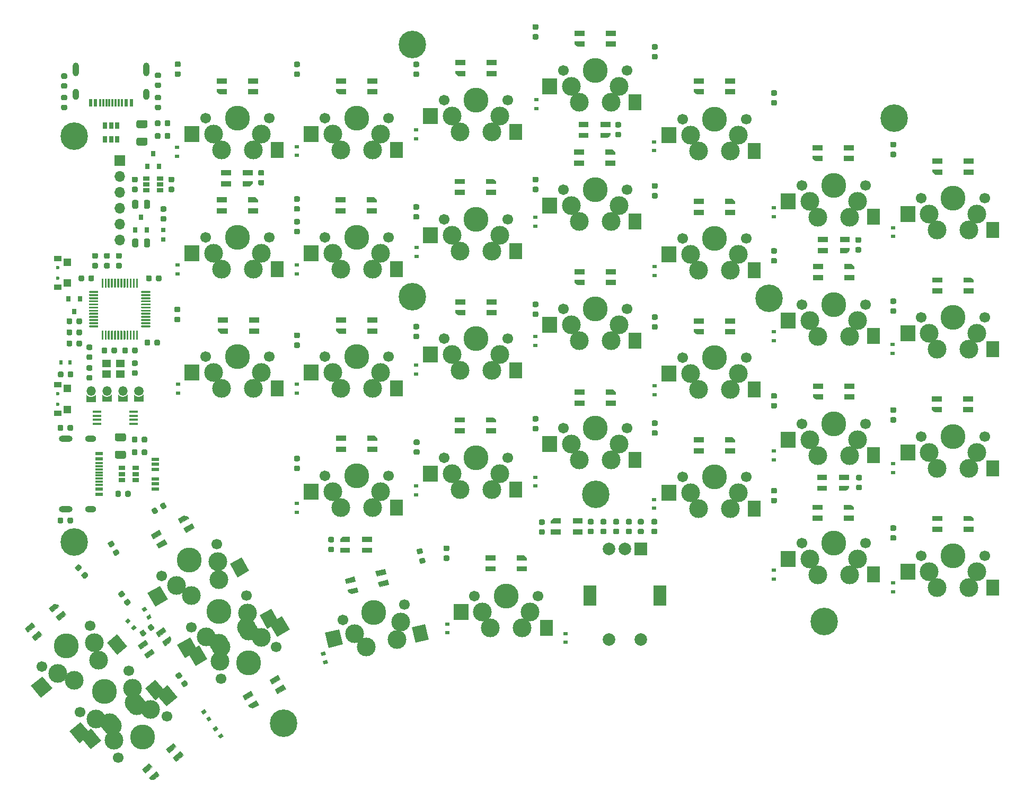
<source format=gbr>
G04 #@! TF.GenerationSoftware,KiCad,Pcbnew,5.1.8-db9833491~88~ubuntu20.10.1*
G04 #@! TF.CreationDate,2020-12-16T18:25:24+01:00*
G04 #@! TF.ProjectId,YAEMK,5941454d-4b2e-46b6-9963-61645f706362,1.2*
G04 #@! TF.SameCoordinates,Original*
G04 #@! TF.FileFunction,Soldermask,Top*
G04 #@! TF.FilePolarity,Negative*
%FSLAX46Y46*%
G04 Gerber Fmt 4.6, Leading zero omitted, Abs format (unit mm)*
G04 Created by KiCad (PCBNEW 5.1.8-db9833491~88~ubuntu20.10.1) date 2020-12-16 18:25:24*
%MOMM*%
%LPD*%
G01*
G04 APERTURE LIST*
%ADD10C,0.100000*%
%ADD11R,0.600000X0.700000*%
%ADD12R,0.700000X0.600000*%
%ADD13C,0.150000*%
%ADD14C,3.987800*%
%ADD15C,3.000000*%
%ADD16C,1.701800*%
%ADD17C,1.700000*%
%ADD18R,1.060000X0.650000*%
%ADD19R,0.650000X1.060000*%
%ADD20R,0.800000X0.900000*%
%ADD21C,1.500000*%
%ADD22O,1.500000X1.500000*%
%ADD23R,0.797560X0.797560*%
%ADD24C,0.600000*%
%ADD25R,1.200000X0.900000*%
%ADD26R,1.300000X1.150000*%
%ADD27C,0.700000*%
%ADD28C,4.400000*%
%ADD29R,1.200000X0.600000*%
%ADD30R,1.400000X1.200000*%
%ADD31R,1.450000X0.450000*%
%ADD32R,2.350000X2.500000*%
%ADD33R,2.150000X2.500000*%
%ADD34R,2.000000X2.000000*%
%ADD35C,2.000000*%
%ADD36R,2.000000X3.200000*%
%ADD37R,1.300000X0.600000*%
%ADD38R,1.300000X0.300000*%
%ADD39O,1.800000X1.000000*%
%ADD40O,2.200000X1.000000*%
%ADD41R,0.600000X1.300000*%
%ADD42R,0.300000X1.300000*%
%ADD43O,1.000000X1.800000*%
%ADD44O,1.000000X2.200000*%
%ADD45O,1.700000X1.700000*%
%ADD46R,1.700000X1.700000*%
G04 APERTURE END LIST*
D10*
G04 #@! TO.C,D77*
G36*
X123103000Y-114038000D02*
G01*
X124603000Y-114038000D01*
X124603000Y-114788000D01*
X123103000Y-114788000D01*
X123103000Y-114038000D01*
G37*
X123103000Y-114038000D02*
X124603000Y-114038000D01*
X124603000Y-114788000D01*
X123103000Y-114788000D01*
X123103000Y-114038000D01*
G36*
X123103000Y-112688000D02*
G01*
X123503000Y-112288000D01*
X124603000Y-112288000D01*
X124603000Y-113038000D01*
X123103000Y-113038000D01*
X123103000Y-112688000D01*
G37*
X123103000Y-112688000D02*
X123503000Y-112288000D01*
X124603000Y-112288000D01*
X124603000Y-113038000D01*
X123103000Y-113038000D01*
X123103000Y-112688000D01*
G36*
X126603000Y-112288000D02*
G01*
X128103000Y-112288000D01*
X128103000Y-113038000D01*
X126603000Y-113038000D01*
X126603000Y-112288000D01*
G37*
X126603000Y-112288000D02*
X128103000Y-112288000D01*
X128103000Y-113038000D01*
X126603000Y-113038000D01*
X126603000Y-112288000D01*
G36*
X126603000Y-114038000D02*
G01*
X128103000Y-114038000D01*
X128103000Y-114788000D01*
X126603000Y-114788000D01*
X126603000Y-114038000D01*
G37*
X126603000Y-114038000D02*
X128103000Y-114038000D01*
X128103000Y-114788000D01*
X126603000Y-114788000D01*
X126603000Y-114038000D01*
G04 #@! TO.C,D65*
G36*
X109083000Y-54491000D02*
G01*
X107583000Y-54491000D01*
X107583000Y-53741000D01*
X109083000Y-53741000D01*
X109083000Y-54491000D01*
G37*
X109083000Y-54491000D02*
X107583000Y-54491000D01*
X107583000Y-53741000D01*
X109083000Y-53741000D01*
X109083000Y-54491000D01*
G36*
X109083000Y-55841000D02*
G01*
X108683000Y-56241000D01*
X107583000Y-56241000D01*
X107583000Y-55491000D01*
X109083000Y-55491000D01*
X109083000Y-55841000D01*
G37*
X109083000Y-55841000D02*
X108683000Y-56241000D01*
X107583000Y-56241000D01*
X107583000Y-55491000D01*
X109083000Y-55491000D01*
X109083000Y-55841000D01*
G36*
X105583000Y-56241000D02*
G01*
X104083000Y-56241000D01*
X104083000Y-55491000D01*
X105583000Y-55491000D01*
X105583000Y-56241000D01*
G37*
X105583000Y-56241000D02*
X104083000Y-56241000D01*
X104083000Y-55491000D01*
X105583000Y-55491000D01*
X105583000Y-56241000D01*
G36*
X105583000Y-54491000D02*
G01*
X104083000Y-54491000D01*
X104083000Y-53741000D01*
X105583000Y-53741000D01*
X105583000Y-54491000D01*
G37*
X105583000Y-54491000D02*
X104083000Y-54491000D01*
X104083000Y-53741000D01*
X105583000Y-53741000D01*
X105583000Y-54491000D01*
G04 #@! TO.C,D62*
G36*
X166203000Y-46744000D02*
G01*
X164703000Y-46744000D01*
X164703000Y-45994000D01*
X166203000Y-45994000D01*
X166203000Y-46744000D01*
G37*
X166203000Y-46744000D02*
X164703000Y-46744000D01*
X164703000Y-45994000D01*
X166203000Y-45994000D01*
X166203000Y-46744000D01*
G36*
X166203000Y-48094000D02*
G01*
X165803000Y-48494000D01*
X164703000Y-48494000D01*
X164703000Y-47744000D01*
X166203000Y-47744000D01*
X166203000Y-48094000D01*
G37*
X166203000Y-48094000D02*
X165803000Y-48494000D01*
X164703000Y-48494000D01*
X164703000Y-47744000D01*
X166203000Y-47744000D01*
X166203000Y-48094000D01*
G36*
X162703000Y-48494000D02*
G01*
X161203000Y-48494000D01*
X161203000Y-47744000D01*
X162703000Y-47744000D01*
X162703000Y-48494000D01*
G37*
X162703000Y-48494000D02*
X161203000Y-48494000D01*
X161203000Y-47744000D01*
X162703000Y-47744000D01*
X162703000Y-48494000D01*
G36*
X162703000Y-46744000D02*
G01*
X161203000Y-46744000D01*
X161203000Y-45994000D01*
X162703000Y-45994000D01*
X162703000Y-46744000D01*
G37*
X162703000Y-46744000D02*
X161203000Y-46744000D01*
X161203000Y-45994000D01*
X162703000Y-45994000D01*
X162703000Y-46744000D01*
G04 #@! TO.C,D59*
G36*
X204430000Y-65159000D02*
G01*
X202930000Y-65159000D01*
X202930000Y-64409000D01*
X204430000Y-64409000D01*
X204430000Y-65159000D01*
G37*
X204430000Y-65159000D02*
X202930000Y-65159000D01*
X202930000Y-64409000D01*
X204430000Y-64409000D01*
X204430000Y-65159000D01*
G36*
X204430000Y-66509000D02*
G01*
X204030000Y-66909000D01*
X202930000Y-66909000D01*
X202930000Y-66159000D01*
X204430000Y-66159000D01*
X204430000Y-66509000D01*
G37*
X204430000Y-66509000D02*
X204030000Y-66909000D01*
X202930000Y-66909000D01*
X202930000Y-66159000D01*
X204430000Y-66159000D01*
X204430000Y-66509000D01*
G36*
X200930000Y-66909000D02*
G01*
X199430000Y-66909000D01*
X199430000Y-66159000D01*
X200930000Y-66159000D01*
X200930000Y-66909000D01*
G37*
X200930000Y-66909000D02*
X199430000Y-66909000D01*
X199430000Y-66159000D01*
X200930000Y-66159000D01*
X200930000Y-66909000D01*
G36*
X200930000Y-65159000D02*
G01*
X199430000Y-65159000D01*
X199430000Y-64409000D01*
X200930000Y-64409000D01*
X200930000Y-65159000D01*
G37*
X200930000Y-65159000D02*
X199430000Y-65159000D01*
X199430000Y-64409000D01*
X200930000Y-64409000D01*
X200930000Y-65159000D01*
G04 #@! TO.C,D43*
G36*
X204303000Y-103132000D02*
G01*
X202803000Y-103132000D01*
X202803000Y-102382000D01*
X204303000Y-102382000D01*
X204303000Y-103132000D01*
G37*
X204303000Y-103132000D02*
X202803000Y-103132000D01*
X202803000Y-102382000D01*
X204303000Y-102382000D01*
X204303000Y-103132000D01*
G36*
X204303000Y-104482000D02*
G01*
X203903000Y-104882000D01*
X202803000Y-104882000D01*
X202803000Y-104132000D01*
X204303000Y-104132000D01*
X204303000Y-104482000D01*
G37*
X204303000Y-104482000D02*
X203903000Y-104882000D01*
X202803000Y-104882000D01*
X202803000Y-104132000D01*
X204303000Y-104132000D01*
X204303000Y-104482000D01*
G36*
X200803000Y-104882000D02*
G01*
X199303000Y-104882000D01*
X199303000Y-104132000D01*
X200803000Y-104132000D01*
X200803000Y-104882000D01*
G37*
X200803000Y-104882000D02*
X199303000Y-104882000D01*
X199303000Y-104132000D01*
X200803000Y-104132000D01*
X200803000Y-104882000D01*
G36*
X200803000Y-103132000D02*
G01*
X199303000Y-103132000D01*
X199303000Y-102382000D01*
X200803000Y-102382000D01*
X200803000Y-103132000D01*
G37*
X200803000Y-103132000D02*
X199303000Y-103132000D01*
X199303000Y-102382000D01*
X200803000Y-102382000D01*
X200803000Y-103132000D01*
G04 #@! TO.C,D41*
G36*
X156758000Y-111117000D02*
G01*
X158258000Y-111117000D01*
X158258000Y-111867000D01*
X156758000Y-111867000D01*
X156758000Y-111117000D01*
G37*
X156758000Y-111117000D02*
X158258000Y-111117000D01*
X158258000Y-111867000D01*
X156758000Y-111867000D01*
X156758000Y-111117000D01*
G36*
X156758000Y-109767000D02*
G01*
X157158000Y-109367000D01*
X158258000Y-109367000D01*
X158258000Y-110117000D01*
X156758000Y-110117000D01*
X156758000Y-109767000D01*
G37*
X156758000Y-109767000D02*
X157158000Y-109367000D01*
X158258000Y-109367000D01*
X158258000Y-110117000D01*
X156758000Y-110117000D01*
X156758000Y-109767000D01*
G36*
X160258000Y-109367000D02*
G01*
X161758000Y-109367000D01*
X161758000Y-110117000D01*
X160258000Y-110117000D01*
X160258000Y-109367000D01*
G37*
X160258000Y-109367000D02*
X161758000Y-109367000D01*
X161758000Y-110117000D01*
X160258000Y-110117000D01*
X160258000Y-109367000D01*
G36*
X160258000Y-111117000D02*
G01*
X161758000Y-111117000D01*
X161758000Y-111867000D01*
X160258000Y-111867000D01*
X160258000Y-111117000D01*
G37*
X160258000Y-111117000D02*
X161758000Y-111117000D01*
X161758000Y-111867000D01*
X160258000Y-111867000D01*
X160258000Y-111117000D01*
G04 #@! TO.C,D36*
G36*
X95295697Y-127403484D02*
G01*
X94066969Y-128263849D01*
X93636786Y-127649485D01*
X94865515Y-126789120D01*
X95295697Y-127403484D01*
G37*
X95295697Y-127403484D02*
X94066969Y-128263849D01*
X93636786Y-127649485D01*
X94865515Y-126789120D01*
X95295697Y-127403484D01*
G36*
X96070025Y-128509339D02*
G01*
X95971795Y-129066431D01*
X95070728Y-129697365D01*
X94640545Y-129083001D01*
X95869273Y-128222636D01*
X96070025Y-128509339D01*
G37*
X96070025Y-128509339D02*
X95971795Y-129066431D01*
X95070728Y-129697365D01*
X94640545Y-129083001D01*
X95869273Y-128222636D01*
X96070025Y-128509339D01*
G36*
X93432424Y-130844517D02*
G01*
X92203695Y-131704882D01*
X91773513Y-131090518D01*
X93002241Y-130230153D01*
X93432424Y-130844517D01*
G37*
X93432424Y-130844517D02*
X92203695Y-131704882D01*
X91773513Y-131090518D01*
X93002241Y-130230153D01*
X93432424Y-130844517D01*
G36*
X92428665Y-129411001D02*
G01*
X91199937Y-130271366D01*
X90769754Y-129657002D01*
X91998482Y-128796637D01*
X92428665Y-129411001D01*
G37*
X92428665Y-129411001D02*
X91199937Y-130271366D01*
X90769754Y-129657002D01*
X91998482Y-128796637D01*
X92428665Y-129411001D01*
G04 #@! TO.C,D76*
G36*
X224230000Y-52613000D02*
G01*
X222730000Y-52613000D01*
X222730000Y-51863000D01*
X224230000Y-51863000D01*
X224230000Y-52613000D01*
G37*
X224230000Y-52613000D02*
X222730000Y-52613000D01*
X222730000Y-51863000D01*
X224230000Y-51863000D01*
X224230000Y-52613000D01*
G36*
X219230000Y-52613000D02*
G01*
X217730000Y-52613000D01*
X217730000Y-51863000D01*
X219230000Y-51863000D01*
X219230000Y-52613000D01*
G37*
X219230000Y-52613000D02*
X217730000Y-52613000D01*
X217730000Y-51863000D01*
X219230000Y-51863000D01*
X219230000Y-52613000D01*
G36*
X224230000Y-54363000D02*
G01*
X222730000Y-54363000D01*
X222730000Y-53613000D01*
X224230000Y-53613000D01*
X224230000Y-54363000D01*
G37*
X224230000Y-54363000D02*
X222730000Y-54363000D01*
X222730000Y-53613000D01*
X224230000Y-53613000D01*
X224230000Y-54363000D01*
G36*
X219230000Y-54363000D02*
G01*
X218130000Y-54363000D01*
X217730000Y-53963000D01*
X217730000Y-53613000D01*
X219230000Y-53613000D01*
X219230000Y-54363000D01*
G37*
X219230000Y-54363000D02*
X218130000Y-54363000D01*
X217730000Y-53963000D01*
X217730000Y-53613000D01*
X219230000Y-53613000D01*
X219230000Y-54363000D01*
G04 #@! TO.C,D75*
G36*
X205053000Y-50454000D02*
G01*
X203553000Y-50454000D01*
X203553000Y-49704000D01*
X205053000Y-49704000D01*
X205053000Y-50454000D01*
G37*
X205053000Y-50454000D02*
X203553000Y-50454000D01*
X203553000Y-49704000D01*
X205053000Y-49704000D01*
X205053000Y-50454000D01*
G36*
X200053000Y-50454000D02*
G01*
X198553000Y-50454000D01*
X198553000Y-49704000D01*
X200053000Y-49704000D01*
X200053000Y-50454000D01*
G37*
X200053000Y-50454000D02*
X198553000Y-50454000D01*
X198553000Y-49704000D01*
X200053000Y-49704000D01*
X200053000Y-50454000D01*
G36*
X205053000Y-52204000D02*
G01*
X203553000Y-52204000D01*
X203553000Y-51454000D01*
X205053000Y-51454000D01*
X205053000Y-52204000D01*
G37*
X205053000Y-52204000D02*
X203553000Y-52204000D01*
X203553000Y-51454000D01*
X205053000Y-51454000D01*
X205053000Y-52204000D01*
G36*
X200053000Y-52204000D02*
G01*
X198953000Y-52204000D01*
X198553000Y-51804000D01*
X198553000Y-51454000D01*
X200053000Y-51454000D01*
X200053000Y-52204000D01*
G37*
X200053000Y-52204000D02*
X198953000Y-52204000D01*
X198553000Y-51804000D01*
X198553000Y-51454000D01*
X200053000Y-51454000D01*
X200053000Y-52204000D01*
G04 #@! TO.C,D74*
G36*
X186130000Y-39786000D02*
G01*
X184630000Y-39786000D01*
X184630000Y-39036000D01*
X186130000Y-39036000D01*
X186130000Y-39786000D01*
G37*
X186130000Y-39786000D02*
X184630000Y-39786000D01*
X184630000Y-39036000D01*
X186130000Y-39036000D01*
X186130000Y-39786000D01*
G36*
X181130000Y-39786000D02*
G01*
X179630000Y-39786000D01*
X179630000Y-39036000D01*
X181130000Y-39036000D01*
X181130000Y-39786000D01*
G37*
X181130000Y-39786000D02*
X179630000Y-39786000D01*
X179630000Y-39036000D01*
X181130000Y-39036000D01*
X181130000Y-39786000D01*
G36*
X186130000Y-41536000D02*
G01*
X184630000Y-41536000D01*
X184630000Y-40786000D01*
X186130000Y-40786000D01*
X186130000Y-41536000D01*
G37*
X186130000Y-41536000D02*
X184630000Y-41536000D01*
X184630000Y-40786000D01*
X186130000Y-40786000D01*
X186130000Y-41536000D01*
G36*
X181130000Y-41536000D02*
G01*
X180030000Y-41536000D01*
X179630000Y-41136000D01*
X179630000Y-40786000D01*
X181130000Y-40786000D01*
X181130000Y-41536000D01*
G37*
X181130000Y-41536000D02*
X180030000Y-41536000D01*
X179630000Y-41136000D01*
X179630000Y-40786000D01*
X181130000Y-40786000D01*
X181130000Y-41536000D01*
G04 #@! TO.C,D73*
G36*
X167080000Y-32166000D02*
G01*
X165580000Y-32166000D01*
X165580000Y-31416000D01*
X167080000Y-31416000D01*
X167080000Y-32166000D01*
G37*
X167080000Y-32166000D02*
X165580000Y-32166000D01*
X165580000Y-31416000D01*
X167080000Y-31416000D01*
X167080000Y-32166000D01*
G36*
X162080000Y-32166000D02*
G01*
X160580000Y-32166000D01*
X160580000Y-31416000D01*
X162080000Y-31416000D01*
X162080000Y-32166000D01*
G37*
X162080000Y-32166000D02*
X160580000Y-32166000D01*
X160580000Y-31416000D01*
X162080000Y-31416000D01*
X162080000Y-32166000D01*
G36*
X167080000Y-33916000D02*
G01*
X165580000Y-33916000D01*
X165580000Y-33166000D01*
X167080000Y-33166000D01*
X167080000Y-33916000D01*
G37*
X167080000Y-33916000D02*
X165580000Y-33916000D01*
X165580000Y-33166000D01*
X167080000Y-33166000D01*
X167080000Y-33916000D01*
G36*
X162080000Y-33916000D02*
G01*
X160980000Y-33916000D01*
X160580000Y-33516000D01*
X160580000Y-33166000D01*
X162080000Y-33166000D01*
X162080000Y-33916000D01*
G37*
X162080000Y-33916000D02*
X160980000Y-33916000D01*
X160580000Y-33516000D01*
X160580000Y-33166000D01*
X162080000Y-33166000D01*
X162080000Y-33916000D01*
G04 #@! TO.C,D72*
G36*
X148030000Y-36865000D02*
G01*
X146530000Y-36865000D01*
X146530000Y-36115000D01*
X148030000Y-36115000D01*
X148030000Y-36865000D01*
G37*
X148030000Y-36865000D02*
X146530000Y-36865000D01*
X146530000Y-36115000D01*
X148030000Y-36115000D01*
X148030000Y-36865000D01*
G36*
X143030000Y-36865000D02*
G01*
X141530000Y-36865000D01*
X141530000Y-36115000D01*
X143030000Y-36115000D01*
X143030000Y-36865000D01*
G37*
X143030000Y-36865000D02*
X141530000Y-36865000D01*
X141530000Y-36115000D01*
X143030000Y-36115000D01*
X143030000Y-36865000D01*
G36*
X148030000Y-38615000D02*
G01*
X146530000Y-38615000D01*
X146530000Y-37865000D01*
X148030000Y-37865000D01*
X148030000Y-38615000D01*
G37*
X148030000Y-38615000D02*
X146530000Y-38615000D01*
X146530000Y-37865000D01*
X148030000Y-37865000D01*
X148030000Y-38615000D01*
G36*
X143030000Y-38615000D02*
G01*
X141930000Y-38615000D01*
X141530000Y-38215000D01*
X141530000Y-37865000D01*
X143030000Y-37865000D01*
X143030000Y-38615000D01*
G37*
X143030000Y-38615000D02*
X141930000Y-38615000D01*
X141530000Y-38215000D01*
X141530000Y-37865000D01*
X143030000Y-37865000D01*
X143030000Y-38615000D01*
G04 #@! TO.C,D71*
G36*
X128980000Y-39786000D02*
G01*
X127480000Y-39786000D01*
X127480000Y-39036000D01*
X128980000Y-39036000D01*
X128980000Y-39786000D01*
G37*
X128980000Y-39786000D02*
X127480000Y-39786000D01*
X127480000Y-39036000D01*
X128980000Y-39036000D01*
X128980000Y-39786000D01*
G36*
X123980000Y-39786000D02*
G01*
X122480000Y-39786000D01*
X122480000Y-39036000D01*
X123980000Y-39036000D01*
X123980000Y-39786000D01*
G37*
X123980000Y-39786000D02*
X122480000Y-39786000D01*
X122480000Y-39036000D01*
X123980000Y-39036000D01*
X123980000Y-39786000D01*
G36*
X128980000Y-41536000D02*
G01*
X127480000Y-41536000D01*
X127480000Y-40786000D01*
X128980000Y-40786000D01*
X128980000Y-41536000D01*
G37*
X128980000Y-41536000D02*
X127480000Y-41536000D01*
X127480000Y-40786000D01*
X128980000Y-40786000D01*
X128980000Y-41536000D01*
G36*
X123980000Y-41536000D02*
G01*
X122880000Y-41536000D01*
X122480000Y-41136000D01*
X122480000Y-40786000D01*
X123980000Y-40786000D01*
X123980000Y-41536000D01*
G37*
X123980000Y-41536000D02*
X122880000Y-41536000D01*
X122480000Y-41136000D01*
X122480000Y-40786000D01*
X123980000Y-40786000D01*
X123980000Y-41536000D01*
G04 #@! TO.C,D67*
G36*
X109930000Y-39786000D02*
G01*
X108430000Y-39786000D01*
X108430000Y-39036000D01*
X109930000Y-39036000D01*
X109930000Y-39786000D01*
G37*
X109930000Y-39786000D02*
X108430000Y-39786000D01*
X108430000Y-39036000D01*
X109930000Y-39036000D01*
X109930000Y-39786000D01*
G36*
X104930000Y-39786000D02*
G01*
X103430000Y-39786000D01*
X103430000Y-39036000D01*
X104930000Y-39036000D01*
X104930000Y-39786000D01*
G37*
X104930000Y-39786000D02*
X103430000Y-39786000D01*
X103430000Y-39036000D01*
X104930000Y-39036000D01*
X104930000Y-39786000D01*
G36*
X109930000Y-41536000D02*
G01*
X108430000Y-41536000D01*
X108430000Y-40786000D01*
X109930000Y-40786000D01*
X109930000Y-41536000D01*
G37*
X109930000Y-41536000D02*
X108430000Y-41536000D01*
X108430000Y-40786000D01*
X109930000Y-40786000D01*
X109930000Y-41536000D01*
G36*
X104930000Y-41536000D02*
G01*
X103830000Y-41536000D01*
X103430000Y-41136000D01*
X103430000Y-40786000D01*
X104930000Y-40786000D01*
X104930000Y-41536000D01*
G37*
X104930000Y-41536000D02*
X103830000Y-41536000D01*
X103430000Y-41136000D01*
X103430000Y-40786000D01*
X104930000Y-40786000D01*
X104930000Y-41536000D01*
G04 #@! TO.C,D66*
G36*
X103430000Y-59782000D02*
G01*
X104930000Y-59782000D01*
X104930000Y-60532000D01*
X103430000Y-60532000D01*
X103430000Y-59782000D01*
G37*
X103430000Y-59782000D02*
X104930000Y-59782000D01*
X104930000Y-60532000D01*
X103430000Y-60532000D01*
X103430000Y-59782000D01*
G36*
X108430000Y-59782000D02*
G01*
X109930000Y-59782000D01*
X109930000Y-60532000D01*
X108430000Y-60532000D01*
X108430000Y-59782000D01*
G37*
X108430000Y-59782000D02*
X109930000Y-59782000D01*
X109930000Y-60532000D01*
X108430000Y-60532000D01*
X108430000Y-59782000D01*
G36*
X103430000Y-58032000D02*
G01*
X104930000Y-58032000D01*
X104930000Y-58782000D01*
X103430000Y-58782000D01*
X103430000Y-58032000D01*
G37*
X103430000Y-58032000D02*
X104930000Y-58032000D01*
X104930000Y-58782000D01*
X103430000Y-58782000D01*
X103430000Y-58032000D01*
G36*
X108430000Y-58032000D02*
G01*
X109530000Y-58032000D01*
X109930000Y-58432000D01*
X109930000Y-58782000D01*
X108430000Y-58782000D01*
X108430000Y-58032000D01*
G37*
X108430000Y-58032000D02*
X109530000Y-58032000D01*
X109930000Y-58432000D01*
X109930000Y-58782000D01*
X108430000Y-58782000D01*
X108430000Y-58032000D01*
G04 #@! TO.C,D64*
G36*
X122353000Y-59782000D02*
G01*
X123853000Y-59782000D01*
X123853000Y-60532000D01*
X122353000Y-60532000D01*
X122353000Y-59782000D01*
G37*
X122353000Y-59782000D02*
X123853000Y-59782000D01*
X123853000Y-60532000D01*
X122353000Y-60532000D01*
X122353000Y-59782000D01*
G36*
X127353000Y-59782000D02*
G01*
X128853000Y-59782000D01*
X128853000Y-60532000D01*
X127353000Y-60532000D01*
X127353000Y-59782000D01*
G37*
X127353000Y-59782000D02*
X128853000Y-59782000D01*
X128853000Y-60532000D01*
X127353000Y-60532000D01*
X127353000Y-59782000D01*
G36*
X122353000Y-58032000D02*
G01*
X123853000Y-58032000D01*
X123853000Y-58782000D01*
X122353000Y-58782000D01*
X122353000Y-58032000D01*
G37*
X122353000Y-58032000D02*
X123853000Y-58032000D01*
X123853000Y-58782000D01*
X122353000Y-58782000D01*
X122353000Y-58032000D01*
G36*
X127353000Y-58032000D02*
G01*
X128453000Y-58032000D01*
X128853000Y-58432000D01*
X128853000Y-58782000D01*
X127353000Y-58782000D01*
X127353000Y-58032000D01*
G37*
X127353000Y-58032000D02*
X128453000Y-58032000D01*
X128853000Y-58432000D01*
X128853000Y-58782000D01*
X127353000Y-58782000D01*
X127353000Y-58032000D01*
G04 #@! TO.C,D63*
G36*
X141403000Y-56861000D02*
G01*
X142903000Y-56861000D01*
X142903000Y-57611000D01*
X141403000Y-57611000D01*
X141403000Y-56861000D01*
G37*
X141403000Y-56861000D02*
X142903000Y-56861000D01*
X142903000Y-57611000D01*
X141403000Y-57611000D01*
X141403000Y-56861000D01*
G36*
X146403000Y-56861000D02*
G01*
X147903000Y-56861000D01*
X147903000Y-57611000D01*
X146403000Y-57611000D01*
X146403000Y-56861000D01*
G37*
X146403000Y-56861000D02*
X147903000Y-56861000D01*
X147903000Y-57611000D01*
X146403000Y-57611000D01*
X146403000Y-56861000D01*
G36*
X141403000Y-55111000D02*
G01*
X142903000Y-55111000D01*
X142903000Y-55861000D01*
X141403000Y-55861000D01*
X141403000Y-55111000D01*
G37*
X141403000Y-55111000D02*
X142903000Y-55111000D01*
X142903000Y-55861000D01*
X141403000Y-55861000D01*
X141403000Y-55111000D01*
G36*
X146403000Y-55111000D02*
G01*
X147503000Y-55111000D01*
X147903000Y-55511000D01*
X147903000Y-55861000D01*
X146403000Y-55861000D01*
X146403000Y-55111000D01*
G37*
X146403000Y-55111000D02*
X147503000Y-55111000D01*
X147903000Y-55511000D01*
X147903000Y-55861000D01*
X146403000Y-55861000D01*
X146403000Y-55111000D01*
G04 #@! TO.C,D61*
G36*
X160453000Y-52162000D02*
G01*
X161953000Y-52162000D01*
X161953000Y-52912000D01*
X160453000Y-52912000D01*
X160453000Y-52162000D01*
G37*
X160453000Y-52162000D02*
X161953000Y-52162000D01*
X161953000Y-52912000D01*
X160453000Y-52912000D01*
X160453000Y-52162000D01*
G36*
X165453000Y-52162000D02*
G01*
X166953000Y-52162000D01*
X166953000Y-52912000D01*
X165453000Y-52912000D01*
X165453000Y-52162000D01*
G37*
X165453000Y-52162000D02*
X166953000Y-52162000D01*
X166953000Y-52912000D01*
X165453000Y-52912000D01*
X165453000Y-52162000D01*
G36*
X160453000Y-50412000D02*
G01*
X161953000Y-50412000D01*
X161953000Y-51162000D01*
X160453000Y-51162000D01*
X160453000Y-50412000D01*
G37*
X160453000Y-50412000D02*
X161953000Y-50412000D01*
X161953000Y-51162000D01*
X160453000Y-51162000D01*
X160453000Y-50412000D01*
G36*
X165453000Y-50412000D02*
G01*
X166553000Y-50412000D01*
X166953000Y-50812000D01*
X166953000Y-51162000D01*
X165453000Y-51162000D01*
X165453000Y-50412000D01*
G37*
X165453000Y-50412000D02*
X166553000Y-50412000D01*
X166953000Y-50812000D01*
X166953000Y-51162000D01*
X165453000Y-51162000D01*
X165453000Y-50412000D01*
G04 #@! TO.C,D60*
G36*
X179630000Y-60036000D02*
G01*
X181130000Y-60036000D01*
X181130000Y-60786000D01*
X179630000Y-60786000D01*
X179630000Y-60036000D01*
G37*
X179630000Y-60036000D02*
X181130000Y-60036000D01*
X181130000Y-60786000D01*
X179630000Y-60786000D01*
X179630000Y-60036000D01*
G36*
X184630000Y-60036000D02*
G01*
X186130000Y-60036000D01*
X186130000Y-60786000D01*
X184630000Y-60786000D01*
X184630000Y-60036000D01*
G37*
X184630000Y-60036000D02*
X186130000Y-60036000D01*
X186130000Y-60786000D01*
X184630000Y-60786000D01*
X184630000Y-60036000D01*
G36*
X179630000Y-58286000D02*
G01*
X181130000Y-58286000D01*
X181130000Y-59036000D01*
X179630000Y-59036000D01*
X179630000Y-58286000D01*
G37*
X179630000Y-58286000D02*
X181130000Y-58286000D01*
X181130000Y-59036000D01*
X179630000Y-59036000D01*
X179630000Y-58286000D01*
G36*
X184630000Y-58286000D02*
G01*
X185730000Y-58286000D01*
X186130000Y-58686000D01*
X186130000Y-59036000D01*
X184630000Y-59036000D01*
X184630000Y-58286000D01*
G37*
X184630000Y-58286000D02*
X185730000Y-58286000D01*
X186130000Y-58686000D01*
X186130000Y-59036000D01*
X184630000Y-59036000D01*
X184630000Y-58286000D01*
G04 #@! TO.C,D58*
G36*
X198680000Y-70450000D02*
G01*
X200180000Y-70450000D01*
X200180000Y-71200000D01*
X198680000Y-71200000D01*
X198680000Y-70450000D01*
G37*
X198680000Y-70450000D02*
X200180000Y-70450000D01*
X200180000Y-71200000D01*
X198680000Y-71200000D01*
X198680000Y-70450000D01*
G36*
X203680000Y-70450000D02*
G01*
X205180000Y-70450000D01*
X205180000Y-71200000D01*
X203680000Y-71200000D01*
X203680000Y-70450000D01*
G37*
X203680000Y-70450000D02*
X205180000Y-70450000D01*
X205180000Y-71200000D01*
X203680000Y-71200000D01*
X203680000Y-70450000D01*
G36*
X198680000Y-68700000D02*
G01*
X200180000Y-68700000D01*
X200180000Y-69450000D01*
X198680000Y-69450000D01*
X198680000Y-68700000D01*
G37*
X198680000Y-68700000D02*
X200180000Y-68700000D01*
X200180000Y-69450000D01*
X198680000Y-69450000D01*
X198680000Y-68700000D01*
G36*
X203680000Y-68700000D02*
G01*
X204780000Y-68700000D01*
X205180000Y-69100000D01*
X205180000Y-69450000D01*
X203680000Y-69450000D01*
X203680000Y-68700000D01*
G37*
X203680000Y-68700000D02*
X204780000Y-68700000D01*
X205180000Y-69100000D01*
X205180000Y-69450000D01*
X203680000Y-69450000D01*
X203680000Y-68700000D01*
G04 #@! TO.C,D57*
G36*
X217730000Y-72609000D02*
G01*
X219230000Y-72609000D01*
X219230000Y-73359000D01*
X217730000Y-73359000D01*
X217730000Y-72609000D01*
G37*
X217730000Y-72609000D02*
X219230000Y-72609000D01*
X219230000Y-73359000D01*
X217730000Y-73359000D01*
X217730000Y-72609000D01*
G36*
X222730000Y-72609000D02*
G01*
X224230000Y-72609000D01*
X224230000Y-73359000D01*
X222730000Y-73359000D01*
X222730000Y-72609000D01*
G37*
X222730000Y-72609000D02*
X224230000Y-72609000D01*
X224230000Y-73359000D01*
X222730000Y-73359000D01*
X222730000Y-72609000D01*
G36*
X217730000Y-70859000D02*
G01*
X219230000Y-70859000D01*
X219230000Y-71609000D01*
X217730000Y-71609000D01*
X217730000Y-70859000D01*
G37*
X217730000Y-70859000D02*
X219230000Y-70859000D01*
X219230000Y-71609000D01*
X217730000Y-71609000D01*
X217730000Y-70859000D01*
G36*
X222730000Y-70859000D02*
G01*
X223830000Y-70859000D01*
X224230000Y-71259000D01*
X224230000Y-71609000D01*
X222730000Y-71609000D01*
X222730000Y-70859000D01*
G37*
X222730000Y-70859000D02*
X223830000Y-70859000D01*
X224230000Y-71259000D01*
X224230000Y-71609000D01*
X222730000Y-71609000D01*
X222730000Y-70859000D01*
G04 #@! TO.C,D56*
G36*
X224103000Y-90586000D02*
G01*
X222603000Y-90586000D01*
X222603000Y-89836000D01*
X224103000Y-89836000D01*
X224103000Y-90586000D01*
G37*
X224103000Y-90586000D02*
X222603000Y-90586000D01*
X222603000Y-89836000D01*
X224103000Y-89836000D01*
X224103000Y-90586000D01*
G36*
X219103000Y-90586000D02*
G01*
X217603000Y-90586000D01*
X217603000Y-89836000D01*
X219103000Y-89836000D01*
X219103000Y-90586000D01*
G37*
X219103000Y-90586000D02*
X217603000Y-90586000D01*
X217603000Y-89836000D01*
X219103000Y-89836000D01*
X219103000Y-90586000D01*
G36*
X224103000Y-92336000D02*
G01*
X222603000Y-92336000D01*
X222603000Y-91586000D01*
X224103000Y-91586000D01*
X224103000Y-92336000D01*
G37*
X224103000Y-92336000D02*
X222603000Y-92336000D01*
X222603000Y-91586000D01*
X224103000Y-91586000D01*
X224103000Y-92336000D01*
G36*
X219103000Y-92336000D02*
G01*
X218003000Y-92336000D01*
X217603000Y-91936000D01*
X217603000Y-91586000D01*
X219103000Y-91586000D01*
X219103000Y-92336000D01*
G37*
X219103000Y-92336000D02*
X218003000Y-92336000D01*
X217603000Y-91936000D01*
X217603000Y-91586000D01*
X219103000Y-91586000D01*
X219103000Y-92336000D01*
G04 #@! TO.C,D55*
G36*
X205180000Y-88554000D02*
G01*
X203680000Y-88554000D01*
X203680000Y-87804000D01*
X205180000Y-87804000D01*
X205180000Y-88554000D01*
G37*
X205180000Y-88554000D02*
X203680000Y-88554000D01*
X203680000Y-87804000D01*
X205180000Y-87804000D01*
X205180000Y-88554000D01*
G36*
X200180000Y-88554000D02*
G01*
X198680000Y-88554000D01*
X198680000Y-87804000D01*
X200180000Y-87804000D01*
X200180000Y-88554000D01*
G37*
X200180000Y-88554000D02*
X198680000Y-88554000D01*
X198680000Y-87804000D01*
X200180000Y-87804000D01*
X200180000Y-88554000D01*
G36*
X205180000Y-90304000D02*
G01*
X203680000Y-90304000D01*
X203680000Y-89554000D01*
X205180000Y-89554000D01*
X205180000Y-90304000D01*
G37*
X205180000Y-90304000D02*
X203680000Y-90304000D01*
X203680000Y-89554000D01*
X205180000Y-89554000D01*
X205180000Y-90304000D01*
G36*
X200180000Y-90304000D02*
G01*
X199080000Y-90304000D01*
X198680000Y-89904000D01*
X198680000Y-89554000D01*
X200180000Y-89554000D01*
X200180000Y-90304000D01*
G37*
X200180000Y-90304000D02*
X199080000Y-90304000D01*
X198680000Y-89904000D01*
X198680000Y-89554000D01*
X200180000Y-89554000D01*
X200180000Y-90304000D01*
G04 #@! TO.C,D54*
G36*
X186130000Y-78140000D02*
G01*
X184630000Y-78140000D01*
X184630000Y-77390000D01*
X186130000Y-77390000D01*
X186130000Y-78140000D01*
G37*
X186130000Y-78140000D02*
X184630000Y-78140000D01*
X184630000Y-77390000D01*
X186130000Y-77390000D01*
X186130000Y-78140000D01*
G36*
X181130000Y-78140000D02*
G01*
X179630000Y-78140000D01*
X179630000Y-77390000D01*
X181130000Y-77390000D01*
X181130000Y-78140000D01*
G37*
X181130000Y-78140000D02*
X179630000Y-78140000D01*
X179630000Y-77390000D01*
X181130000Y-77390000D01*
X181130000Y-78140000D01*
G36*
X186130000Y-79890000D02*
G01*
X184630000Y-79890000D01*
X184630000Y-79140000D01*
X186130000Y-79140000D01*
X186130000Y-79890000D01*
G37*
X186130000Y-79890000D02*
X184630000Y-79890000D01*
X184630000Y-79140000D01*
X186130000Y-79140000D01*
X186130000Y-79890000D01*
G36*
X181130000Y-79890000D02*
G01*
X180030000Y-79890000D01*
X179630000Y-79490000D01*
X179630000Y-79140000D01*
X181130000Y-79140000D01*
X181130000Y-79890000D01*
G37*
X181130000Y-79890000D02*
X180030000Y-79890000D01*
X179630000Y-79490000D01*
X179630000Y-79140000D01*
X181130000Y-79140000D01*
X181130000Y-79890000D01*
G04 #@! TO.C,D53*
G36*
X167080000Y-70266000D02*
G01*
X165580000Y-70266000D01*
X165580000Y-69516000D01*
X167080000Y-69516000D01*
X167080000Y-70266000D01*
G37*
X167080000Y-70266000D02*
X165580000Y-70266000D01*
X165580000Y-69516000D01*
X167080000Y-69516000D01*
X167080000Y-70266000D01*
G36*
X162080000Y-70266000D02*
G01*
X160580000Y-70266000D01*
X160580000Y-69516000D01*
X162080000Y-69516000D01*
X162080000Y-70266000D01*
G37*
X162080000Y-70266000D02*
X160580000Y-70266000D01*
X160580000Y-69516000D01*
X162080000Y-69516000D01*
X162080000Y-70266000D01*
G36*
X167080000Y-72016000D02*
G01*
X165580000Y-72016000D01*
X165580000Y-71266000D01*
X167080000Y-71266000D01*
X167080000Y-72016000D01*
G37*
X167080000Y-72016000D02*
X165580000Y-72016000D01*
X165580000Y-71266000D01*
X167080000Y-71266000D01*
X167080000Y-72016000D01*
G36*
X162080000Y-72016000D02*
G01*
X160980000Y-72016000D01*
X160580000Y-71616000D01*
X160580000Y-71266000D01*
X162080000Y-71266000D01*
X162080000Y-72016000D01*
G37*
X162080000Y-72016000D02*
X160980000Y-72016000D01*
X160580000Y-71616000D01*
X160580000Y-71266000D01*
X162080000Y-71266000D01*
X162080000Y-72016000D01*
G04 #@! TO.C,D52*
G36*
X148030000Y-75092000D02*
G01*
X146530000Y-75092000D01*
X146530000Y-74342000D01*
X148030000Y-74342000D01*
X148030000Y-75092000D01*
G37*
X148030000Y-75092000D02*
X146530000Y-75092000D01*
X146530000Y-74342000D01*
X148030000Y-74342000D01*
X148030000Y-75092000D01*
G36*
X143030000Y-75092000D02*
G01*
X141530000Y-75092000D01*
X141530000Y-74342000D01*
X143030000Y-74342000D01*
X143030000Y-75092000D01*
G37*
X143030000Y-75092000D02*
X141530000Y-75092000D01*
X141530000Y-74342000D01*
X143030000Y-74342000D01*
X143030000Y-75092000D01*
G36*
X148030000Y-76842000D02*
G01*
X146530000Y-76842000D01*
X146530000Y-76092000D01*
X148030000Y-76092000D01*
X148030000Y-76842000D01*
G37*
X148030000Y-76842000D02*
X146530000Y-76842000D01*
X146530000Y-76092000D01*
X148030000Y-76092000D01*
X148030000Y-76842000D01*
G36*
X143030000Y-76842000D02*
G01*
X141930000Y-76842000D01*
X141530000Y-76442000D01*
X141530000Y-76092000D01*
X143030000Y-76092000D01*
X143030000Y-76842000D01*
G37*
X143030000Y-76842000D02*
X141930000Y-76842000D01*
X141530000Y-76442000D01*
X141530000Y-76092000D01*
X143030000Y-76092000D01*
X143030000Y-76842000D01*
G04 #@! TO.C,D51*
G36*
X128980000Y-78013000D02*
G01*
X127480000Y-78013000D01*
X127480000Y-77263000D01*
X128980000Y-77263000D01*
X128980000Y-78013000D01*
G37*
X128980000Y-78013000D02*
X127480000Y-78013000D01*
X127480000Y-77263000D01*
X128980000Y-77263000D01*
X128980000Y-78013000D01*
G36*
X123980000Y-78013000D02*
G01*
X122480000Y-78013000D01*
X122480000Y-77263000D01*
X123980000Y-77263000D01*
X123980000Y-78013000D01*
G37*
X123980000Y-78013000D02*
X122480000Y-78013000D01*
X122480000Y-77263000D01*
X123980000Y-77263000D01*
X123980000Y-78013000D01*
G36*
X128980000Y-79763000D02*
G01*
X127480000Y-79763000D01*
X127480000Y-79013000D01*
X128980000Y-79013000D01*
X128980000Y-79763000D01*
G37*
X128980000Y-79763000D02*
X127480000Y-79763000D01*
X127480000Y-79013000D01*
X128980000Y-79013000D01*
X128980000Y-79763000D01*
G36*
X123980000Y-79763000D02*
G01*
X122880000Y-79763000D01*
X122480000Y-79363000D01*
X122480000Y-79013000D01*
X123980000Y-79013000D01*
X123980000Y-79763000D01*
G37*
X123980000Y-79763000D02*
X122880000Y-79763000D01*
X122480000Y-79363000D01*
X122480000Y-79013000D01*
X123980000Y-79013000D01*
X123980000Y-79763000D01*
G04 #@! TO.C,D50*
G36*
X110057000Y-78013000D02*
G01*
X108557000Y-78013000D01*
X108557000Y-77263000D01*
X110057000Y-77263000D01*
X110057000Y-78013000D01*
G37*
X110057000Y-78013000D02*
X108557000Y-78013000D01*
X108557000Y-77263000D01*
X110057000Y-77263000D01*
X110057000Y-78013000D01*
G36*
X105057000Y-78013000D02*
G01*
X103557000Y-78013000D01*
X103557000Y-77263000D01*
X105057000Y-77263000D01*
X105057000Y-78013000D01*
G37*
X105057000Y-78013000D02*
X103557000Y-78013000D01*
X103557000Y-77263000D01*
X105057000Y-77263000D01*
X105057000Y-78013000D01*
G36*
X110057000Y-79763000D02*
G01*
X108557000Y-79763000D01*
X108557000Y-79013000D01*
X110057000Y-79013000D01*
X110057000Y-79763000D01*
G37*
X110057000Y-79763000D02*
X108557000Y-79763000D01*
X108557000Y-79013000D01*
X110057000Y-79013000D01*
X110057000Y-79763000D01*
G36*
X105057000Y-79763000D02*
G01*
X103957000Y-79763000D01*
X103557000Y-79363000D01*
X103557000Y-79013000D01*
X105057000Y-79013000D01*
X105057000Y-79763000D01*
G37*
X105057000Y-79763000D02*
X103957000Y-79763000D01*
X103557000Y-79363000D01*
X103557000Y-79013000D01*
X105057000Y-79013000D01*
X105057000Y-79763000D01*
G04 #@! TO.C,D49*
G36*
X122480000Y-97882000D02*
G01*
X123980000Y-97882000D01*
X123980000Y-98632000D01*
X122480000Y-98632000D01*
X122480000Y-97882000D01*
G37*
X122480000Y-97882000D02*
X123980000Y-97882000D01*
X123980000Y-98632000D01*
X122480000Y-98632000D01*
X122480000Y-97882000D01*
G36*
X127480000Y-97882000D02*
G01*
X128980000Y-97882000D01*
X128980000Y-98632000D01*
X127480000Y-98632000D01*
X127480000Y-97882000D01*
G37*
X127480000Y-97882000D02*
X128980000Y-97882000D01*
X128980000Y-98632000D01*
X127480000Y-98632000D01*
X127480000Y-97882000D01*
G36*
X122480000Y-96132000D02*
G01*
X123980000Y-96132000D01*
X123980000Y-96882000D01*
X122480000Y-96882000D01*
X122480000Y-96132000D01*
G37*
X122480000Y-96132000D02*
X123980000Y-96132000D01*
X123980000Y-96882000D01*
X122480000Y-96882000D01*
X122480000Y-96132000D01*
G36*
X127480000Y-96132000D02*
G01*
X128580000Y-96132000D01*
X128980000Y-96532000D01*
X128980000Y-96882000D01*
X127480000Y-96882000D01*
X127480000Y-96132000D01*
G37*
X127480000Y-96132000D02*
X128580000Y-96132000D01*
X128980000Y-96532000D01*
X128980000Y-96882000D01*
X127480000Y-96882000D01*
X127480000Y-96132000D01*
G04 #@! TO.C,D48*
G36*
X141403000Y-94961000D02*
G01*
X142903000Y-94961000D01*
X142903000Y-95711000D01*
X141403000Y-95711000D01*
X141403000Y-94961000D01*
G37*
X141403000Y-94961000D02*
X142903000Y-94961000D01*
X142903000Y-95711000D01*
X141403000Y-95711000D01*
X141403000Y-94961000D01*
G36*
X146403000Y-94961000D02*
G01*
X147903000Y-94961000D01*
X147903000Y-95711000D01*
X146403000Y-95711000D01*
X146403000Y-94961000D01*
G37*
X146403000Y-94961000D02*
X147903000Y-94961000D01*
X147903000Y-95711000D01*
X146403000Y-95711000D01*
X146403000Y-94961000D01*
G36*
X141403000Y-93211000D02*
G01*
X142903000Y-93211000D01*
X142903000Y-93961000D01*
X141403000Y-93961000D01*
X141403000Y-93211000D01*
G37*
X141403000Y-93211000D02*
X142903000Y-93211000D01*
X142903000Y-93961000D01*
X141403000Y-93961000D01*
X141403000Y-93211000D01*
G36*
X146403000Y-93211000D02*
G01*
X147503000Y-93211000D01*
X147903000Y-93611000D01*
X147903000Y-93961000D01*
X146403000Y-93961000D01*
X146403000Y-93211000D01*
G37*
X146403000Y-93211000D02*
X147503000Y-93211000D01*
X147903000Y-93611000D01*
X147903000Y-93961000D01*
X146403000Y-93961000D01*
X146403000Y-93211000D01*
G04 #@! TO.C,D47*
G36*
X160580000Y-90516000D02*
G01*
X162080000Y-90516000D01*
X162080000Y-91266000D01*
X160580000Y-91266000D01*
X160580000Y-90516000D01*
G37*
X160580000Y-90516000D02*
X162080000Y-90516000D01*
X162080000Y-91266000D01*
X160580000Y-91266000D01*
X160580000Y-90516000D01*
G36*
X165580000Y-90516000D02*
G01*
X167080000Y-90516000D01*
X167080000Y-91266000D01*
X165580000Y-91266000D01*
X165580000Y-90516000D01*
G37*
X165580000Y-90516000D02*
X167080000Y-90516000D01*
X167080000Y-91266000D01*
X165580000Y-91266000D01*
X165580000Y-90516000D01*
G36*
X160580000Y-88766000D02*
G01*
X162080000Y-88766000D01*
X162080000Y-89516000D01*
X160580000Y-89516000D01*
X160580000Y-88766000D01*
G37*
X160580000Y-88766000D02*
X162080000Y-88766000D01*
X162080000Y-89516000D01*
X160580000Y-89516000D01*
X160580000Y-88766000D01*
G36*
X165580000Y-88766000D02*
G01*
X166680000Y-88766000D01*
X167080000Y-89166000D01*
X167080000Y-89516000D01*
X165580000Y-89516000D01*
X165580000Y-88766000D01*
G37*
X165580000Y-88766000D02*
X166680000Y-88766000D01*
X167080000Y-89166000D01*
X167080000Y-89516000D01*
X165580000Y-89516000D01*
X165580000Y-88766000D01*
G04 #@! TO.C,D46*
G36*
X217730000Y-110709000D02*
G01*
X219230000Y-110709000D01*
X219230000Y-111459000D01*
X217730000Y-111459000D01*
X217730000Y-110709000D01*
G37*
X217730000Y-110709000D02*
X219230000Y-110709000D01*
X219230000Y-111459000D01*
X217730000Y-111459000D01*
X217730000Y-110709000D01*
G36*
X222730000Y-110709000D02*
G01*
X224230000Y-110709000D01*
X224230000Y-111459000D01*
X222730000Y-111459000D01*
X222730000Y-110709000D01*
G37*
X222730000Y-110709000D02*
X224230000Y-110709000D01*
X224230000Y-111459000D01*
X222730000Y-111459000D01*
X222730000Y-110709000D01*
G36*
X217730000Y-108959000D02*
G01*
X219230000Y-108959000D01*
X219230000Y-109709000D01*
X217730000Y-109709000D01*
X217730000Y-108959000D01*
G37*
X217730000Y-108959000D02*
X219230000Y-108959000D01*
X219230000Y-109709000D01*
X217730000Y-109709000D01*
X217730000Y-108959000D01*
G36*
X222730000Y-108959000D02*
G01*
X223830000Y-108959000D01*
X224230000Y-109359000D01*
X224230000Y-109709000D01*
X222730000Y-109709000D01*
X222730000Y-108959000D01*
G37*
X222730000Y-108959000D02*
X223830000Y-108959000D01*
X224230000Y-109359000D01*
X224230000Y-109709000D01*
X222730000Y-109709000D01*
X222730000Y-108959000D01*
G04 #@! TO.C,D45*
G36*
X179630000Y-98136000D02*
G01*
X181130000Y-98136000D01*
X181130000Y-98886000D01*
X179630000Y-98886000D01*
X179630000Y-98136000D01*
G37*
X179630000Y-98136000D02*
X181130000Y-98136000D01*
X181130000Y-98886000D01*
X179630000Y-98886000D01*
X179630000Y-98136000D01*
G36*
X184630000Y-98136000D02*
G01*
X186130000Y-98136000D01*
X186130000Y-98886000D01*
X184630000Y-98886000D01*
X184630000Y-98136000D01*
G37*
X184630000Y-98136000D02*
X186130000Y-98136000D01*
X186130000Y-98886000D01*
X184630000Y-98886000D01*
X184630000Y-98136000D01*
G36*
X179630000Y-96386000D02*
G01*
X181130000Y-96386000D01*
X181130000Y-97136000D01*
X179630000Y-97136000D01*
X179630000Y-96386000D01*
G37*
X179630000Y-96386000D02*
X181130000Y-96386000D01*
X181130000Y-97136000D01*
X179630000Y-97136000D01*
X179630000Y-96386000D01*
G36*
X184630000Y-96386000D02*
G01*
X185730000Y-96386000D01*
X186130000Y-96786000D01*
X186130000Y-97136000D01*
X184630000Y-97136000D01*
X184630000Y-96386000D01*
G37*
X184630000Y-96386000D02*
X185730000Y-96386000D01*
X186130000Y-96786000D01*
X186130000Y-97136000D01*
X184630000Y-97136000D01*
X184630000Y-96386000D01*
G04 #@! TO.C,D44*
G36*
X198553000Y-108931000D02*
G01*
X200053000Y-108931000D01*
X200053000Y-109681000D01*
X198553000Y-109681000D01*
X198553000Y-108931000D01*
G37*
X198553000Y-108931000D02*
X200053000Y-108931000D01*
X200053000Y-109681000D01*
X198553000Y-109681000D01*
X198553000Y-108931000D01*
G36*
X203553000Y-108931000D02*
G01*
X205053000Y-108931000D01*
X205053000Y-109681000D01*
X203553000Y-109681000D01*
X203553000Y-108931000D01*
G37*
X203553000Y-108931000D02*
X205053000Y-108931000D01*
X205053000Y-109681000D01*
X203553000Y-109681000D01*
X203553000Y-108931000D01*
G36*
X198553000Y-107181000D02*
G01*
X200053000Y-107181000D01*
X200053000Y-107931000D01*
X198553000Y-107931000D01*
X198553000Y-107181000D01*
G37*
X198553000Y-107181000D02*
X200053000Y-107181000D01*
X200053000Y-107931000D01*
X198553000Y-107931000D01*
X198553000Y-107181000D01*
G36*
X203553000Y-107181000D02*
G01*
X204653000Y-107181000D01*
X205053000Y-107581000D01*
X205053000Y-107931000D01*
X203553000Y-107931000D01*
X203553000Y-107181000D01*
G37*
X203553000Y-107181000D02*
X204653000Y-107181000D01*
X205053000Y-107581000D01*
X205053000Y-107931000D01*
X203553000Y-107931000D01*
X203553000Y-107181000D01*
G04 #@! TO.C,D42*
G36*
X146356000Y-116995500D02*
G01*
X147856000Y-116995500D01*
X147856000Y-117745500D01*
X146356000Y-117745500D01*
X146356000Y-116995500D01*
G37*
X146356000Y-116995500D02*
X147856000Y-116995500D01*
X147856000Y-117745500D01*
X146356000Y-117745500D01*
X146356000Y-116995500D01*
G36*
X151356000Y-116995500D02*
G01*
X152856000Y-116995500D01*
X152856000Y-117745500D01*
X151356000Y-117745500D01*
X151356000Y-116995500D01*
G37*
X151356000Y-116995500D02*
X152856000Y-116995500D01*
X152856000Y-117745500D01*
X151356000Y-117745500D01*
X151356000Y-116995500D01*
G36*
X146356000Y-115245500D02*
G01*
X147856000Y-115245500D01*
X147856000Y-115995500D01*
X146356000Y-115995500D01*
X146356000Y-115245500D01*
G37*
X146356000Y-115245500D02*
X147856000Y-115245500D01*
X147856000Y-115995500D01*
X146356000Y-115995500D01*
X146356000Y-115245500D01*
G36*
X151356000Y-115245500D02*
G01*
X152456000Y-115245500D01*
X152856000Y-115645500D01*
X152856000Y-115995500D01*
X151356000Y-115995500D01*
X151356000Y-115245500D01*
G37*
X151356000Y-115245500D02*
X152456000Y-115245500D01*
X152856000Y-115645500D01*
X152856000Y-115995500D01*
X151356000Y-115995500D01*
X151356000Y-115245500D01*
G04 #@! TO.C,D40*
G36*
X130389308Y-118202076D02*
G01*
X128933864Y-118564959D01*
X128752423Y-117837237D01*
X130207867Y-117474355D01*
X130389308Y-118202076D01*
G37*
X130389308Y-118202076D02*
X128933864Y-118564959D01*
X128752423Y-117837237D01*
X130207867Y-117474355D01*
X130389308Y-118202076D01*
G36*
X125537829Y-119411686D02*
G01*
X124082386Y-119774569D01*
X123900944Y-119046847D01*
X125356388Y-118683964D01*
X125537829Y-119411686D01*
G37*
X125537829Y-119411686D02*
X124082386Y-119774569D01*
X123900944Y-119046847D01*
X125356388Y-118683964D01*
X125537829Y-119411686D01*
G36*
X130812671Y-119900094D02*
G01*
X129357228Y-120262977D01*
X129175786Y-119535255D01*
X130631230Y-119172372D01*
X130812671Y-119900094D01*
G37*
X130812671Y-119900094D02*
X129357228Y-120262977D01*
X129175786Y-119535255D01*
X130631230Y-119172372D01*
X130812671Y-119900094D01*
G36*
X125961193Y-121109703D02*
G01*
X124893867Y-121375817D01*
X124408980Y-121084468D01*
X124324308Y-120744864D01*
X125779751Y-120381982D01*
X125961193Y-121109703D01*
G37*
X125961193Y-121109703D02*
X124893867Y-121375817D01*
X124408980Y-121084468D01*
X124324308Y-120744864D01*
X125779751Y-120381982D01*
X125961193Y-121109703D01*
G04 #@! TO.C,D39*
G36*
X113512583Y-135078885D02*
G01*
X112213544Y-135828885D01*
X111838544Y-135179366D01*
X113137583Y-134429366D01*
X113512583Y-135078885D01*
G37*
X113512583Y-135078885D02*
X112213544Y-135828885D01*
X111838544Y-135179366D01*
X113137583Y-134429366D01*
X113512583Y-135078885D01*
G36*
X109182456Y-137578885D02*
G01*
X107883417Y-138328885D01*
X107508417Y-137679366D01*
X108807456Y-136929366D01*
X109182456Y-137578885D01*
G37*
X109182456Y-137578885D02*
X107883417Y-138328885D01*
X107508417Y-137679366D01*
X108807456Y-136929366D01*
X109182456Y-137578885D01*
G36*
X114387583Y-136594429D02*
G01*
X113088544Y-137344429D01*
X112713544Y-136694910D01*
X114012583Y-135944910D01*
X114387583Y-136594429D01*
G37*
X114387583Y-136594429D02*
X113088544Y-137344429D01*
X112713544Y-136694910D01*
X114012583Y-135944910D01*
X114387583Y-136594429D01*
G36*
X110057456Y-139094429D02*
G01*
X109104828Y-139644429D01*
X108558417Y-139498019D01*
X108383417Y-139194910D01*
X109682456Y-138444910D01*
X110057456Y-139094429D01*
G37*
X110057456Y-139094429D02*
X109104828Y-139644429D01*
X108558417Y-139498019D01*
X108383417Y-139194910D01*
X109682456Y-138444910D01*
X110057456Y-139094429D01*
G04 #@! TO.C,D38*
G36*
X96909472Y-145850814D02*
G01*
X95760405Y-146814995D01*
X95278315Y-146240462D01*
X96427381Y-145276280D01*
X96909472Y-145850814D01*
G37*
X96909472Y-145850814D02*
X95760405Y-146814995D01*
X95278315Y-146240462D01*
X96427381Y-145276280D01*
X96909472Y-145850814D01*
G36*
X93079250Y-149064752D02*
G01*
X91930183Y-150028933D01*
X91448092Y-149454400D01*
X92597159Y-148490218D01*
X93079250Y-149064752D01*
G37*
X93079250Y-149064752D02*
X91930183Y-150028933D01*
X91448092Y-149454400D01*
X92597159Y-148490218D01*
X93079250Y-149064752D01*
G36*
X98034350Y-147191391D02*
G01*
X96885284Y-148155573D01*
X96403193Y-147581039D01*
X97552259Y-146616858D01*
X98034350Y-147191391D01*
G37*
X98034350Y-147191391D02*
X96885284Y-148155573D01*
X96403193Y-147581039D01*
X97552259Y-146616858D01*
X98034350Y-147191391D01*
G36*
X94204128Y-150405329D02*
G01*
X93361479Y-151112396D01*
X92797946Y-151063093D01*
X92572971Y-150794978D01*
X93722037Y-149830796D01*
X94204128Y-150405329D01*
G37*
X94204128Y-150405329D02*
X93361479Y-151112396D01*
X92797946Y-151063093D01*
X92572971Y-150794978D01*
X93722037Y-149830796D01*
X94204128Y-150405329D01*
G04 #@! TO.C,D37*
G36*
X78152784Y-125676573D02*
G01*
X79301850Y-124712391D01*
X78819759Y-124137858D01*
X77670693Y-125102039D01*
X78152784Y-125676573D01*
G37*
X78152784Y-125676573D02*
X79301850Y-124712391D01*
X78819759Y-124137858D01*
X77670693Y-125102039D01*
X78152784Y-125676573D01*
G36*
X74322561Y-128890511D02*
G01*
X75471628Y-127926329D01*
X74989537Y-127351796D01*
X73840471Y-128315978D01*
X74322561Y-128890511D01*
G37*
X74322561Y-128890511D02*
X75471628Y-127926329D01*
X74989537Y-127351796D01*
X73840471Y-128315978D01*
X74322561Y-128890511D01*
G36*
X73197683Y-127549933D02*
G01*
X74346750Y-126585752D01*
X73864659Y-126011218D01*
X72715592Y-126975400D01*
X73197683Y-127549933D01*
G37*
X73197683Y-127549933D02*
X74346750Y-126585752D01*
X73864659Y-126011218D01*
X72715592Y-126975400D01*
X73197683Y-127549933D01*
G36*
X77027905Y-124335995D02*
G01*
X78176972Y-123371814D01*
X77968066Y-123122849D01*
X77388463Y-123054395D01*
X76545815Y-123761462D01*
X77027905Y-124335995D01*
G37*
X77027905Y-124335995D02*
X78176972Y-123371814D01*
X77968066Y-123122849D01*
X77388463Y-123054395D01*
X76545815Y-123761462D01*
X77027905Y-124335995D01*
G04 #@! TO.C,D35*
G36*
X93751417Y-113460115D02*
G01*
X95050456Y-112710115D01*
X95425456Y-113359634D01*
X94126417Y-114109634D01*
X93751417Y-113460115D01*
G37*
X93751417Y-113460115D02*
X95050456Y-112710115D01*
X95425456Y-113359634D01*
X94126417Y-114109634D01*
X93751417Y-113460115D01*
G36*
X98081544Y-110960115D02*
G01*
X99380583Y-110210115D01*
X99755583Y-110859634D01*
X98456544Y-111609634D01*
X98081544Y-110960115D01*
G37*
X98081544Y-110960115D02*
X99380583Y-110210115D01*
X99755583Y-110859634D01*
X98456544Y-111609634D01*
X98081544Y-110960115D01*
G36*
X92876417Y-111944571D02*
G01*
X94175456Y-111194571D01*
X94550456Y-111844090D01*
X93251417Y-112594090D01*
X92876417Y-111944571D01*
G37*
X92876417Y-111944571D02*
X94175456Y-111194571D01*
X94550456Y-111844090D01*
X93251417Y-112594090D01*
X92876417Y-111944571D01*
G36*
X97206544Y-109444571D02*
G01*
X98159172Y-108894571D01*
X98705583Y-109040981D01*
X98880583Y-109344090D01*
X97581544Y-110094090D01*
X97206544Y-109444571D01*
G37*
X97206544Y-109444571D02*
X98159172Y-108894571D01*
X98705583Y-109040981D01*
X98880583Y-109344090D01*
X97581544Y-110094090D01*
X97206544Y-109444571D01*
G04 #@! TD*
D11*
G04 #@! TO.C,D69*
X78548000Y-84455000D03*
X79948000Y-84455000D03*
G04 #@! TD*
D12*
G04 #@! TO.C,D34*
X211404200Y-121096000D03*
X211404200Y-119696000D03*
G04 #@! TD*
G04 #@! TO.C,D33*
X211404200Y-102046000D03*
X211404200Y-100646000D03*
G04 #@! TD*
G04 #@! TO.C,D32*
X211328000Y-82996000D03*
X211328000Y-81596000D03*
G04 #@! TD*
G04 #@! TO.C,D31*
X211455000Y-64327000D03*
X211455000Y-62927000D03*
G04 #@! TD*
G04 #@! TO.C,D30*
X192405000Y-119064000D03*
X192405000Y-117664000D03*
G04 #@! TD*
G04 #@! TO.C,D29*
X192405000Y-100014000D03*
X192405000Y-98614000D03*
G04 #@! TD*
G04 #@! TO.C,D28*
X192405000Y-80964000D03*
X192405000Y-79564000D03*
G04 #@! TD*
G04 #@! TO.C,D27*
X192405000Y-61152000D03*
X192405000Y-59752000D03*
G04 #@! TD*
G04 #@! TO.C,D26*
X173228000Y-107761000D03*
X173228000Y-106361000D03*
G04 #@! TD*
G04 #@! TO.C,D25*
X173355000Y-89600000D03*
X173355000Y-88200000D03*
G04 #@! TD*
G04 #@! TO.C,D24*
X173355000Y-70550000D03*
X173355000Y-69150000D03*
G04 #@! TD*
G04 #@! TO.C,D23*
X173228000Y-50611000D03*
X173228000Y-49211000D03*
G04 #@! TD*
G04 #@! TO.C,D22*
X159131000Y-129160500D03*
X159131000Y-127760500D03*
G04 #@! TD*
G04 #@! TO.C,D21*
X154305000Y-104205000D03*
X154305000Y-102805000D03*
G04 #@! TD*
G04 #@! TO.C,D19*
X154305000Y-62676000D03*
X154305000Y-61276000D03*
G04 #@! TD*
G04 #@! TO.C,D18*
X154432000Y-43880000D03*
X154432000Y-42480000D03*
G04 #@! TD*
G04 #@! TO.C,D17*
X140208000Y-127636500D03*
X140208000Y-126236500D03*
G04 #@! TD*
G04 #@! TO.C,D16*
X135255000Y-105602000D03*
X135255000Y-104202000D03*
G04 #@! TD*
G04 #@! TO.C,D15*
X135255000Y-86298000D03*
X135255000Y-84898000D03*
G04 #@! TD*
G04 #@! TO.C,D14*
X135356600Y-67502000D03*
X135356600Y-66102000D03*
G04 #@! TD*
G04 #@! TO.C,D13*
X135255000Y-48706000D03*
X135255000Y-47306000D03*
G04 #@! TD*
D13*
G04 #@! TO.C,D12*
G36*
X121174066Y-132551987D02*
G01*
X120497918Y-132733160D01*
X120342626Y-132153605D01*
X121018774Y-131972432D01*
X121174066Y-132551987D01*
G37*
G36*
X120811720Y-131199691D02*
G01*
X120135572Y-131380864D01*
X119980280Y-130801309D01*
X120656428Y-130620136D01*
X120811720Y-131199691D01*
G37*
G04 #@! TD*
D12*
G04 #@! TO.C,D11*
X116205000Y-108396000D03*
X116205000Y-106996000D03*
G04 #@! TD*
G04 #@! TO.C,D10*
X116205000Y-89346000D03*
X116205000Y-87946000D03*
G04 #@! TD*
G04 #@! TO.C,D9*
X116205000Y-70296000D03*
X116205000Y-68896000D03*
G04 #@! TD*
G04 #@! TO.C,D8*
X116205000Y-51373000D03*
X116205000Y-49973000D03*
G04 #@! TD*
D13*
G04 #@! TO.C,D7*
G36*
X102587280Y-141461400D02*
G01*
X102013874Y-141862903D01*
X101669728Y-141371412D01*
X102243134Y-140969909D01*
X102587280Y-141461400D01*
G37*
G36*
X101784272Y-140314588D02*
G01*
X101210866Y-140716091D01*
X100866720Y-140224600D01*
X101440126Y-139823097D01*
X101784272Y-140314588D01*
G37*
G04 #@! TD*
G04 #@! TO.C,D6*
G36*
X93005109Y-125214526D02*
G01*
X92398891Y-125564526D01*
X92098891Y-125044910D01*
X92705109Y-124694910D01*
X93005109Y-125214526D01*
G37*
G36*
X92305109Y-124002090D02*
G01*
X91698891Y-124352090D01*
X91398891Y-123832474D01*
X92005109Y-123482474D01*
X92305109Y-124002090D01*
G37*
G04 #@! TD*
D12*
G04 #@! TO.C,D5*
X97180400Y-89346000D03*
X97180400Y-87946000D03*
G04 #@! TD*
G04 #@! TO.C,D4*
X97155000Y-70296000D03*
X97155000Y-68896000D03*
G04 #@! TD*
G04 #@! TO.C,D3*
X97028000Y-51500000D03*
X97028000Y-50100000D03*
G04 #@! TD*
D13*
G04 #@! TO.C,D2*
G36*
X104471776Y-144189994D02*
G01*
X103898370Y-144591497D01*
X103554224Y-144100006D01*
X104127630Y-143698503D01*
X104471776Y-144189994D01*
G37*
G36*
X103668768Y-143043182D02*
G01*
X103095362Y-143444685D01*
X102751216Y-142953194D01*
X103324622Y-142551691D01*
X103668768Y-143043182D01*
G37*
G04 #@! TD*
G04 #@! TO.C,D1*
G36*
X90572903Y-126842569D02*
G01*
X90036672Y-127292520D01*
X89650999Y-126832893D01*
X90187230Y-126382942D01*
X90572903Y-126842569D01*
G37*
G36*
X89673001Y-125770107D02*
G01*
X89136770Y-126220058D01*
X88751097Y-125760431D01*
X89287328Y-125310480D01*
X89673001Y-125770107D01*
G37*
G04 #@! TD*
D12*
G04 #@! TO.C,D20*
X154305000Y-81726000D03*
X154305000Y-80326000D03*
G04 #@! TD*
D13*
G04 #@! TO.C,S5*
G36*
X113041395Y-128310269D02*
G01*
X111791395Y-126145205D01*
X113826555Y-124970205D01*
X115076555Y-127135269D01*
X113041395Y-128310269D01*
G37*
D14*
X108458200Y-132445941D03*
D13*
G36*
X100602055Y-129687099D02*
G01*
X101852055Y-131852163D01*
X99990101Y-132927163D01*
X98740101Y-130762099D01*
X100602055Y-129687099D01*
G37*
G36*
X99125005Y-128354373D02*
G01*
X100375005Y-130519437D01*
X98339845Y-131694437D01*
X97089845Y-129529373D01*
X99125005Y-128354373D01*
G37*
G36*
X111477743Y-127027543D02*
G01*
X110227743Y-124862479D01*
X112089697Y-123787479D01*
X113339697Y-125952543D01*
X111477743Y-127027543D01*
G37*
D14*
X98958200Y-115991459D03*
D13*
G36*
X94375005Y-120127131D02*
G01*
X95625005Y-122292195D01*
X93589845Y-123467195D01*
X92339845Y-121302131D01*
X94375005Y-120127131D01*
G37*
G36*
X106727743Y-118800301D02*
G01*
X105477743Y-116635237D01*
X107339697Y-115560237D01*
X108589697Y-117725301D01*
X106727743Y-118800301D01*
G37*
D15*
X99298495Y-121660868D03*
X103697905Y-119120868D03*
X103527757Y-116286163D03*
X96928643Y-120096163D03*
D16*
X94558791Y-118531459D03*
D15*
X104048495Y-129888109D03*
X108447905Y-127348109D03*
D14*
X103708200Y-124218700D03*
D15*
X108277757Y-124513405D03*
X101678643Y-128323405D03*
X108117905Y-126776532D03*
X103718495Y-129316532D03*
D14*
X108458200Y-132445941D03*
D15*
X103888643Y-132151237D03*
X110487757Y-128341237D03*
D17*
X104058791Y-134985941D03*
X112857609Y-129905941D03*
X99308791Y-126758700D03*
X108107609Y-121678700D03*
X103357609Y-113451459D03*
G04 #@! TD*
D13*
G04 #@! TO.C,S1*
G36*
X95322096Y-139429016D02*
G01*
X93715127Y-137513905D01*
X95515332Y-136003354D01*
X97122301Y-137918465D01*
X95322096Y-139429016D01*
G37*
D14*
X91526682Y-144297722D03*
D13*
G36*
X83310822Y-142944998D02*
G01*
X84917791Y-144860109D01*
X83270796Y-146242102D01*
X81663827Y-144326991D01*
X83310822Y-142944998D01*
G37*
G36*
X81624786Y-141889006D02*
G01*
X83231755Y-143804117D01*
X81431550Y-145314668D01*
X79824581Y-143399557D01*
X81624786Y-141889006D01*
G37*
G36*
X93559456Y-138437303D02*
G01*
X91952487Y-136522192D01*
X93599482Y-135140199D01*
X95206451Y-137055310D01*
X93559456Y-138437303D01*
G37*
D14*
X79313718Y-129742878D03*
D13*
G36*
X75518304Y-134611584D02*
G01*
X77125273Y-136526695D01*
X75325068Y-138037246D01*
X73718099Y-136122135D01*
X75518304Y-134611584D01*
G37*
G36*
X87452974Y-131159880D02*
G01*
X85846005Y-129244769D01*
X87493000Y-127862776D01*
X89099969Y-129777887D01*
X87452974Y-131159880D01*
G37*
D15*
X80633326Y-135267064D03*
X84524832Y-132001703D03*
X83865028Y-129239610D03*
X78027769Y-134137651D03*
D16*
X75422212Y-133008239D03*
D15*
X86739808Y-142544486D03*
X90631314Y-139279125D03*
D14*
X85420200Y-137020300D03*
D15*
X89971510Y-136517032D03*
X84134251Y-141415074D03*
X90207074Y-138773536D03*
X86315568Y-142038897D03*
D14*
X91526682Y-144297722D03*
D15*
X86975372Y-144800990D03*
X92812631Y-139902949D03*
D17*
X87635177Y-147563083D03*
X95418188Y-141032361D03*
X81528694Y-140285661D03*
X89311706Y-133754939D03*
X83205223Y-126477517D03*
G04 #@! TD*
D18*
G04 #@! TO.C,U4*
X90406400Y-102260400D03*
X90406400Y-101310400D03*
X90406400Y-103210400D03*
X88206400Y-103210400D03*
X88206400Y-102260400D03*
X88206400Y-101310400D03*
G04 #@! TD*
D19*
G04 #@! TO.C,U3*
X86512400Y-48826600D03*
X87462400Y-48826600D03*
X85562400Y-48826600D03*
X85562400Y-46626600D03*
X86512400Y-46626600D03*
X87462400Y-46626600D03*
G04 #@! TD*
D20*
G04 #@! TO.C,Q3*
X93218000Y-51070000D03*
X94168000Y-53070000D03*
X92268000Y-53070000D03*
G04 #@! TD*
D18*
G04 #@! TO.C,Q2*
X94318000Y-56007000D03*
X94318000Y-55057000D03*
X94318000Y-56957000D03*
X92118000Y-56957000D03*
X92118000Y-56007000D03*
X92118000Y-55057000D03*
G04 #@! TD*
D21*
G04 #@! TO.C,P3*
X90932000Y-88976200D03*
D22*
X88392000Y-88976200D03*
X85852000Y-88976200D03*
X83312000Y-88976200D03*
D13*
G36*
X82555006Y-89685362D02*
G01*
X82555097Y-89683911D01*
X82555118Y-89682431D01*
X82555283Y-89680964D01*
X82555374Y-89679512D01*
X82555608Y-89678069D01*
X82555772Y-89676605D01*
X82556077Y-89675171D01*
X82556311Y-89673725D01*
X82556685Y-89672309D01*
X82556991Y-89670871D01*
X82557437Y-89669467D01*
X82557809Y-89668058D01*
X82558319Y-89666686D01*
X82558764Y-89665284D01*
X82559341Y-89663937D01*
X82559852Y-89662563D01*
X82560492Y-89661252D01*
X82561073Y-89659895D01*
X82561787Y-89658597D01*
X82562422Y-89657295D01*
X82563185Y-89656054D01*
X82563898Y-89654758D01*
X82564728Y-89653545D01*
X82565493Y-89652302D01*
X82566376Y-89651139D01*
X82567209Y-89649922D01*
X82568157Y-89648792D01*
X82569037Y-89647633D01*
X82570028Y-89646563D01*
X82570977Y-89645432D01*
X82572032Y-89644399D01*
X82573020Y-89643332D01*
X82574107Y-89642367D01*
X82575166Y-89641330D01*
X82576321Y-89640402D01*
X82577404Y-89639440D01*
X82578581Y-89638584D01*
X82579735Y-89637657D01*
X82580968Y-89636850D01*
X82582146Y-89635994D01*
X82583402Y-89635257D01*
X82584640Y-89634447D01*
X82585953Y-89633760D01*
X82587202Y-89633028D01*
X82588517Y-89632420D01*
X82589834Y-89631732D01*
X82591210Y-89631176D01*
X82592524Y-89630569D01*
X82593894Y-89630092D01*
X82595270Y-89629536D01*
X82596687Y-89629119D01*
X82598060Y-89628641D01*
X82599482Y-89628297D01*
X82600893Y-89627882D01*
X82602338Y-89627606D01*
X82603757Y-89627263D01*
X82605199Y-89627060D01*
X82606652Y-89626783D01*
X82608125Y-89626649D01*
X82609562Y-89626447D01*
X82611017Y-89626386D01*
X82612489Y-89626252D01*
X82613955Y-89626263D01*
X82615419Y-89626201D01*
X82616892Y-89626284D01*
X82618351Y-89626294D01*
X82619808Y-89626447D01*
X82621272Y-89626529D01*
X82622713Y-89626752D01*
X82624181Y-89626906D01*
X82625616Y-89627201D01*
X82627065Y-89627425D01*
X82628500Y-89627794D01*
X82629923Y-89628086D01*
X82631310Y-89628515D01*
X82632742Y-89628883D01*
X82634125Y-89629387D01*
X82635523Y-89629819D01*
X82636871Y-89630386D01*
X82638251Y-89630888D01*
X82639577Y-89631524D01*
X82640927Y-89632091D01*
X82642216Y-89632788D01*
X82643537Y-89633421D01*
X82644791Y-89634180D01*
X82646083Y-89634879D01*
X82647299Y-89635699D01*
X82648552Y-89636458D01*
X82649724Y-89637335D01*
X82650943Y-89638157D01*
X82652077Y-89639095D01*
X82653245Y-89639969D01*
X82654323Y-89640953D01*
X82655460Y-89641894D01*
X82656497Y-89642939D01*
X82657574Y-89643922D01*
X82658557Y-89645013D01*
X82659590Y-89646054D01*
X82695311Y-89685729D01*
X82756219Y-89743433D01*
X82822039Y-89794585D01*
X82892523Y-89839061D01*
X82967009Y-89876447D01*
X83044798Y-89906390D01*
X83125134Y-89928597D01*
X83207253Y-89942860D01*
X83290379Y-89949040D01*
X83373691Y-89947080D01*
X83456441Y-89936997D01*
X83537789Y-89918892D01*
X83617002Y-89892928D01*
X83693290Y-89859366D01*
X83765942Y-89818516D01*
X83834259Y-89770773D01*
X83897595Y-89716588D01*
X83957373Y-89654367D01*
X83957958Y-89653767D01*
X83962276Y-89649804D01*
X83966961Y-89646280D01*
X83971967Y-89643231D01*
X83977248Y-89640684D01*
X83982751Y-89638665D01*
X83988424Y-89637193D01*
X83994215Y-89636281D01*
X84000067Y-89635939D01*
X84005924Y-89636170D01*
X84011731Y-89636970D01*
X84012842Y-89637236D01*
X84014065Y-89637425D01*
X84019742Y-89638883D01*
X84025251Y-89640888D01*
X84030537Y-89643421D01*
X84035552Y-89646458D01*
X84040245Y-89649969D01*
X84044574Y-89653922D01*
X84048497Y-89658278D01*
X84051975Y-89662997D01*
X84054977Y-89668032D01*
X84057473Y-89673336D01*
X84059439Y-89678858D01*
X84060857Y-89684546D01*
X84061714Y-89690345D01*
X84062000Y-89696200D01*
X84062000Y-90756200D01*
X84035161Y-90756200D01*
X84035030Y-90756278D01*
X84034854Y-90756406D01*
X84032466Y-90757807D01*
X84030168Y-90759177D01*
X84029978Y-90759266D01*
X84029798Y-90759372D01*
X84027354Y-90760501D01*
X84024864Y-90761673D01*
X84024663Y-90761744D01*
X84024476Y-90761831D01*
X84021918Y-90762722D01*
X84019342Y-90763639D01*
X84019140Y-90763689D01*
X84018940Y-90763759D01*
X84016272Y-90764404D01*
X84013654Y-90765057D01*
X84013448Y-90765087D01*
X84013243Y-90765137D01*
X84010574Y-90765512D01*
X84007855Y-90765914D01*
X84007641Y-90765924D01*
X84007438Y-90765953D01*
X84004717Y-90766067D01*
X84002000Y-90766200D01*
X82615000Y-90766200D01*
X82614622Y-90766197D01*
X82614581Y-90766199D01*
X82614540Y-90766197D01*
X82614162Y-90766194D01*
X82611471Y-90766025D01*
X82608728Y-90765871D01*
X82608523Y-90765839D01*
X82608312Y-90765826D01*
X82605642Y-90765394D01*
X82602935Y-90764975D01*
X82602728Y-90764922D01*
X82602525Y-90764889D01*
X82599956Y-90764210D01*
X82597258Y-90763517D01*
X82597055Y-90763443D01*
X82596858Y-90763391D01*
X82594361Y-90762463D01*
X82591749Y-90761512D01*
X82591558Y-90761421D01*
X82591363Y-90761348D01*
X82588942Y-90760167D01*
X82586463Y-90758979D01*
X82586281Y-90758869D01*
X82586095Y-90758778D01*
X82583789Y-90757360D01*
X82581874Y-90756200D01*
X82562000Y-90756200D01*
X82562000Y-90734319D01*
X82561934Y-90734178D01*
X82561828Y-90733998D01*
X82560699Y-90731554D01*
X82559527Y-90729064D01*
X82559456Y-90728863D01*
X82559369Y-90728676D01*
X82558478Y-90726118D01*
X82557561Y-90723542D01*
X82557511Y-90723340D01*
X82557441Y-90723140D01*
X82556796Y-90720472D01*
X82556143Y-90717854D01*
X82556113Y-90717648D01*
X82556063Y-90717443D01*
X82555688Y-90714774D01*
X82555286Y-90712055D01*
X82555276Y-90711841D01*
X82555247Y-90711638D01*
X82555133Y-90708917D01*
X82555000Y-90706200D01*
X82555000Y-89686200D01*
X82555006Y-89685362D01*
G37*
G36*
X85096506Y-89661862D02*
G01*
X85096597Y-89660411D01*
X85096618Y-89658931D01*
X85096783Y-89657464D01*
X85096874Y-89656012D01*
X85097108Y-89654569D01*
X85097272Y-89653105D01*
X85097577Y-89651671D01*
X85097811Y-89650225D01*
X85098185Y-89648809D01*
X85098491Y-89647371D01*
X85098937Y-89645967D01*
X85099309Y-89644558D01*
X85099819Y-89643186D01*
X85100264Y-89641784D01*
X85100841Y-89640437D01*
X85101352Y-89639063D01*
X85101992Y-89637752D01*
X85102573Y-89636395D01*
X85103287Y-89635097D01*
X85103922Y-89633795D01*
X85104685Y-89632554D01*
X85105398Y-89631258D01*
X85106228Y-89630045D01*
X85106993Y-89628802D01*
X85107876Y-89627639D01*
X85108709Y-89626422D01*
X85109657Y-89625292D01*
X85110537Y-89624133D01*
X85111528Y-89623063D01*
X85112477Y-89621932D01*
X85113532Y-89620899D01*
X85114520Y-89619832D01*
X85115607Y-89618867D01*
X85116666Y-89617830D01*
X85117821Y-89616902D01*
X85118904Y-89615940D01*
X85120081Y-89615084D01*
X85121235Y-89614157D01*
X85122468Y-89613350D01*
X85123646Y-89612494D01*
X85124902Y-89611757D01*
X85126140Y-89610947D01*
X85127453Y-89610260D01*
X85128702Y-89609528D01*
X85130017Y-89608920D01*
X85131334Y-89608232D01*
X85132710Y-89607676D01*
X85134024Y-89607069D01*
X85135394Y-89606592D01*
X85136770Y-89606036D01*
X85138187Y-89605619D01*
X85139560Y-89605141D01*
X85140982Y-89604797D01*
X85142393Y-89604382D01*
X85143838Y-89604106D01*
X85145257Y-89603763D01*
X85146699Y-89603560D01*
X85148152Y-89603283D01*
X85149625Y-89603149D01*
X85151062Y-89602947D01*
X85152517Y-89602886D01*
X85153989Y-89602752D01*
X85155455Y-89602763D01*
X85156919Y-89602701D01*
X85158392Y-89602784D01*
X85159851Y-89602794D01*
X85161308Y-89602947D01*
X85162772Y-89603029D01*
X85164213Y-89603252D01*
X85165681Y-89603406D01*
X85167116Y-89603701D01*
X85168565Y-89603925D01*
X85170000Y-89604294D01*
X85171423Y-89604586D01*
X85172810Y-89605015D01*
X85174242Y-89605383D01*
X85175625Y-89605887D01*
X85177023Y-89606319D01*
X85178371Y-89606886D01*
X85179751Y-89607388D01*
X85181077Y-89608024D01*
X85182427Y-89608591D01*
X85183716Y-89609288D01*
X85185037Y-89609921D01*
X85186291Y-89610680D01*
X85187583Y-89611379D01*
X85188799Y-89612199D01*
X85190052Y-89612958D01*
X85191224Y-89613835D01*
X85192443Y-89614657D01*
X85193577Y-89615595D01*
X85194745Y-89616469D01*
X85195823Y-89617453D01*
X85196960Y-89618394D01*
X85197997Y-89619439D01*
X85199074Y-89620422D01*
X85200057Y-89621513D01*
X85201090Y-89622554D01*
X85236811Y-89662229D01*
X85297719Y-89719933D01*
X85363539Y-89771085D01*
X85434023Y-89815561D01*
X85508509Y-89852947D01*
X85586298Y-89882890D01*
X85666634Y-89905097D01*
X85748753Y-89919360D01*
X85831879Y-89925540D01*
X85915191Y-89923580D01*
X85997941Y-89913497D01*
X86079289Y-89895392D01*
X86158502Y-89869428D01*
X86234790Y-89835866D01*
X86307442Y-89795016D01*
X86375759Y-89747273D01*
X86439095Y-89693088D01*
X86498873Y-89630867D01*
X86499458Y-89630267D01*
X86503776Y-89626304D01*
X86508461Y-89622780D01*
X86513467Y-89619731D01*
X86518748Y-89617184D01*
X86524251Y-89615165D01*
X86529924Y-89613693D01*
X86535715Y-89612781D01*
X86541567Y-89612439D01*
X86547424Y-89612670D01*
X86553231Y-89613470D01*
X86554342Y-89613736D01*
X86555565Y-89613925D01*
X86561242Y-89615383D01*
X86566751Y-89617388D01*
X86572037Y-89619921D01*
X86577052Y-89622958D01*
X86581745Y-89626469D01*
X86586074Y-89630422D01*
X86589997Y-89634778D01*
X86593475Y-89639497D01*
X86596477Y-89644532D01*
X86598973Y-89649836D01*
X86600939Y-89655358D01*
X86602357Y-89661046D01*
X86603214Y-89666845D01*
X86603500Y-89672700D01*
X86603500Y-90732700D01*
X86576661Y-90732700D01*
X86576530Y-90732778D01*
X86576354Y-90732906D01*
X86573966Y-90734307D01*
X86571668Y-90735677D01*
X86571478Y-90735766D01*
X86571298Y-90735872D01*
X86568854Y-90737001D01*
X86566364Y-90738173D01*
X86566163Y-90738244D01*
X86565976Y-90738331D01*
X86563418Y-90739222D01*
X86560842Y-90740139D01*
X86560640Y-90740189D01*
X86560440Y-90740259D01*
X86557772Y-90740904D01*
X86555154Y-90741557D01*
X86554948Y-90741587D01*
X86554743Y-90741637D01*
X86552074Y-90742012D01*
X86549355Y-90742414D01*
X86549141Y-90742424D01*
X86548938Y-90742453D01*
X86546217Y-90742567D01*
X86543500Y-90742700D01*
X85156500Y-90742700D01*
X85156122Y-90742697D01*
X85156081Y-90742699D01*
X85156040Y-90742697D01*
X85155662Y-90742694D01*
X85152971Y-90742525D01*
X85150228Y-90742371D01*
X85150023Y-90742339D01*
X85149812Y-90742326D01*
X85147142Y-90741894D01*
X85144435Y-90741475D01*
X85144228Y-90741422D01*
X85144025Y-90741389D01*
X85141456Y-90740710D01*
X85138758Y-90740017D01*
X85138555Y-90739943D01*
X85138358Y-90739891D01*
X85135861Y-90738963D01*
X85133249Y-90738012D01*
X85133058Y-90737921D01*
X85132863Y-90737848D01*
X85130442Y-90736667D01*
X85127963Y-90735479D01*
X85127781Y-90735369D01*
X85127595Y-90735278D01*
X85125289Y-90733860D01*
X85123374Y-90732700D01*
X85103500Y-90732700D01*
X85103500Y-90710819D01*
X85103434Y-90710678D01*
X85103328Y-90710498D01*
X85102199Y-90708054D01*
X85101027Y-90705564D01*
X85100956Y-90705363D01*
X85100869Y-90705176D01*
X85099978Y-90702618D01*
X85099061Y-90700042D01*
X85099011Y-90699840D01*
X85098941Y-90699640D01*
X85098296Y-90696972D01*
X85097643Y-90694354D01*
X85097613Y-90694148D01*
X85097563Y-90693943D01*
X85097188Y-90691274D01*
X85096786Y-90688555D01*
X85096776Y-90688341D01*
X85096747Y-90688138D01*
X85096633Y-90685417D01*
X85096500Y-90682700D01*
X85096500Y-89662700D01*
X85096506Y-89661862D01*
G37*
G36*
X87636506Y-89661862D02*
G01*
X87636597Y-89660411D01*
X87636618Y-89658931D01*
X87636783Y-89657464D01*
X87636874Y-89656012D01*
X87637108Y-89654569D01*
X87637272Y-89653105D01*
X87637577Y-89651671D01*
X87637811Y-89650225D01*
X87638185Y-89648809D01*
X87638491Y-89647371D01*
X87638937Y-89645967D01*
X87639309Y-89644558D01*
X87639819Y-89643186D01*
X87640264Y-89641784D01*
X87640841Y-89640437D01*
X87641352Y-89639063D01*
X87641992Y-89637752D01*
X87642573Y-89636395D01*
X87643287Y-89635097D01*
X87643922Y-89633795D01*
X87644685Y-89632554D01*
X87645398Y-89631258D01*
X87646228Y-89630045D01*
X87646993Y-89628802D01*
X87647876Y-89627639D01*
X87648709Y-89626422D01*
X87649657Y-89625292D01*
X87650537Y-89624133D01*
X87651528Y-89623063D01*
X87652477Y-89621932D01*
X87653532Y-89620899D01*
X87654520Y-89619832D01*
X87655607Y-89618867D01*
X87656666Y-89617830D01*
X87657821Y-89616902D01*
X87658904Y-89615940D01*
X87660081Y-89615084D01*
X87661235Y-89614157D01*
X87662468Y-89613350D01*
X87663646Y-89612494D01*
X87664902Y-89611757D01*
X87666140Y-89610947D01*
X87667453Y-89610260D01*
X87668702Y-89609528D01*
X87670017Y-89608920D01*
X87671334Y-89608232D01*
X87672710Y-89607676D01*
X87674024Y-89607069D01*
X87675394Y-89606592D01*
X87676770Y-89606036D01*
X87678187Y-89605619D01*
X87679560Y-89605141D01*
X87680982Y-89604797D01*
X87682393Y-89604382D01*
X87683838Y-89604106D01*
X87685257Y-89603763D01*
X87686699Y-89603560D01*
X87688152Y-89603283D01*
X87689625Y-89603149D01*
X87691062Y-89602947D01*
X87692517Y-89602886D01*
X87693989Y-89602752D01*
X87695455Y-89602763D01*
X87696919Y-89602701D01*
X87698392Y-89602784D01*
X87699851Y-89602794D01*
X87701308Y-89602947D01*
X87702772Y-89603029D01*
X87704213Y-89603252D01*
X87705681Y-89603406D01*
X87707116Y-89603701D01*
X87708565Y-89603925D01*
X87710000Y-89604294D01*
X87711423Y-89604586D01*
X87712810Y-89605015D01*
X87714242Y-89605383D01*
X87715625Y-89605887D01*
X87717023Y-89606319D01*
X87718371Y-89606886D01*
X87719751Y-89607388D01*
X87721077Y-89608024D01*
X87722427Y-89608591D01*
X87723716Y-89609288D01*
X87725037Y-89609921D01*
X87726291Y-89610680D01*
X87727583Y-89611379D01*
X87728799Y-89612199D01*
X87730052Y-89612958D01*
X87731224Y-89613835D01*
X87732443Y-89614657D01*
X87733577Y-89615595D01*
X87734745Y-89616469D01*
X87735823Y-89617453D01*
X87736960Y-89618394D01*
X87737997Y-89619439D01*
X87739074Y-89620422D01*
X87740057Y-89621513D01*
X87741090Y-89622554D01*
X87776811Y-89662229D01*
X87837719Y-89719933D01*
X87903539Y-89771085D01*
X87974023Y-89815561D01*
X88048509Y-89852947D01*
X88126298Y-89882890D01*
X88206634Y-89905097D01*
X88288753Y-89919360D01*
X88371879Y-89925540D01*
X88455191Y-89923580D01*
X88537941Y-89913497D01*
X88619289Y-89895392D01*
X88698502Y-89869428D01*
X88774790Y-89835866D01*
X88847442Y-89795016D01*
X88915759Y-89747273D01*
X88979095Y-89693088D01*
X89038873Y-89630867D01*
X89039458Y-89630267D01*
X89043776Y-89626304D01*
X89048461Y-89622780D01*
X89053467Y-89619731D01*
X89058748Y-89617184D01*
X89064251Y-89615165D01*
X89069924Y-89613693D01*
X89075715Y-89612781D01*
X89081567Y-89612439D01*
X89087424Y-89612670D01*
X89093231Y-89613470D01*
X89094342Y-89613736D01*
X89095565Y-89613925D01*
X89101242Y-89615383D01*
X89106751Y-89617388D01*
X89112037Y-89619921D01*
X89117052Y-89622958D01*
X89121745Y-89626469D01*
X89126074Y-89630422D01*
X89129997Y-89634778D01*
X89133475Y-89639497D01*
X89136477Y-89644532D01*
X89138973Y-89649836D01*
X89140939Y-89655358D01*
X89142357Y-89661046D01*
X89143214Y-89666845D01*
X89143500Y-89672700D01*
X89143500Y-90732700D01*
X89116661Y-90732700D01*
X89116530Y-90732778D01*
X89116354Y-90732906D01*
X89113966Y-90734307D01*
X89111668Y-90735677D01*
X89111478Y-90735766D01*
X89111298Y-90735872D01*
X89108854Y-90737001D01*
X89106364Y-90738173D01*
X89106163Y-90738244D01*
X89105976Y-90738331D01*
X89103418Y-90739222D01*
X89100842Y-90740139D01*
X89100640Y-90740189D01*
X89100440Y-90740259D01*
X89097772Y-90740904D01*
X89095154Y-90741557D01*
X89094948Y-90741587D01*
X89094743Y-90741637D01*
X89092074Y-90742012D01*
X89089355Y-90742414D01*
X89089141Y-90742424D01*
X89088938Y-90742453D01*
X89086217Y-90742567D01*
X89083500Y-90742700D01*
X87696500Y-90742700D01*
X87696122Y-90742697D01*
X87696081Y-90742699D01*
X87696040Y-90742697D01*
X87695662Y-90742694D01*
X87692971Y-90742525D01*
X87690228Y-90742371D01*
X87690023Y-90742339D01*
X87689812Y-90742326D01*
X87687142Y-90741894D01*
X87684435Y-90741475D01*
X87684228Y-90741422D01*
X87684025Y-90741389D01*
X87681456Y-90740710D01*
X87678758Y-90740017D01*
X87678555Y-90739943D01*
X87678358Y-90739891D01*
X87675861Y-90738963D01*
X87673249Y-90738012D01*
X87673058Y-90737921D01*
X87672863Y-90737848D01*
X87670442Y-90736667D01*
X87667963Y-90735479D01*
X87667781Y-90735369D01*
X87667595Y-90735278D01*
X87665289Y-90733860D01*
X87663374Y-90732700D01*
X87643500Y-90732700D01*
X87643500Y-90710819D01*
X87643434Y-90710678D01*
X87643328Y-90710498D01*
X87642199Y-90708054D01*
X87641027Y-90705564D01*
X87640956Y-90705363D01*
X87640869Y-90705176D01*
X87639978Y-90702618D01*
X87639061Y-90700042D01*
X87639011Y-90699840D01*
X87638941Y-90699640D01*
X87638296Y-90696972D01*
X87637643Y-90694354D01*
X87637613Y-90694148D01*
X87637563Y-90693943D01*
X87637188Y-90691274D01*
X87636786Y-90688555D01*
X87636776Y-90688341D01*
X87636747Y-90688138D01*
X87636633Y-90685417D01*
X87636500Y-90682700D01*
X87636500Y-89662700D01*
X87636506Y-89661862D01*
G37*
G36*
X90176506Y-89661862D02*
G01*
X90176597Y-89660411D01*
X90176618Y-89658931D01*
X90176783Y-89657464D01*
X90176874Y-89656012D01*
X90177108Y-89654569D01*
X90177272Y-89653105D01*
X90177577Y-89651671D01*
X90177811Y-89650225D01*
X90178185Y-89648809D01*
X90178491Y-89647371D01*
X90178937Y-89645967D01*
X90179309Y-89644558D01*
X90179819Y-89643186D01*
X90180264Y-89641784D01*
X90180841Y-89640437D01*
X90181352Y-89639063D01*
X90181992Y-89637752D01*
X90182573Y-89636395D01*
X90183287Y-89635097D01*
X90183922Y-89633795D01*
X90184685Y-89632554D01*
X90185398Y-89631258D01*
X90186228Y-89630045D01*
X90186993Y-89628802D01*
X90187876Y-89627639D01*
X90188709Y-89626422D01*
X90189657Y-89625292D01*
X90190537Y-89624133D01*
X90191528Y-89623063D01*
X90192477Y-89621932D01*
X90193532Y-89620899D01*
X90194520Y-89619832D01*
X90195607Y-89618867D01*
X90196666Y-89617830D01*
X90197821Y-89616902D01*
X90198904Y-89615940D01*
X90200081Y-89615084D01*
X90201235Y-89614157D01*
X90202468Y-89613350D01*
X90203646Y-89612494D01*
X90204902Y-89611757D01*
X90206140Y-89610947D01*
X90207453Y-89610260D01*
X90208702Y-89609528D01*
X90210017Y-89608920D01*
X90211334Y-89608232D01*
X90212710Y-89607676D01*
X90214024Y-89607069D01*
X90215394Y-89606592D01*
X90216770Y-89606036D01*
X90218187Y-89605619D01*
X90219560Y-89605141D01*
X90220982Y-89604797D01*
X90222393Y-89604382D01*
X90223838Y-89604106D01*
X90225257Y-89603763D01*
X90226699Y-89603560D01*
X90228152Y-89603283D01*
X90229625Y-89603149D01*
X90231062Y-89602947D01*
X90232517Y-89602886D01*
X90233989Y-89602752D01*
X90235455Y-89602763D01*
X90236919Y-89602701D01*
X90238392Y-89602784D01*
X90239851Y-89602794D01*
X90241308Y-89602947D01*
X90242772Y-89603029D01*
X90244213Y-89603252D01*
X90245681Y-89603406D01*
X90247116Y-89603701D01*
X90248565Y-89603925D01*
X90250000Y-89604294D01*
X90251423Y-89604586D01*
X90252810Y-89605015D01*
X90254242Y-89605383D01*
X90255625Y-89605887D01*
X90257023Y-89606319D01*
X90258371Y-89606886D01*
X90259751Y-89607388D01*
X90261077Y-89608024D01*
X90262427Y-89608591D01*
X90263716Y-89609288D01*
X90265037Y-89609921D01*
X90266291Y-89610680D01*
X90267583Y-89611379D01*
X90268799Y-89612199D01*
X90270052Y-89612958D01*
X90271224Y-89613835D01*
X90272443Y-89614657D01*
X90273577Y-89615595D01*
X90274745Y-89616469D01*
X90275823Y-89617453D01*
X90276960Y-89618394D01*
X90277997Y-89619439D01*
X90279074Y-89620422D01*
X90280057Y-89621513D01*
X90281090Y-89622554D01*
X90316811Y-89662229D01*
X90377719Y-89719933D01*
X90443539Y-89771085D01*
X90514023Y-89815561D01*
X90588509Y-89852947D01*
X90666298Y-89882890D01*
X90746634Y-89905097D01*
X90828753Y-89919360D01*
X90911879Y-89925540D01*
X90995191Y-89923580D01*
X91077941Y-89913497D01*
X91159289Y-89895392D01*
X91238502Y-89869428D01*
X91314790Y-89835866D01*
X91387442Y-89795016D01*
X91455759Y-89747273D01*
X91519095Y-89693088D01*
X91578873Y-89630867D01*
X91579458Y-89630267D01*
X91583776Y-89626304D01*
X91588461Y-89622780D01*
X91593467Y-89619731D01*
X91598748Y-89617184D01*
X91604251Y-89615165D01*
X91609924Y-89613693D01*
X91615715Y-89612781D01*
X91621567Y-89612439D01*
X91627424Y-89612670D01*
X91633231Y-89613470D01*
X91634342Y-89613736D01*
X91635565Y-89613925D01*
X91641242Y-89615383D01*
X91646751Y-89617388D01*
X91652037Y-89619921D01*
X91657052Y-89622958D01*
X91661745Y-89626469D01*
X91666074Y-89630422D01*
X91669997Y-89634778D01*
X91673475Y-89639497D01*
X91676477Y-89644532D01*
X91678973Y-89649836D01*
X91680939Y-89655358D01*
X91682357Y-89661046D01*
X91683214Y-89666845D01*
X91683500Y-89672700D01*
X91683500Y-90732700D01*
X91656661Y-90732700D01*
X91656530Y-90732778D01*
X91656354Y-90732906D01*
X91653966Y-90734307D01*
X91651668Y-90735677D01*
X91651478Y-90735766D01*
X91651298Y-90735872D01*
X91648854Y-90737001D01*
X91646364Y-90738173D01*
X91646163Y-90738244D01*
X91645976Y-90738331D01*
X91643418Y-90739222D01*
X91640842Y-90740139D01*
X91640640Y-90740189D01*
X91640440Y-90740259D01*
X91637772Y-90740904D01*
X91635154Y-90741557D01*
X91634948Y-90741587D01*
X91634743Y-90741637D01*
X91632074Y-90742012D01*
X91629355Y-90742414D01*
X91629141Y-90742424D01*
X91628938Y-90742453D01*
X91626217Y-90742567D01*
X91623500Y-90742700D01*
X90236500Y-90742700D01*
X90236122Y-90742697D01*
X90236081Y-90742699D01*
X90236040Y-90742697D01*
X90235662Y-90742694D01*
X90232971Y-90742525D01*
X90230228Y-90742371D01*
X90230023Y-90742339D01*
X90229812Y-90742326D01*
X90227142Y-90741894D01*
X90224435Y-90741475D01*
X90224228Y-90741422D01*
X90224025Y-90741389D01*
X90221456Y-90740710D01*
X90218758Y-90740017D01*
X90218555Y-90739943D01*
X90218358Y-90739891D01*
X90215861Y-90738963D01*
X90213249Y-90738012D01*
X90213058Y-90737921D01*
X90212863Y-90737848D01*
X90210442Y-90736667D01*
X90207963Y-90735479D01*
X90207781Y-90735369D01*
X90207595Y-90735278D01*
X90205289Y-90733860D01*
X90203374Y-90732700D01*
X90183500Y-90732700D01*
X90183500Y-90710819D01*
X90183434Y-90710678D01*
X90183328Y-90710498D01*
X90182199Y-90708054D01*
X90181027Y-90705564D01*
X90180956Y-90705363D01*
X90180869Y-90705176D01*
X90179978Y-90702618D01*
X90179061Y-90700042D01*
X90179011Y-90699840D01*
X90178941Y-90699640D01*
X90178296Y-90696972D01*
X90177643Y-90694354D01*
X90177613Y-90694148D01*
X90177563Y-90693943D01*
X90177188Y-90691274D01*
X90176786Y-90688555D01*
X90176776Y-90688341D01*
X90176747Y-90688138D01*
X90176633Y-90685417D01*
X90176500Y-90682700D01*
X90176500Y-89662700D01*
X90176506Y-89661862D01*
G37*
G04 #@! TD*
G04 #@! TO.C,C36*
G36*
G01*
X121922250Y-113188000D02*
X121409750Y-113188000D01*
G75*
G02*
X121191000Y-112969250I0J218750D01*
G01*
X121191000Y-112531750D01*
G75*
G02*
X121409750Y-112313000I218750J0D01*
G01*
X121922250Y-112313000D01*
G75*
G02*
X122141000Y-112531750I0J-218750D01*
G01*
X122141000Y-112969250D01*
G75*
G02*
X121922250Y-113188000I-218750J0D01*
G01*
G37*
G36*
G01*
X121922250Y-114763000D02*
X121409750Y-114763000D01*
G75*
G02*
X121191000Y-114544250I0J218750D01*
G01*
X121191000Y-114106750D01*
G75*
G02*
X121409750Y-113888000I218750J0D01*
G01*
X121922250Y-113888000D01*
G75*
G02*
X122141000Y-114106750I0J-218750D01*
G01*
X122141000Y-114544250D01*
G75*
G02*
X121922250Y-114763000I-218750J0D01*
G01*
G37*
G04 #@! TD*
D20*
G04 #@! TO.C,U2*
X91297000Y-61230000D03*
X92247000Y-63230000D03*
X90347000Y-63230000D03*
G04 #@! TD*
G04 #@! TO.C,R16*
G36*
G01*
X96395250Y-57232000D02*
X95882750Y-57232000D01*
G75*
G02*
X95664000Y-57013250I0J218750D01*
G01*
X95664000Y-56575750D01*
G75*
G02*
X95882750Y-56357000I218750J0D01*
G01*
X96395250Y-56357000D01*
G75*
G02*
X96614000Y-56575750I0J-218750D01*
G01*
X96614000Y-57013250D01*
G75*
G02*
X96395250Y-57232000I-218750J0D01*
G01*
G37*
G36*
G01*
X96395250Y-55657000D02*
X95882750Y-55657000D01*
G75*
G02*
X95664000Y-55438250I0J218750D01*
G01*
X95664000Y-55000750D01*
G75*
G02*
X95882750Y-54782000I218750J0D01*
G01*
X96395250Y-54782000D01*
G75*
G02*
X96614000Y-55000750I0J-218750D01*
G01*
X96614000Y-55438250D01*
G75*
G02*
X96395250Y-55657000I-218750J0D01*
G01*
G37*
G04 #@! TD*
G04 #@! TO.C,R15*
G36*
G01*
X90040750Y-54782000D02*
X90553250Y-54782000D01*
G75*
G02*
X90772000Y-55000750I0J-218750D01*
G01*
X90772000Y-55438250D01*
G75*
G02*
X90553250Y-55657000I-218750J0D01*
G01*
X90040750Y-55657000D01*
G75*
G02*
X89822000Y-55438250I0J218750D01*
G01*
X89822000Y-55000750D01*
G75*
G02*
X90040750Y-54782000I218750J0D01*
G01*
G37*
G36*
G01*
X90040750Y-56357000D02*
X90553250Y-56357000D01*
G75*
G02*
X90772000Y-56575750I0J-218750D01*
G01*
X90772000Y-57013250D01*
G75*
G02*
X90553250Y-57232000I-218750J0D01*
G01*
X90040750Y-57232000D01*
G75*
G02*
X89822000Y-57013250I0J218750D01*
G01*
X89822000Y-56575750D01*
G75*
G02*
X90040750Y-56357000I218750J0D01*
G01*
G37*
G04 #@! TD*
D23*
G04 #@! TO.C,D70*
X94869000Y-63258700D03*
X94869000Y-64757300D03*
G04 #@! TD*
D24*
G04 #@! TO.C,S33*
X78003400Y-89421600D03*
X78003400Y-91121600D03*
D25*
X78003400Y-92571600D03*
D26*
X79553400Y-88596600D03*
D25*
X78003400Y-87971600D03*
D26*
X79553400Y-91946600D03*
G04 #@! TD*
D24*
G04 #@! TO.C,S32*
X77978000Y-69254000D03*
X77978000Y-70954000D03*
D26*
X79528000Y-68429000D03*
D25*
X77978000Y-72404000D03*
D26*
X79528000Y-71779000D03*
D25*
X77978000Y-67804000D03*
G04 #@! TD*
D27*
G04 #@! TO.C,MH6*
X81786326Y-111990274D03*
X80619600Y-111507000D03*
X79452874Y-111990274D03*
X78969600Y-113157000D03*
X79452874Y-114323726D03*
X80619600Y-114807000D03*
X81786326Y-114323726D03*
X82269600Y-113157000D03*
D28*
X80619600Y-113157000D03*
G04 #@! TD*
D27*
G04 #@! TO.C,MH5*
X165123726Y-104370274D03*
X163957000Y-103887000D03*
X162790274Y-104370274D03*
X162307000Y-105537000D03*
X162790274Y-106703726D03*
X163957000Y-107187000D03*
X165123726Y-106703726D03*
X165607000Y-105537000D03*
D28*
X163957000Y-105537000D03*
G04 #@! TD*
D27*
G04 #@! TO.C,MH4*
X135786726Y-72747274D03*
X134620000Y-72264000D03*
X133453274Y-72747274D03*
X132970000Y-73914000D03*
X133453274Y-75080726D03*
X134620000Y-75564000D03*
X135786726Y-75080726D03*
X136270000Y-73914000D03*
D28*
X134620000Y-73914000D03*
G04 #@! TD*
D27*
G04 #@! TO.C,MH9*
X135786726Y-32488274D03*
X134620000Y-32005000D03*
X133453274Y-32488274D03*
X132970000Y-33655000D03*
X133453274Y-34821726D03*
X134620000Y-35305000D03*
X135786726Y-34821726D03*
X136270000Y-33655000D03*
D28*
X134620000Y-33655000D03*
G04 #@! TD*
D27*
G04 #@! TO.C,MH3*
X192806726Y-73013274D03*
X191640000Y-72530000D03*
X190473274Y-73013274D03*
X189990000Y-74180000D03*
X190473274Y-75346726D03*
X191640000Y-75830000D03*
X192806726Y-75346726D03*
X193290000Y-74180000D03*
D28*
X191640000Y-74180000D03*
G04 #@! TD*
D27*
G04 #@! TO.C,MH8*
X201572726Y-124690274D03*
X200406000Y-124207000D03*
X199239274Y-124690274D03*
X198756000Y-125857000D03*
X199239274Y-127023726D03*
X200406000Y-127507000D03*
X201572726Y-127023726D03*
X202056000Y-125857000D03*
D28*
X200406000Y-125857000D03*
G04 #@! TD*
D27*
G04 #@! TO.C,MH2*
X115212726Y-140908174D03*
X114046000Y-140424900D03*
X112879274Y-140908174D03*
X112396000Y-142074900D03*
X112879274Y-143241626D03*
X114046000Y-143724900D03*
X115212726Y-143241626D03*
X115696000Y-142074900D03*
D28*
X114046000Y-142074900D03*
G04 #@! TD*
D27*
G04 #@! TO.C,MH7*
X212775126Y-44248474D03*
X211608400Y-43765200D03*
X210441674Y-44248474D03*
X209958400Y-45415200D03*
X210441674Y-46581926D03*
X211608400Y-47065200D03*
X212775126Y-46581926D03*
X213258400Y-45415200D03*
D28*
X211608400Y-45415200D03*
G04 #@! TD*
D27*
G04 #@! TO.C,MH1*
X81786326Y-47118674D03*
X80619600Y-46635400D03*
X79452874Y-47118674D03*
X78969600Y-48285400D03*
X79452874Y-49452126D03*
X80619600Y-49935400D03*
X81786326Y-49452126D03*
X82269600Y-48285400D03*
D28*
X80619600Y-48285400D03*
G04 #@! TD*
G04 #@! TO.C,U5*
G36*
G01*
X84396700Y-78820600D02*
X83071700Y-78820600D01*
G75*
G02*
X82996700Y-78745600I0J75000D01*
G01*
X82996700Y-78595600D01*
G75*
G02*
X83071700Y-78520600I75000J0D01*
G01*
X84396700Y-78520600D01*
G75*
G02*
X84471700Y-78595600I0J-75000D01*
G01*
X84471700Y-78745600D01*
G75*
G02*
X84396700Y-78820600I-75000J0D01*
G01*
G37*
G36*
G01*
X84396700Y-78320600D02*
X83071700Y-78320600D01*
G75*
G02*
X82996700Y-78245600I0J75000D01*
G01*
X82996700Y-78095600D01*
G75*
G02*
X83071700Y-78020600I75000J0D01*
G01*
X84396700Y-78020600D01*
G75*
G02*
X84471700Y-78095600I0J-75000D01*
G01*
X84471700Y-78245600D01*
G75*
G02*
X84396700Y-78320600I-75000J0D01*
G01*
G37*
G36*
G01*
X84396700Y-77820600D02*
X83071700Y-77820600D01*
G75*
G02*
X82996700Y-77745600I0J75000D01*
G01*
X82996700Y-77595600D01*
G75*
G02*
X83071700Y-77520600I75000J0D01*
G01*
X84396700Y-77520600D01*
G75*
G02*
X84471700Y-77595600I0J-75000D01*
G01*
X84471700Y-77745600D01*
G75*
G02*
X84396700Y-77820600I-75000J0D01*
G01*
G37*
G36*
G01*
X84396700Y-77320600D02*
X83071700Y-77320600D01*
G75*
G02*
X82996700Y-77245600I0J75000D01*
G01*
X82996700Y-77095600D01*
G75*
G02*
X83071700Y-77020600I75000J0D01*
G01*
X84396700Y-77020600D01*
G75*
G02*
X84471700Y-77095600I0J-75000D01*
G01*
X84471700Y-77245600D01*
G75*
G02*
X84396700Y-77320600I-75000J0D01*
G01*
G37*
G36*
G01*
X84396700Y-76820600D02*
X83071700Y-76820600D01*
G75*
G02*
X82996700Y-76745600I0J75000D01*
G01*
X82996700Y-76595600D01*
G75*
G02*
X83071700Y-76520600I75000J0D01*
G01*
X84396700Y-76520600D01*
G75*
G02*
X84471700Y-76595600I0J-75000D01*
G01*
X84471700Y-76745600D01*
G75*
G02*
X84396700Y-76820600I-75000J0D01*
G01*
G37*
G36*
G01*
X84396700Y-76320600D02*
X83071700Y-76320600D01*
G75*
G02*
X82996700Y-76245600I0J75000D01*
G01*
X82996700Y-76095600D01*
G75*
G02*
X83071700Y-76020600I75000J0D01*
G01*
X84396700Y-76020600D01*
G75*
G02*
X84471700Y-76095600I0J-75000D01*
G01*
X84471700Y-76245600D01*
G75*
G02*
X84396700Y-76320600I-75000J0D01*
G01*
G37*
G36*
G01*
X84396700Y-75820600D02*
X83071700Y-75820600D01*
G75*
G02*
X82996700Y-75745600I0J75000D01*
G01*
X82996700Y-75595600D01*
G75*
G02*
X83071700Y-75520600I75000J0D01*
G01*
X84396700Y-75520600D01*
G75*
G02*
X84471700Y-75595600I0J-75000D01*
G01*
X84471700Y-75745600D01*
G75*
G02*
X84396700Y-75820600I-75000J0D01*
G01*
G37*
G36*
G01*
X84396700Y-75320600D02*
X83071700Y-75320600D01*
G75*
G02*
X82996700Y-75245600I0J75000D01*
G01*
X82996700Y-75095600D01*
G75*
G02*
X83071700Y-75020600I75000J0D01*
G01*
X84396700Y-75020600D01*
G75*
G02*
X84471700Y-75095600I0J-75000D01*
G01*
X84471700Y-75245600D01*
G75*
G02*
X84396700Y-75320600I-75000J0D01*
G01*
G37*
G36*
G01*
X84396700Y-74820600D02*
X83071700Y-74820600D01*
G75*
G02*
X82996700Y-74745600I0J75000D01*
G01*
X82996700Y-74595600D01*
G75*
G02*
X83071700Y-74520600I75000J0D01*
G01*
X84396700Y-74520600D01*
G75*
G02*
X84471700Y-74595600I0J-75000D01*
G01*
X84471700Y-74745600D01*
G75*
G02*
X84396700Y-74820600I-75000J0D01*
G01*
G37*
G36*
G01*
X84396700Y-74320600D02*
X83071700Y-74320600D01*
G75*
G02*
X82996700Y-74245600I0J75000D01*
G01*
X82996700Y-74095600D01*
G75*
G02*
X83071700Y-74020600I75000J0D01*
G01*
X84396700Y-74020600D01*
G75*
G02*
X84471700Y-74095600I0J-75000D01*
G01*
X84471700Y-74245600D01*
G75*
G02*
X84396700Y-74320600I-75000J0D01*
G01*
G37*
G36*
G01*
X84396700Y-73820600D02*
X83071700Y-73820600D01*
G75*
G02*
X82996700Y-73745600I0J75000D01*
G01*
X82996700Y-73595600D01*
G75*
G02*
X83071700Y-73520600I75000J0D01*
G01*
X84396700Y-73520600D01*
G75*
G02*
X84471700Y-73595600I0J-75000D01*
G01*
X84471700Y-73745600D01*
G75*
G02*
X84396700Y-73820600I-75000J0D01*
G01*
G37*
G36*
G01*
X84396700Y-73320600D02*
X83071700Y-73320600D01*
G75*
G02*
X82996700Y-73245600I0J75000D01*
G01*
X82996700Y-73095600D01*
G75*
G02*
X83071700Y-73020600I75000J0D01*
G01*
X84396700Y-73020600D01*
G75*
G02*
X84471700Y-73095600I0J-75000D01*
G01*
X84471700Y-73245600D01*
G75*
G02*
X84396700Y-73320600I-75000J0D01*
G01*
G37*
G36*
G01*
X85221700Y-72495600D02*
X85071700Y-72495600D01*
G75*
G02*
X84996700Y-72420600I0J75000D01*
G01*
X84996700Y-71095600D01*
G75*
G02*
X85071700Y-71020600I75000J0D01*
G01*
X85221700Y-71020600D01*
G75*
G02*
X85296700Y-71095600I0J-75000D01*
G01*
X85296700Y-72420600D01*
G75*
G02*
X85221700Y-72495600I-75000J0D01*
G01*
G37*
G36*
G01*
X85721700Y-72495600D02*
X85571700Y-72495600D01*
G75*
G02*
X85496700Y-72420600I0J75000D01*
G01*
X85496700Y-71095600D01*
G75*
G02*
X85571700Y-71020600I75000J0D01*
G01*
X85721700Y-71020600D01*
G75*
G02*
X85796700Y-71095600I0J-75000D01*
G01*
X85796700Y-72420600D01*
G75*
G02*
X85721700Y-72495600I-75000J0D01*
G01*
G37*
G36*
G01*
X86221700Y-72495600D02*
X86071700Y-72495600D01*
G75*
G02*
X85996700Y-72420600I0J75000D01*
G01*
X85996700Y-71095600D01*
G75*
G02*
X86071700Y-71020600I75000J0D01*
G01*
X86221700Y-71020600D01*
G75*
G02*
X86296700Y-71095600I0J-75000D01*
G01*
X86296700Y-72420600D01*
G75*
G02*
X86221700Y-72495600I-75000J0D01*
G01*
G37*
G36*
G01*
X86721700Y-72495600D02*
X86571700Y-72495600D01*
G75*
G02*
X86496700Y-72420600I0J75000D01*
G01*
X86496700Y-71095600D01*
G75*
G02*
X86571700Y-71020600I75000J0D01*
G01*
X86721700Y-71020600D01*
G75*
G02*
X86796700Y-71095600I0J-75000D01*
G01*
X86796700Y-72420600D01*
G75*
G02*
X86721700Y-72495600I-75000J0D01*
G01*
G37*
G36*
G01*
X87221700Y-72495600D02*
X87071700Y-72495600D01*
G75*
G02*
X86996700Y-72420600I0J75000D01*
G01*
X86996700Y-71095600D01*
G75*
G02*
X87071700Y-71020600I75000J0D01*
G01*
X87221700Y-71020600D01*
G75*
G02*
X87296700Y-71095600I0J-75000D01*
G01*
X87296700Y-72420600D01*
G75*
G02*
X87221700Y-72495600I-75000J0D01*
G01*
G37*
G36*
G01*
X87721700Y-72495600D02*
X87571700Y-72495600D01*
G75*
G02*
X87496700Y-72420600I0J75000D01*
G01*
X87496700Y-71095600D01*
G75*
G02*
X87571700Y-71020600I75000J0D01*
G01*
X87721700Y-71020600D01*
G75*
G02*
X87796700Y-71095600I0J-75000D01*
G01*
X87796700Y-72420600D01*
G75*
G02*
X87721700Y-72495600I-75000J0D01*
G01*
G37*
G36*
G01*
X88221700Y-72495600D02*
X88071700Y-72495600D01*
G75*
G02*
X87996700Y-72420600I0J75000D01*
G01*
X87996700Y-71095600D01*
G75*
G02*
X88071700Y-71020600I75000J0D01*
G01*
X88221700Y-71020600D01*
G75*
G02*
X88296700Y-71095600I0J-75000D01*
G01*
X88296700Y-72420600D01*
G75*
G02*
X88221700Y-72495600I-75000J0D01*
G01*
G37*
G36*
G01*
X88721700Y-72495600D02*
X88571700Y-72495600D01*
G75*
G02*
X88496700Y-72420600I0J75000D01*
G01*
X88496700Y-71095600D01*
G75*
G02*
X88571700Y-71020600I75000J0D01*
G01*
X88721700Y-71020600D01*
G75*
G02*
X88796700Y-71095600I0J-75000D01*
G01*
X88796700Y-72420600D01*
G75*
G02*
X88721700Y-72495600I-75000J0D01*
G01*
G37*
G36*
G01*
X89221700Y-72495600D02*
X89071700Y-72495600D01*
G75*
G02*
X88996700Y-72420600I0J75000D01*
G01*
X88996700Y-71095600D01*
G75*
G02*
X89071700Y-71020600I75000J0D01*
G01*
X89221700Y-71020600D01*
G75*
G02*
X89296700Y-71095600I0J-75000D01*
G01*
X89296700Y-72420600D01*
G75*
G02*
X89221700Y-72495600I-75000J0D01*
G01*
G37*
G36*
G01*
X89721700Y-72495600D02*
X89571700Y-72495600D01*
G75*
G02*
X89496700Y-72420600I0J75000D01*
G01*
X89496700Y-71095600D01*
G75*
G02*
X89571700Y-71020600I75000J0D01*
G01*
X89721700Y-71020600D01*
G75*
G02*
X89796700Y-71095600I0J-75000D01*
G01*
X89796700Y-72420600D01*
G75*
G02*
X89721700Y-72495600I-75000J0D01*
G01*
G37*
G36*
G01*
X90221700Y-72495600D02*
X90071700Y-72495600D01*
G75*
G02*
X89996700Y-72420600I0J75000D01*
G01*
X89996700Y-71095600D01*
G75*
G02*
X90071700Y-71020600I75000J0D01*
G01*
X90221700Y-71020600D01*
G75*
G02*
X90296700Y-71095600I0J-75000D01*
G01*
X90296700Y-72420600D01*
G75*
G02*
X90221700Y-72495600I-75000J0D01*
G01*
G37*
G36*
G01*
X90721700Y-72495600D02*
X90571700Y-72495600D01*
G75*
G02*
X90496700Y-72420600I0J75000D01*
G01*
X90496700Y-71095600D01*
G75*
G02*
X90571700Y-71020600I75000J0D01*
G01*
X90721700Y-71020600D01*
G75*
G02*
X90796700Y-71095600I0J-75000D01*
G01*
X90796700Y-72420600D01*
G75*
G02*
X90721700Y-72495600I-75000J0D01*
G01*
G37*
G36*
G01*
X92721700Y-73320600D02*
X91396700Y-73320600D01*
G75*
G02*
X91321700Y-73245600I0J75000D01*
G01*
X91321700Y-73095600D01*
G75*
G02*
X91396700Y-73020600I75000J0D01*
G01*
X92721700Y-73020600D01*
G75*
G02*
X92796700Y-73095600I0J-75000D01*
G01*
X92796700Y-73245600D01*
G75*
G02*
X92721700Y-73320600I-75000J0D01*
G01*
G37*
G36*
G01*
X92721700Y-73820600D02*
X91396700Y-73820600D01*
G75*
G02*
X91321700Y-73745600I0J75000D01*
G01*
X91321700Y-73595600D01*
G75*
G02*
X91396700Y-73520600I75000J0D01*
G01*
X92721700Y-73520600D01*
G75*
G02*
X92796700Y-73595600I0J-75000D01*
G01*
X92796700Y-73745600D01*
G75*
G02*
X92721700Y-73820600I-75000J0D01*
G01*
G37*
G36*
G01*
X92721700Y-74320600D02*
X91396700Y-74320600D01*
G75*
G02*
X91321700Y-74245600I0J75000D01*
G01*
X91321700Y-74095600D01*
G75*
G02*
X91396700Y-74020600I75000J0D01*
G01*
X92721700Y-74020600D01*
G75*
G02*
X92796700Y-74095600I0J-75000D01*
G01*
X92796700Y-74245600D01*
G75*
G02*
X92721700Y-74320600I-75000J0D01*
G01*
G37*
G36*
G01*
X92721700Y-74820600D02*
X91396700Y-74820600D01*
G75*
G02*
X91321700Y-74745600I0J75000D01*
G01*
X91321700Y-74595600D01*
G75*
G02*
X91396700Y-74520600I75000J0D01*
G01*
X92721700Y-74520600D01*
G75*
G02*
X92796700Y-74595600I0J-75000D01*
G01*
X92796700Y-74745600D01*
G75*
G02*
X92721700Y-74820600I-75000J0D01*
G01*
G37*
G36*
G01*
X92721700Y-75320600D02*
X91396700Y-75320600D01*
G75*
G02*
X91321700Y-75245600I0J75000D01*
G01*
X91321700Y-75095600D01*
G75*
G02*
X91396700Y-75020600I75000J0D01*
G01*
X92721700Y-75020600D01*
G75*
G02*
X92796700Y-75095600I0J-75000D01*
G01*
X92796700Y-75245600D01*
G75*
G02*
X92721700Y-75320600I-75000J0D01*
G01*
G37*
G36*
G01*
X92721700Y-75820600D02*
X91396700Y-75820600D01*
G75*
G02*
X91321700Y-75745600I0J75000D01*
G01*
X91321700Y-75595600D01*
G75*
G02*
X91396700Y-75520600I75000J0D01*
G01*
X92721700Y-75520600D01*
G75*
G02*
X92796700Y-75595600I0J-75000D01*
G01*
X92796700Y-75745600D01*
G75*
G02*
X92721700Y-75820600I-75000J0D01*
G01*
G37*
G36*
G01*
X92721700Y-76320600D02*
X91396700Y-76320600D01*
G75*
G02*
X91321700Y-76245600I0J75000D01*
G01*
X91321700Y-76095600D01*
G75*
G02*
X91396700Y-76020600I75000J0D01*
G01*
X92721700Y-76020600D01*
G75*
G02*
X92796700Y-76095600I0J-75000D01*
G01*
X92796700Y-76245600D01*
G75*
G02*
X92721700Y-76320600I-75000J0D01*
G01*
G37*
G36*
G01*
X92721700Y-76820600D02*
X91396700Y-76820600D01*
G75*
G02*
X91321700Y-76745600I0J75000D01*
G01*
X91321700Y-76595600D01*
G75*
G02*
X91396700Y-76520600I75000J0D01*
G01*
X92721700Y-76520600D01*
G75*
G02*
X92796700Y-76595600I0J-75000D01*
G01*
X92796700Y-76745600D01*
G75*
G02*
X92721700Y-76820600I-75000J0D01*
G01*
G37*
G36*
G01*
X92721700Y-77320600D02*
X91396700Y-77320600D01*
G75*
G02*
X91321700Y-77245600I0J75000D01*
G01*
X91321700Y-77095600D01*
G75*
G02*
X91396700Y-77020600I75000J0D01*
G01*
X92721700Y-77020600D01*
G75*
G02*
X92796700Y-77095600I0J-75000D01*
G01*
X92796700Y-77245600D01*
G75*
G02*
X92721700Y-77320600I-75000J0D01*
G01*
G37*
G36*
G01*
X92721700Y-77820600D02*
X91396700Y-77820600D01*
G75*
G02*
X91321700Y-77745600I0J75000D01*
G01*
X91321700Y-77595600D01*
G75*
G02*
X91396700Y-77520600I75000J0D01*
G01*
X92721700Y-77520600D01*
G75*
G02*
X92796700Y-77595600I0J-75000D01*
G01*
X92796700Y-77745600D01*
G75*
G02*
X92721700Y-77820600I-75000J0D01*
G01*
G37*
G36*
G01*
X92721700Y-78320600D02*
X91396700Y-78320600D01*
G75*
G02*
X91321700Y-78245600I0J75000D01*
G01*
X91321700Y-78095600D01*
G75*
G02*
X91396700Y-78020600I75000J0D01*
G01*
X92721700Y-78020600D01*
G75*
G02*
X92796700Y-78095600I0J-75000D01*
G01*
X92796700Y-78245600D01*
G75*
G02*
X92721700Y-78320600I-75000J0D01*
G01*
G37*
G36*
G01*
X92721700Y-78820600D02*
X91396700Y-78820600D01*
G75*
G02*
X91321700Y-78745600I0J75000D01*
G01*
X91321700Y-78595600D01*
G75*
G02*
X91396700Y-78520600I75000J0D01*
G01*
X92721700Y-78520600D01*
G75*
G02*
X92796700Y-78595600I0J-75000D01*
G01*
X92796700Y-78745600D01*
G75*
G02*
X92721700Y-78820600I-75000J0D01*
G01*
G37*
G36*
G01*
X90721700Y-80820600D02*
X90571700Y-80820600D01*
G75*
G02*
X90496700Y-80745600I0J75000D01*
G01*
X90496700Y-79420600D01*
G75*
G02*
X90571700Y-79345600I75000J0D01*
G01*
X90721700Y-79345600D01*
G75*
G02*
X90796700Y-79420600I0J-75000D01*
G01*
X90796700Y-80745600D01*
G75*
G02*
X90721700Y-80820600I-75000J0D01*
G01*
G37*
G36*
G01*
X90221700Y-80820600D02*
X90071700Y-80820600D01*
G75*
G02*
X89996700Y-80745600I0J75000D01*
G01*
X89996700Y-79420600D01*
G75*
G02*
X90071700Y-79345600I75000J0D01*
G01*
X90221700Y-79345600D01*
G75*
G02*
X90296700Y-79420600I0J-75000D01*
G01*
X90296700Y-80745600D01*
G75*
G02*
X90221700Y-80820600I-75000J0D01*
G01*
G37*
G36*
G01*
X89721700Y-80820600D02*
X89571700Y-80820600D01*
G75*
G02*
X89496700Y-80745600I0J75000D01*
G01*
X89496700Y-79420600D01*
G75*
G02*
X89571700Y-79345600I75000J0D01*
G01*
X89721700Y-79345600D01*
G75*
G02*
X89796700Y-79420600I0J-75000D01*
G01*
X89796700Y-80745600D01*
G75*
G02*
X89721700Y-80820600I-75000J0D01*
G01*
G37*
G36*
G01*
X89221700Y-80820600D02*
X89071700Y-80820600D01*
G75*
G02*
X88996700Y-80745600I0J75000D01*
G01*
X88996700Y-79420600D01*
G75*
G02*
X89071700Y-79345600I75000J0D01*
G01*
X89221700Y-79345600D01*
G75*
G02*
X89296700Y-79420600I0J-75000D01*
G01*
X89296700Y-80745600D01*
G75*
G02*
X89221700Y-80820600I-75000J0D01*
G01*
G37*
G36*
G01*
X88721700Y-80820600D02*
X88571700Y-80820600D01*
G75*
G02*
X88496700Y-80745600I0J75000D01*
G01*
X88496700Y-79420600D01*
G75*
G02*
X88571700Y-79345600I75000J0D01*
G01*
X88721700Y-79345600D01*
G75*
G02*
X88796700Y-79420600I0J-75000D01*
G01*
X88796700Y-80745600D01*
G75*
G02*
X88721700Y-80820600I-75000J0D01*
G01*
G37*
G36*
G01*
X88221700Y-80820600D02*
X88071700Y-80820600D01*
G75*
G02*
X87996700Y-80745600I0J75000D01*
G01*
X87996700Y-79420600D01*
G75*
G02*
X88071700Y-79345600I75000J0D01*
G01*
X88221700Y-79345600D01*
G75*
G02*
X88296700Y-79420600I0J-75000D01*
G01*
X88296700Y-80745600D01*
G75*
G02*
X88221700Y-80820600I-75000J0D01*
G01*
G37*
G36*
G01*
X87721700Y-80820600D02*
X87571700Y-80820600D01*
G75*
G02*
X87496700Y-80745600I0J75000D01*
G01*
X87496700Y-79420600D01*
G75*
G02*
X87571700Y-79345600I75000J0D01*
G01*
X87721700Y-79345600D01*
G75*
G02*
X87796700Y-79420600I0J-75000D01*
G01*
X87796700Y-80745600D01*
G75*
G02*
X87721700Y-80820600I-75000J0D01*
G01*
G37*
G36*
G01*
X87221700Y-80820600D02*
X87071700Y-80820600D01*
G75*
G02*
X86996700Y-80745600I0J75000D01*
G01*
X86996700Y-79420600D01*
G75*
G02*
X87071700Y-79345600I75000J0D01*
G01*
X87221700Y-79345600D01*
G75*
G02*
X87296700Y-79420600I0J-75000D01*
G01*
X87296700Y-80745600D01*
G75*
G02*
X87221700Y-80820600I-75000J0D01*
G01*
G37*
G36*
G01*
X86721700Y-80820600D02*
X86571700Y-80820600D01*
G75*
G02*
X86496700Y-80745600I0J75000D01*
G01*
X86496700Y-79420600D01*
G75*
G02*
X86571700Y-79345600I75000J0D01*
G01*
X86721700Y-79345600D01*
G75*
G02*
X86796700Y-79420600I0J-75000D01*
G01*
X86796700Y-80745600D01*
G75*
G02*
X86721700Y-80820600I-75000J0D01*
G01*
G37*
G36*
G01*
X86221700Y-80820600D02*
X86071700Y-80820600D01*
G75*
G02*
X85996700Y-80745600I0J75000D01*
G01*
X85996700Y-79420600D01*
G75*
G02*
X86071700Y-79345600I75000J0D01*
G01*
X86221700Y-79345600D01*
G75*
G02*
X86296700Y-79420600I0J-75000D01*
G01*
X86296700Y-80745600D01*
G75*
G02*
X86221700Y-80820600I-75000J0D01*
G01*
G37*
G36*
G01*
X85721700Y-80820600D02*
X85571700Y-80820600D01*
G75*
G02*
X85496700Y-80745600I0J75000D01*
G01*
X85496700Y-79420600D01*
G75*
G02*
X85571700Y-79345600I75000J0D01*
G01*
X85721700Y-79345600D01*
G75*
G02*
X85796700Y-79420600I0J-75000D01*
G01*
X85796700Y-80745600D01*
G75*
G02*
X85721700Y-80820600I-75000J0D01*
G01*
G37*
G36*
G01*
X85221700Y-80820600D02*
X85071700Y-80820600D01*
G75*
G02*
X84996700Y-80745600I0J75000D01*
G01*
X84996700Y-79420600D01*
G75*
G02*
X85071700Y-79345600I75000J0D01*
G01*
X85221700Y-79345600D01*
G75*
G02*
X85296700Y-79420600I0J-75000D01*
G01*
X85296700Y-80745600D01*
G75*
G02*
X85221700Y-80820600I-75000J0D01*
G01*
G37*
G04 #@! TD*
G04 #@! TO.C,F2*
G36*
G01*
X88636000Y-99815000D02*
X87386000Y-99815000D01*
G75*
G02*
X87136000Y-99565000I0J250000D01*
G01*
X87136000Y-98815000D01*
G75*
G02*
X87386000Y-98565000I250000J0D01*
G01*
X88636000Y-98565000D01*
G75*
G02*
X88886000Y-98815000I0J-250000D01*
G01*
X88886000Y-99565000D01*
G75*
G02*
X88636000Y-99815000I-250000J0D01*
G01*
G37*
G36*
G01*
X88636000Y-97015000D02*
X87386000Y-97015000D01*
G75*
G02*
X87136000Y-96765000I0J250000D01*
G01*
X87136000Y-96015000D01*
G75*
G02*
X87386000Y-95765000I250000J0D01*
G01*
X88636000Y-95765000D01*
G75*
G02*
X88886000Y-96015000I0J-250000D01*
G01*
X88886000Y-96765000D01*
G75*
G02*
X88636000Y-97015000I-250000J0D01*
G01*
G37*
G04 #@! TD*
G04 #@! TO.C,F1*
G36*
G01*
X92065000Y-49777000D02*
X90815000Y-49777000D01*
G75*
G02*
X90565000Y-49527000I0J250000D01*
G01*
X90565000Y-48777000D01*
G75*
G02*
X90815000Y-48527000I250000J0D01*
G01*
X92065000Y-48527000D01*
G75*
G02*
X92315000Y-48777000I0J-250000D01*
G01*
X92315000Y-49527000D01*
G75*
G02*
X92065000Y-49777000I-250000J0D01*
G01*
G37*
G36*
G01*
X92065000Y-46977000D02*
X90815000Y-46977000D01*
G75*
G02*
X90565000Y-46727000I0J250000D01*
G01*
X90565000Y-45977000D01*
G75*
G02*
X90815000Y-45727000I250000J0D01*
G01*
X92065000Y-45727000D01*
G75*
G02*
X92315000Y-45977000I0J-250000D01*
G01*
X92315000Y-46727000D01*
G75*
G02*
X92065000Y-46977000I-250000J0D01*
G01*
G37*
G04 #@! TD*
D29*
G04 #@! TO.C,JP2*
X93573600Y-104648000D03*
X93573600Y-103048000D03*
X93573600Y-103848000D03*
G04 #@! TD*
G04 #@! TO.C,JP1*
X93573600Y-99911000D03*
X93573600Y-101511000D03*
X93573600Y-100711000D03*
G04 #@! TD*
D20*
G04 #@! TO.C,Q1*
X80645000Y-76311000D03*
X79695000Y-74311000D03*
X81595000Y-74311000D03*
G04 #@! TD*
D30*
G04 #@! TO.C,HSE1*
X85768000Y-84621000D03*
X87968000Y-84621000D03*
X87968000Y-86321000D03*
X85768000Y-86321000D03*
G04 #@! TD*
D31*
G04 #@! TO.C,U1*
X84235500Y-94256500D03*
X84235500Y-93606500D03*
X84235500Y-92956500D03*
X84235500Y-92306500D03*
X90135500Y-92306500D03*
X90135500Y-92956500D03*
X90135500Y-93606500D03*
X90135500Y-94256500D03*
G04 #@! TD*
D32*
G04 #@! TO.C,S19*
X156606668Y-97460000D03*
D33*
X170217868Y-99987300D03*
D15*
X166358668Y-100000000D03*
X160008668Y-97460000D03*
X161278668Y-100000000D03*
D14*
X163818668Y-94920000D03*
D15*
X167628668Y-97460000D03*
D16*
X158738668Y-94920000D03*
D17*
X168898668Y-94920000D03*
G04 #@! TD*
D32*
G04 #@! TO.C,S20*
X175656668Y-48120300D03*
D33*
X189267868Y-50647600D03*
D15*
X185408668Y-50660300D03*
X179058668Y-48120300D03*
X180328668Y-50660300D03*
D14*
X182868668Y-45580300D03*
D15*
X186678668Y-48120300D03*
D16*
X177788668Y-45580300D03*
D17*
X187948668Y-45580300D03*
G04 #@! TD*
D32*
G04 #@! TO.C,S31*
X213769368Y-117919500D03*
D33*
X227380568Y-120446800D03*
D15*
X223521368Y-120459500D03*
X217171368Y-117919500D03*
X218441368Y-120459500D03*
D14*
X220981368Y-115379500D03*
D15*
X224791368Y-117919500D03*
D16*
X215901368Y-115379500D03*
D17*
X226061368Y-115379500D03*
G04 #@! TD*
D32*
G04 #@! TO.C,S30*
X213769368Y-98869500D03*
D33*
X227380568Y-101396800D03*
D15*
X223521368Y-101409500D03*
X217171368Y-98869500D03*
X218441368Y-101409500D03*
D14*
X220981368Y-96329500D03*
D15*
X224791368Y-98869500D03*
D16*
X215901368Y-96329500D03*
D17*
X226061368Y-96329500D03*
G04 #@! TD*
D32*
G04 #@! TO.C,S29*
X213769368Y-79819500D03*
D33*
X227380568Y-82346800D03*
D15*
X223521368Y-82359500D03*
X217171368Y-79819500D03*
X218441368Y-82359500D03*
D14*
X220981368Y-77279500D03*
D15*
X224791368Y-79819500D03*
D16*
X215901368Y-77279500D03*
D17*
X226061368Y-77279500D03*
G04 #@! TD*
D32*
G04 #@! TO.C,S28*
X213769368Y-60769500D03*
D33*
X227380568Y-63296800D03*
D15*
X223521368Y-63309500D03*
X217171368Y-60769500D03*
X218441368Y-63309500D03*
D14*
X220981368Y-58229500D03*
D15*
X224791368Y-60769500D03*
D16*
X215901368Y-58229500D03*
D17*
X226061368Y-58229500D03*
G04 #@! TD*
D32*
G04 #@! TO.C,S27*
X194706668Y-115811300D03*
D33*
X208317868Y-118338600D03*
D15*
X204458668Y-118351300D03*
X198108668Y-115811300D03*
X199378668Y-118351300D03*
D14*
X201918668Y-113271300D03*
D15*
X205728668Y-115811300D03*
D16*
X196838668Y-113271300D03*
D17*
X206998668Y-113271300D03*
G04 #@! TD*
D32*
G04 #@! TO.C,S26*
X194706668Y-96761300D03*
D33*
X208317868Y-99288600D03*
D15*
X204458668Y-99301300D03*
X198108668Y-96761300D03*
X199378668Y-99301300D03*
D14*
X201918668Y-94221300D03*
D15*
X205728668Y-96761300D03*
D16*
X196838668Y-94221300D03*
D17*
X206998668Y-94221300D03*
G04 #@! TD*
D32*
G04 #@! TO.C,S25*
X194706668Y-77711300D03*
D33*
X208317868Y-80238600D03*
D15*
X204458668Y-80251300D03*
X198108668Y-77711300D03*
X199378668Y-80251300D03*
D14*
X201918668Y-75171300D03*
D15*
X205728668Y-77711300D03*
D16*
X196838668Y-75171300D03*
D17*
X206998668Y-75171300D03*
G04 #@! TD*
D32*
G04 #@! TO.C,S24*
X194706668Y-58661300D03*
D33*
X208317868Y-61188600D03*
D15*
X204458668Y-61201300D03*
X198108668Y-58661300D03*
X199378668Y-61201300D03*
D14*
X201918668Y-56121300D03*
D15*
X205728668Y-58661300D03*
D16*
X196838668Y-56121300D03*
D17*
X206998668Y-56121300D03*
G04 #@! TD*
D32*
G04 #@! TO.C,S23*
X175656668Y-105270300D03*
D33*
X189267868Y-107797600D03*
D15*
X185408668Y-107810300D03*
X179058668Y-105270300D03*
X180328668Y-107810300D03*
D14*
X182868668Y-102730300D03*
D15*
X186678668Y-105270300D03*
D16*
X177788668Y-102730300D03*
D17*
X187948668Y-102730300D03*
G04 #@! TD*
D32*
G04 #@! TO.C,S22*
X175656668Y-86220300D03*
D33*
X189267868Y-88747600D03*
D15*
X185408668Y-88760300D03*
X179058668Y-86220300D03*
X180328668Y-88760300D03*
D14*
X182868668Y-83680300D03*
D15*
X186678668Y-86220300D03*
D16*
X177788668Y-83680300D03*
D17*
X187948668Y-83680300D03*
G04 #@! TD*
D32*
G04 #@! TO.C,S21*
X175656668Y-67170300D03*
D33*
X189267868Y-69697600D03*
D15*
X185408668Y-69710300D03*
X179058668Y-67170300D03*
X180328668Y-69710300D03*
D14*
X182868668Y-64630300D03*
D15*
X186678668Y-67170300D03*
D16*
X177788668Y-64630300D03*
D17*
X187948668Y-64630300D03*
G04 #@! TD*
D32*
G04 #@! TO.C,S18*
X156606668Y-78409800D03*
D33*
X170217868Y-80937100D03*
D15*
X166358668Y-80949800D03*
X160008668Y-78409800D03*
X161278668Y-80949800D03*
D14*
X163818668Y-75869800D03*
D15*
X167628668Y-78409800D03*
D16*
X158738668Y-75869800D03*
D17*
X168898668Y-75869800D03*
G04 #@! TD*
D32*
G04 #@! TO.C,S17*
X156606668Y-59359800D03*
D33*
X170217868Y-61887100D03*
D15*
X166358668Y-61899800D03*
X160008668Y-59359800D03*
X161278668Y-61899800D03*
D14*
X163818668Y-56819800D03*
D15*
X167628668Y-59359800D03*
D16*
X158738668Y-56819800D03*
D17*
X168898668Y-56819800D03*
G04 #@! TD*
D32*
G04 #@! TO.C,S16*
X156606668Y-40309800D03*
D33*
X170217868Y-42837100D03*
D15*
X166358668Y-42849800D03*
X160008668Y-40309800D03*
X161278668Y-42849800D03*
D14*
X163818668Y-37769800D03*
D15*
X167628668Y-40309800D03*
D16*
X158738668Y-37769800D03*
D17*
X168898668Y-37769800D03*
G04 #@! TD*
D32*
G04 #@! TO.C,S15*
X142420768Y-124307600D03*
D33*
X156031968Y-126834900D03*
D15*
X152172768Y-126847600D03*
X145822768Y-124307600D03*
X147092768Y-126847600D03*
D14*
X149632768Y-121767600D03*
D15*
X153442768Y-124307600D03*
D16*
X144552768Y-121767600D03*
D17*
X154712768Y-121767600D03*
G04 #@! TD*
D32*
G04 #@! TO.C,S14*
X137556668Y-102222300D03*
D33*
X151167868Y-104749600D03*
D15*
X147308668Y-104762300D03*
X140958668Y-102222300D03*
X142228668Y-104762300D03*
D14*
X144768668Y-99682300D03*
D15*
X148578668Y-102222300D03*
D16*
X139688668Y-99682300D03*
D17*
X149848668Y-99682300D03*
G04 #@! TD*
D32*
G04 #@! TO.C,S13*
X137556668Y-83172300D03*
D33*
X151167868Y-85699600D03*
D15*
X147308668Y-85712300D03*
X140958668Y-83172300D03*
X142228668Y-85712300D03*
D14*
X144768668Y-80632300D03*
D15*
X148578668Y-83172300D03*
D16*
X139688668Y-80632300D03*
D17*
X149848668Y-80632300D03*
G04 #@! TD*
D32*
G04 #@! TO.C,S12*
X137556668Y-64122300D03*
D33*
X151167868Y-66649600D03*
D15*
X147308668Y-66662300D03*
X140958668Y-64122300D03*
X142228668Y-66662300D03*
D14*
X144768668Y-61582300D03*
D15*
X148578668Y-64122300D03*
D16*
X139688668Y-61582300D03*
D17*
X149848668Y-61582300D03*
G04 #@! TD*
D32*
G04 #@! TO.C,S11*
X137556668Y-45072300D03*
D33*
X151167868Y-47599600D03*
D15*
X147308668Y-47612300D03*
X140958668Y-45072300D03*
X142228668Y-47612300D03*
D14*
X144768668Y-42532300D03*
D15*
X148578668Y-45072300D03*
D16*
X139688668Y-42532300D03*
D17*
X149848668Y-42532300D03*
G04 #@! TD*
D13*
G04 #@! TO.C,S10*
G36*
X122927604Y-127083264D02*
G01*
X123532409Y-129509003D01*
X121252214Y-130077520D01*
X120647409Y-127651781D01*
X122927604Y-127083264D01*
G37*
G36*
X135167541Y-129212709D02*
G01*
X134562737Y-126786969D01*
X136648873Y-126266837D01*
X137253677Y-128692577D01*
X135167541Y-129212709D01*
G37*
D15*
X132166714Y-128685721D03*
X125390855Y-127757374D03*
X127237612Y-129914684D03*
D14*
X128473200Y-124371100D03*
D15*
X132784508Y-125913929D03*
D16*
X123544098Y-125600063D03*
D17*
X133402302Y-123142137D03*
G04 #@! TD*
D32*
G04 #@! TO.C,S9*
X118506668Y-105079800D03*
D33*
X132117868Y-107607100D03*
D15*
X128258668Y-107619800D03*
X121908668Y-105079800D03*
X123178668Y-107619800D03*
D14*
X125718668Y-102539800D03*
D15*
X129528668Y-105079800D03*
D16*
X120638668Y-102539800D03*
D17*
X130798668Y-102539800D03*
G04 #@! TD*
D32*
G04 #@! TO.C,S8*
X118506668Y-86029800D03*
D33*
X132117868Y-88557100D03*
D15*
X128258668Y-88569800D03*
X121908668Y-86029800D03*
X123178668Y-88569800D03*
D14*
X125718668Y-83489800D03*
D15*
X129528668Y-86029800D03*
D16*
X120638668Y-83489800D03*
D17*
X130798668Y-83489800D03*
G04 #@! TD*
D32*
G04 #@! TO.C,S7*
X118506668Y-66979800D03*
D33*
X132117868Y-69507100D03*
D15*
X128258668Y-69519800D03*
X121908668Y-66979800D03*
X123178668Y-69519800D03*
D14*
X125718668Y-64439800D03*
D15*
X129528668Y-66979800D03*
D16*
X120638668Y-64439800D03*
D17*
X130798668Y-64439800D03*
G04 #@! TD*
D32*
G04 #@! TO.C,S4*
X99456668Y-86029800D03*
D33*
X113067868Y-88557100D03*
D15*
X109208668Y-88569800D03*
X102858668Y-86029800D03*
X104128668Y-88569800D03*
D14*
X106668668Y-83489800D03*
D15*
X110478668Y-86029800D03*
D16*
X101588668Y-83489800D03*
D17*
X111748668Y-83489800D03*
G04 #@! TD*
D32*
G04 #@! TO.C,S3*
X99456668Y-66979800D03*
D33*
X113067868Y-69507100D03*
D15*
X109208668Y-69519800D03*
X102858668Y-66979800D03*
X104128668Y-69519800D03*
D14*
X106668668Y-64439800D03*
D15*
X110478668Y-66979800D03*
D16*
X101588668Y-64439800D03*
D17*
X111748668Y-64439800D03*
G04 #@! TD*
D32*
G04 #@! TO.C,S6*
X118506668Y-47929800D03*
D33*
X132117868Y-50457100D03*
D15*
X128258668Y-50469800D03*
X121908668Y-47929800D03*
X123178668Y-50469800D03*
D14*
X125718668Y-45389800D03*
D15*
X129528668Y-47929800D03*
D16*
X120638668Y-45389800D03*
D17*
X130798668Y-45389800D03*
G04 #@! TD*
D32*
G04 #@! TO.C,S2*
X99456668Y-47929800D03*
D33*
X113067868Y-50457100D03*
D15*
X109208668Y-50469800D03*
X102858668Y-47929800D03*
X104128668Y-50469800D03*
D14*
X106668668Y-45389800D03*
D15*
X110478668Y-47929800D03*
D16*
X101588668Y-45389800D03*
D17*
X111748668Y-45389800D03*
G04 #@! TD*
G04 #@! TO.C,C54*
G36*
G01*
X80295000Y-81150750D02*
X80295000Y-81663250D01*
G75*
G02*
X80076250Y-81882000I-218750J0D01*
G01*
X79638750Y-81882000D01*
G75*
G02*
X79420000Y-81663250I0J218750D01*
G01*
X79420000Y-81150750D01*
G75*
G02*
X79638750Y-80932000I218750J0D01*
G01*
X80076250Y-80932000D01*
G75*
G02*
X80295000Y-81150750I0J-218750D01*
G01*
G37*
G36*
G01*
X81870000Y-81150750D02*
X81870000Y-81663250D01*
G75*
G02*
X81651250Y-81882000I-218750J0D01*
G01*
X81213750Y-81882000D01*
G75*
G02*
X80995000Y-81663250I0J218750D01*
G01*
X80995000Y-81150750D01*
G75*
G02*
X81213750Y-80932000I218750J0D01*
G01*
X81651250Y-80932000D01*
G75*
G02*
X81870000Y-81150750I0J-218750D01*
G01*
G37*
G04 #@! TD*
G04 #@! TO.C,R26*
G36*
G01*
X93739266Y-107712581D02*
X93995516Y-108156419D01*
G75*
G02*
X93915448Y-108455237I-189443J-109375D01*
G01*
X93536562Y-108673987D01*
G75*
G02*
X93237744Y-108593919I-109375J189443D01*
G01*
X92981494Y-108150081D01*
G75*
G02*
X93061562Y-107851263I189443J109375D01*
G01*
X93440448Y-107632513D01*
G75*
G02*
X93739266Y-107712581I109375J-189443D01*
G01*
G37*
G36*
G01*
X95103256Y-106925081D02*
X95359506Y-107368919D01*
G75*
G02*
X95279438Y-107667737I-189443J-109375D01*
G01*
X94900552Y-107886487D01*
G75*
G02*
X94601734Y-107806419I-109375J189443D01*
G01*
X94345484Y-107362581D01*
G75*
G02*
X94425552Y-107063763I189443J109375D01*
G01*
X94804438Y-106845013D01*
G75*
G02*
X95103256Y-106925081I109375J-189443D01*
G01*
G37*
G04 #@! TD*
G04 #@! TO.C,R25*
G36*
G01*
X82801750Y-86456000D02*
X83314250Y-86456000D01*
G75*
G02*
X83533000Y-86674750I0J-218750D01*
G01*
X83533000Y-87112250D01*
G75*
G02*
X83314250Y-87331000I-218750J0D01*
G01*
X82801750Y-87331000D01*
G75*
G02*
X82583000Y-87112250I0J218750D01*
G01*
X82583000Y-86674750D01*
G75*
G02*
X82801750Y-86456000I218750J0D01*
G01*
G37*
G36*
G01*
X82801750Y-84881000D02*
X83314250Y-84881000D01*
G75*
G02*
X83533000Y-85099750I0J-218750D01*
G01*
X83533000Y-85537250D01*
G75*
G02*
X83314250Y-85756000I-218750J0D01*
G01*
X82801750Y-85756000D01*
G75*
G02*
X82583000Y-85537250I0J218750D01*
G01*
X82583000Y-85099750D01*
G75*
G02*
X82801750Y-84881000I218750J0D01*
G01*
G37*
G04 #@! TD*
G04 #@! TO.C,R24*
G36*
G01*
X82801750Y-83154000D02*
X83314250Y-83154000D01*
G75*
G02*
X83533000Y-83372750I0J-218750D01*
G01*
X83533000Y-83810250D01*
G75*
G02*
X83314250Y-84029000I-218750J0D01*
G01*
X82801750Y-84029000D01*
G75*
G02*
X82583000Y-83810250I0J218750D01*
G01*
X82583000Y-83372750D01*
G75*
G02*
X82801750Y-83154000I218750J0D01*
G01*
G37*
G36*
G01*
X82801750Y-81579000D02*
X83314250Y-81579000D01*
G75*
G02*
X83533000Y-81797750I0J-218750D01*
G01*
X83533000Y-82235250D01*
G75*
G02*
X83314250Y-82454000I-218750J0D01*
G01*
X82801750Y-82454000D01*
G75*
G02*
X82583000Y-82235250I0J218750D01*
G01*
X82583000Y-81797750D01*
G75*
G02*
X82801750Y-81579000I218750J0D01*
G01*
G37*
G04 #@! TD*
G04 #@! TO.C,C13*
G36*
G01*
X155577250Y-110394000D02*
X155064750Y-110394000D01*
G75*
G02*
X154846000Y-110175250I0J218750D01*
G01*
X154846000Y-109737750D01*
G75*
G02*
X155064750Y-109519000I218750J0D01*
G01*
X155577250Y-109519000D01*
G75*
G02*
X155796000Y-109737750I0J-218750D01*
G01*
X155796000Y-110175250D01*
G75*
G02*
X155577250Y-110394000I-218750J0D01*
G01*
G37*
G36*
G01*
X155577250Y-111969000D02*
X155064750Y-111969000D01*
G75*
G02*
X154846000Y-111750250I0J218750D01*
G01*
X154846000Y-111312750D01*
G75*
G02*
X155064750Y-111094000I218750J0D01*
G01*
X155577250Y-111094000D01*
G75*
G02*
X155796000Y-111312750I0J-218750D01*
G01*
X155796000Y-111750250D01*
G75*
G02*
X155577250Y-111969000I-218750J0D01*
G01*
G37*
G04 #@! TD*
G04 #@! TO.C,R23*
G36*
G01*
X94392000Y-45971750D02*
X94392000Y-46484250D01*
G75*
G02*
X94173250Y-46703000I-218750J0D01*
G01*
X93735750Y-46703000D01*
G75*
G02*
X93517000Y-46484250I0J218750D01*
G01*
X93517000Y-45971750D01*
G75*
G02*
X93735750Y-45753000I218750J0D01*
G01*
X94173250Y-45753000D01*
G75*
G02*
X94392000Y-45971750I0J-218750D01*
G01*
G37*
G36*
G01*
X95967000Y-45971750D02*
X95967000Y-46484250D01*
G75*
G02*
X95748250Y-46703000I-218750J0D01*
G01*
X95310750Y-46703000D01*
G75*
G02*
X95092000Y-46484250I0J218750D01*
G01*
X95092000Y-45971750D01*
G75*
G02*
X95310750Y-45753000I218750J0D01*
G01*
X95748250Y-45753000D01*
G75*
G02*
X95967000Y-45971750I0J-218750D01*
G01*
G37*
G04 #@! TD*
G04 #@! TO.C,R22*
G36*
G01*
X95092000Y-48516250D02*
X95092000Y-48003750D01*
G75*
G02*
X95310750Y-47785000I218750J0D01*
G01*
X95748250Y-47785000D01*
G75*
G02*
X95967000Y-48003750I0J-218750D01*
G01*
X95967000Y-48516250D01*
G75*
G02*
X95748250Y-48735000I-218750J0D01*
G01*
X95310750Y-48735000D01*
G75*
G02*
X95092000Y-48516250I0J218750D01*
G01*
G37*
G36*
G01*
X93517000Y-48516250D02*
X93517000Y-48003750D01*
G75*
G02*
X93735750Y-47785000I218750J0D01*
G01*
X94173250Y-47785000D01*
G75*
G02*
X94392000Y-48003750I0J-218750D01*
G01*
X94392000Y-48516250D01*
G75*
G02*
X94173250Y-48735000I-218750J0D01*
G01*
X93735750Y-48735000D01*
G75*
G02*
X93517000Y-48516250I0J218750D01*
G01*
G37*
G04 #@! TD*
G04 #@! TO.C,C53*
G36*
G01*
X91816319Y-127240843D02*
X92110276Y-127660659D01*
G75*
G02*
X92056556Y-127965319I-179190J-125470D01*
G01*
X91698177Y-128216259D01*
G75*
G02*
X91393517Y-128162539I-125470J179190D01*
G01*
X91099560Y-127742723D01*
G75*
G02*
X91153280Y-127438063I179190J125470D01*
G01*
X91511659Y-127187123D01*
G75*
G02*
X91816319Y-127240843I125470J-179190D01*
G01*
G37*
G36*
G01*
X93106483Y-126337461D02*
X93400440Y-126757277D01*
G75*
G02*
X93346720Y-127061937I-179190J-125470D01*
G01*
X92988341Y-127312877D01*
G75*
G02*
X92683681Y-127259157I-125470J179190D01*
G01*
X92389724Y-126839341D01*
G75*
G02*
X92443444Y-126534681I179190J125470D01*
G01*
X92801823Y-126283741D01*
G75*
G02*
X93106483Y-126337461I125470J-179190D01*
G01*
G37*
G04 #@! TD*
G04 #@! TO.C,C52*
G36*
G01*
X110233750Y-55277500D02*
X110746250Y-55277500D01*
G75*
G02*
X110965000Y-55496250I0J-218750D01*
G01*
X110965000Y-55933750D01*
G75*
G02*
X110746250Y-56152500I-218750J0D01*
G01*
X110233750Y-56152500D01*
G75*
G02*
X110015000Y-55933750I0J218750D01*
G01*
X110015000Y-55496250D01*
G75*
G02*
X110233750Y-55277500I218750J0D01*
G01*
G37*
G36*
G01*
X110233750Y-53702500D02*
X110746250Y-53702500D01*
G75*
G02*
X110965000Y-53921250I0J-218750D01*
G01*
X110965000Y-54358750D01*
G75*
G02*
X110746250Y-54577500I-218750J0D01*
G01*
X110233750Y-54577500D01*
G75*
G02*
X110015000Y-54358750I0J218750D01*
G01*
X110015000Y-53921250D01*
G75*
G02*
X110233750Y-53702500I218750J0D01*
G01*
G37*
G04 #@! TD*
G04 #@! TO.C,C51*
G36*
G01*
X167256750Y-47594000D02*
X167769250Y-47594000D01*
G75*
G02*
X167988000Y-47812750I0J-218750D01*
G01*
X167988000Y-48250250D01*
G75*
G02*
X167769250Y-48469000I-218750J0D01*
G01*
X167256750Y-48469000D01*
G75*
G02*
X167038000Y-48250250I0J218750D01*
G01*
X167038000Y-47812750D01*
G75*
G02*
X167256750Y-47594000I218750J0D01*
G01*
G37*
G36*
G01*
X167256750Y-46019000D02*
X167769250Y-46019000D01*
G75*
G02*
X167988000Y-46237750I0J-218750D01*
G01*
X167988000Y-46675250D01*
G75*
G02*
X167769250Y-46894000I-218750J0D01*
G01*
X167256750Y-46894000D01*
G75*
G02*
X167038000Y-46675250I0J218750D01*
G01*
X167038000Y-46237750D01*
G75*
G02*
X167256750Y-46019000I218750J0D01*
G01*
G37*
G04 #@! TD*
G04 #@! TO.C,C50*
G36*
G01*
X205610750Y-66009000D02*
X206123250Y-66009000D01*
G75*
G02*
X206342000Y-66227750I0J-218750D01*
G01*
X206342000Y-66665250D01*
G75*
G02*
X206123250Y-66884000I-218750J0D01*
G01*
X205610750Y-66884000D01*
G75*
G02*
X205392000Y-66665250I0J218750D01*
G01*
X205392000Y-66227750D01*
G75*
G02*
X205610750Y-66009000I218750J0D01*
G01*
G37*
G36*
G01*
X205610750Y-64434000D02*
X206123250Y-64434000D01*
G75*
G02*
X206342000Y-64652750I0J-218750D01*
G01*
X206342000Y-65090250D01*
G75*
G02*
X206123250Y-65309000I-218750J0D01*
G01*
X205610750Y-65309000D01*
G75*
G02*
X205392000Y-65090250I0J218750D01*
G01*
X205392000Y-64652750D01*
G75*
G02*
X205610750Y-64434000I218750J0D01*
G01*
G37*
G04 #@! TD*
G04 #@! TO.C,C49*
G36*
G01*
X205737750Y-103982000D02*
X206250250Y-103982000D01*
G75*
G02*
X206469000Y-104200750I0J-218750D01*
G01*
X206469000Y-104638250D01*
G75*
G02*
X206250250Y-104857000I-218750J0D01*
G01*
X205737750Y-104857000D01*
G75*
G02*
X205519000Y-104638250I0J218750D01*
G01*
X205519000Y-104200750D01*
G75*
G02*
X205737750Y-103982000I218750J0D01*
G01*
G37*
G36*
G01*
X205737750Y-102407000D02*
X206250250Y-102407000D01*
G75*
G02*
X206469000Y-102625750I0J-218750D01*
G01*
X206469000Y-103063250D01*
G75*
G02*
X206250250Y-103282000I-218750J0D01*
G01*
X205737750Y-103282000D01*
G75*
G02*
X205519000Y-103063250I0J218750D01*
G01*
X205519000Y-102625750D01*
G75*
G02*
X205737750Y-102407000I218750J0D01*
G01*
G37*
G04 #@! TD*
G04 #@! TO.C,C48*
G36*
G01*
X135860068Y-115783897D02*
X136355105Y-115651252D01*
G75*
G02*
X136623018Y-115805931I56617J-211296D01*
G01*
X136736251Y-116228524D01*
G75*
G02*
X136581572Y-116496437I-211296J-56617D01*
G01*
X136086535Y-116629082D01*
G75*
G02*
X135818622Y-116474403I-56617J211296D01*
G01*
X135705389Y-116051810D01*
G75*
G02*
X135860068Y-115783897I211296J56617D01*
G01*
G37*
G36*
G01*
X135452428Y-114262563D02*
X135947465Y-114129918D01*
G75*
G02*
X136215378Y-114284597I56617J-211296D01*
G01*
X136328611Y-114707190D01*
G75*
G02*
X136173932Y-114975103I-211296J-56617D01*
G01*
X135678895Y-115107748D01*
G75*
G02*
X135410982Y-114953069I-56617J211296D01*
G01*
X135297749Y-114530476D01*
G75*
G02*
X135452428Y-114262563I211296J56617D01*
G01*
G37*
G04 #@! TD*
G04 #@! TO.C,C44*
G36*
G01*
X90863000Y-64885250D02*
X90863000Y-65797750D01*
G75*
G02*
X90619250Y-66041500I-243750J0D01*
G01*
X90131750Y-66041500D01*
G75*
G02*
X89888000Y-65797750I0J243750D01*
G01*
X89888000Y-64885250D01*
G75*
G02*
X90131750Y-64641500I243750J0D01*
G01*
X90619250Y-64641500D01*
G75*
G02*
X90863000Y-64885250I0J-243750D01*
G01*
G37*
G36*
G01*
X92738000Y-64885250D02*
X92738000Y-65797750D01*
G75*
G02*
X92494250Y-66041500I-243750J0D01*
G01*
X92006750Y-66041500D01*
G75*
G02*
X91763000Y-65797750I0J243750D01*
G01*
X91763000Y-64885250D01*
G75*
G02*
X92006750Y-64641500I243750J0D01*
G01*
X92494250Y-64641500D01*
G75*
G02*
X92738000Y-64885250I0J-243750D01*
G01*
G37*
G04 #@! TD*
G04 #@! TO.C,C43*
G36*
G01*
X90863000Y-58725750D02*
X90863000Y-59638250D01*
G75*
G02*
X90619250Y-59882000I-243750J0D01*
G01*
X90131750Y-59882000D01*
G75*
G02*
X89888000Y-59638250I0J243750D01*
G01*
X89888000Y-58725750D01*
G75*
G02*
X90131750Y-58482000I243750J0D01*
G01*
X90619250Y-58482000D01*
G75*
G02*
X90863000Y-58725750I0J-243750D01*
G01*
G37*
G36*
G01*
X92738000Y-58725750D02*
X92738000Y-59638250D01*
G75*
G02*
X92494250Y-59882000I-243750J0D01*
G01*
X92006750Y-59882000D01*
G75*
G02*
X91763000Y-59638250I0J243750D01*
G01*
X91763000Y-58725750D01*
G75*
G02*
X92006750Y-58482000I243750J0D01*
G01*
X92494250Y-58482000D01*
G75*
G02*
X92738000Y-58725750I0J-243750D01*
G01*
G37*
G04 #@! TD*
G04 #@! TO.C,R19*
G36*
G01*
X85595750Y-68549000D02*
X86108250Y-68549000D01*
G75*
G02*
X86327000Y-68767750I0J-218750D01*
G01*
X86327000Y-69205250D01*
G75*
G02*
X86108250Y-69424000I-218750J0D01*
G01*
X85595750Y-69424000D01*
G75*
G02*
X85377000Y-69205250I0J218750D01*
G01*
X85377000Y-68767750D01*
G75*
G02*
X85595750Y-68549000I218750J0D01*
G01*
G37*
G36*
G01*
X85595750Y-66974000D02*
X86108250Y-66974000D01*
G75*
G02*
X86327000Y-67192750I0J-218750D01*
G01*
X86327000Y-67630250D01*
G75*
G02*
X86108250Y-67849000I-218750J0D01*
G01*
X85595750Y-67849000D01*
G75*
G02*
X85377000Y-67630250I0J218750D01*
G01*
X85377000Y-67192750D01*
G75*
G02*
X85595750Y-66974000I218750J0D01*
G01*
G37*
G04 #@! TD*
G04 #@! TO.C,R18*
G36*
G01*
X87500750Y-68549000D02*
X88013250Y-68549000D01*
G75*
G02*
X88232000Y-68767750I0J-218750D01*
G01*
X88232000Y-69205250D01*
G75*
G02*
X88013250Y-69424000I-218750J0D01*
G01*
X87500750Y-69424000D01*
G75*
G02*
X87282000Y-69205250I0J218750D01*
G01*
X87282000Y-68767750D01*
G75*
G02*
X87500750Y-68549000I218750J0D01*
G01*
G37*
G36*
G01*
X87500750Y-66974000D02*
X88013250Y-66974000D01*
G75*
G02*
X88232000Y-67192750I0J-218750D01*
G01*
X88232000Y-67630250D01*
G75*
G02*
X88013250Y-67849000I-218750J0D01*
G01*
X87500750Y-67849000D01*
G75*
G02*
X87282000Y-67630250I0J218750D01*
G01*
X87282000Y-67192750D01*
G75*
G02*
X87500750Y-66974000I218750J0D01*
G01*
G37*
G04 #@! TD*
G04 #@! TO.C,R8*
G36*
G01*
X90709000Y-96517750D02*
X90709000Y-97030250D01*
G75*
G02*
X90490250Y-97249000I-218750J0D01*
G01*
X90052750Y-97249000D01*
G75*
G02*
X89834000Y-97030250I0J218750D01*
G01*
X89834000Y-96517750D01*
G75*
G02*
X90052750Y-96299000I218750J0D01*
G01*
X90490250Y-96299000D01*
G75*
G02*
X90709000Y-96517750I0J-218750D01*
G01*
G37*
G36*
G01*
X92284000Y-96517750D02*
X92284000Y-97030250D01*
G75*
G02*
X92065250Y-97249000I-218750J0D01*
G01*
X91627750Y-97249000D01*
G75*
G02*
X91409000Y-97030250I0J218750D01*
G01*
X91409000Y-96517750D01*
G75*
G02*
X91627750Y-96299000I218750J0D01*
G01*
X92065250Y-96299000D01*
G75*
G02*
X92284000Y-96517750I0J-218750D01*
G01*
G37*
G04 #@! TD*
G04 #@! TO.C,R7*
G36*
G01*
X90709000Y-98549750D02*
X90709000Y-99062250D01*
G75*
G02*
X90490250Y-99281000I-218750J0D01*
G01*
X90052750Y-99281000D01*
G75*
G02*
X89834000Y-99062250I0J218750D01*
G01*
X89834000Y-98549750D01*
G75*
G02*
X90052750Y-98331000I218750J0D01*
G01*
X90490250Y-98331000D01*
G75*
G02*
X90709000Y-98549750I0J-218750D01*
G01*
G37*
G36*
G01*
X92284000Y-98549750D02*
X92284000Y-99062250D01*
G75*
G02*
X92065250Y-99281000I-218750J0D01*
G01*
X91627750Y-99281000D01*
G75*
G02*
X91409000Y-99062250I0J218750D01*
G01*
X91409000Y-98549750D01*
G75*
G02*
X91627750Y-98331000I218750J0D01*
G01*
X92065250Y-98331000D01*
G75*
G02*
X92284000Y-98549750I0J-218750D01*
G01*
G37*
G04 #@! TD*
G04 #@! TO.C,C42*
G36*
G01*
X80995000Y-78107250D02*
X80995000Y-77594750D01*
G75*
G02*
X81213750Y-77376000I218750J0D01*
G01*
X81651250Y-77376000D01*
G75*
G02*
X81870000Y-77594750I0J-218750D01*
G01*
X81870000Y-78107250D01*
G75*
G02*
X81651250Y-78326000I-218750J0D01*
G01*
X81213750Y-78326000D01*
G75*
G02*
X80995000Y-78107250I0J218750D01*
G01*
G37*
G36*
G01*
X79420000Y-78107250D02*
X79420000Y-77594750D01*
G75*
G02*
X79638750Y-77376000I218750J0D01*
G01*
X80076250Y-77376000D01*
G75*
G02*
X80295000Y-77594750I0J-218750D01*
G01*
X80295000Y-78107250D01*
G75*
G02*
X80076250Y-78326000I-218750J0D01*
G01*
X79638750Y-78326000D01*
G75*
G02*
X79420000Y-78107250I0J218750D01*
G01*
G37*
G04 #@! TD*
G04 #@! TO.C,C40*
G36*
G01*
X79598000Y-86616250D02*
X79598000Y-86103750D01*
G75*
G02*
X79816750Y-85885000I218750J0D01*
G01*
X80254250Y-85885000D01*
G75*
G02*
X80473000Y-86103750I0J-218750D01*
G01*
X80473000Y-86616250D01*
G75*
G02*
X80254250Y-86835000I-218750J0D01*
G01*
X79816750Y-86835000D01*
G75*
G02*
X79598000Y-86616250I0J218750D01*
G01*
G37*
G36*
G01*
X78023000Y-86616250D02*
X78023000Y-86103750D01*
G75*
G02*
X78241750Y-85885000I218750J0D01*
G01*
X78679250Y-85885000D01*
G75*
G02*
X78898000Y-86103750I0J-218750D01*
G01*
X78898000Y-86616250D01*
G75*
G02*
X78679250Y-86835000I-218750J0D01*
G01*
X78241750Y-86835000D01*
G75*
G02*
X78023000Y-86616250I0J218750D01*
G01*
G37*
G04 #@! TD*
G04 #@! TO.C,R20*
G36*
G01*
X83690750Y-68549000D02*
X84203250Y-68549000D01*
G75*
G02*
X84422000Y-68767750I0J-218750D01*
G01*
X84422000Y-69205250D01*
G75*
G02*
X84203250Y-69424000I-218750J0D01*
G01*
X83690750Y-69424000D01*
G75*
G02*
X83472000Y-69205250I0J218750D01*
G01*
X83472000Y-68767750D01*
G75*
G02*
X83690750Y-68549000I218750J0D01*
G01*
G37*
G36*
G01*
X83690750Y-66974000D02*
X84203250Y-66974000D01*
G75*
G02*
X84422000Y-67192750I0J-218750D01*
G01*
X84422000Y-67630250D01*
G75*
G02*
X84203250Y-67849000I-218750J0D01*
G01*
X83690750Y-67849000D01*
G75*
G02*
X83472000Y-67630250I0J218750D01*
G01*
X83472000Y-67192750D01*
G75*
G02*
X83690750Y-66974000I218750J0D01*
G01*
G37*
G04 #@! TD*
G04 #@! TO.C,C38*
G36*
G01*
X93695000Y-71249250D02*
X93695000Y-70736750D01*
G75*
G02*
X93913750Y-70518000I218750J0D01*
G01*
X94351250Y-70518000D01*
G75*
G02*
X94570000Y-70736750I0J-218750D01*
G01*
X94570000Y-71249250D01*
G75*
G02*
X94351250Y-71468000I-218750J0D01*
G01*
X93913750Y-71468000D01*
G75*
G02*
X93695000Y-71249250I0J218750D01*
G01*
G37*
G36*
G01*
X92120000Y-71249250D02*
X92120000Y-70736750D01*
G75*
G02*
X92338750Y-70518000I218750J0D01*
G01*
X92776250Y-70518000D01*
G75*
G02*
X92995000Y-70736750I0J-218750D01*
G01*
X92995000Y-71249250D01*
G75*
G02*
X92776250Y-71468000I-218750J0D01*
G01*
X92338750Y-71468000D01*
G75*
G02*
X92120000Y-71249250I0J218750D01*
G01*
G37*
G04 #@! TD*
G04 #@! TO.C,C37*
G36*
G01*
X80295000Y-79372750D02*
X80295000Y-79885250D01*
G75*
G02*
X80076250Y-80104000I-218750J0D01*
G01*
X79638750Y-80104000D01*
G75*
G02*
X79420000Y-79885250I0J218750D01*
G01*
X79420000Y-79372750D01*
G75*
G02*
X79638750Y-79154000I218750J0D01*
G01*
X80076250Y-79154000D01*
G75*
G02*
X80295000Y-79372750I0J-218750D01*
G01*
G37*
G36*
G01*
X81870000Y-79372750D02*
X81870000Y-79885250D01*
G75*
G02*
X81651250Y-80104000I-218750J0D01*
G01*
X81213750Y-80104000D01*
G75*
G02*
X80995000Y-79885250I0J218750D01*
G01*
X80995000Y-79372750D01*
G75*
G02*
X81213750Y-79154000I218750J0D01*
G01*
X81651250Y-79154000D01*
G75*
G02*
X81870000Y-79372750I0J-218750D01*
G01*
G37*
G04 #@! TD*
G04 #@! TO.C,R4*
G36*
G01*
X169483750Y-110330500D02*
X168971250Y-110330500D01*
G75*
G02*
X168752500Y-110111750I0J218750D01*
G01*
X168752500Y-109674250D01*
G75*
G02*
X168971250Y-109455500I218750J0D01*
G01*
X169483750Y-109455500D01*
G75*
G02*
X169702500Y-109674250I0J-218750D01*
G01*
X169702500Y-110111750D01*
G75*
G02*
X169483750Y-110330500I-218750J0D01*
G01*
G37*
G36*
G01*
X169483750Y-111905500D02*
X168971250Y-111905500D01*
G75*
G02*
X168752500Y-111686750I0J218750D01*
G01*
X168752500Y-111249250D01*
G75*
G02*
X168971250Y-111030500I218750J0D01*
G01*
X169483750Y-111030500D01*
G75*
G02*
X169702500Y-111249250I0J-218750D01*
G01*
X169702500Y-111686750D01*
G75*
G02*
X169483750Y-111905500I-218750J0D01*
G01*
G37*
G04 #@! TD*
G04 #@! TO.C,R1*
G36*
G01*
X163387750Y-110330500D02*
X162875250Y-110330500D01*
G75*
G02*
X162656500Y-110111750I0J218750D01*
G01*
X162656500Y-109674250D01*
G75*
G02*
X162875250Y-109455500I218750J0D01*
G01*
X163387750Y-109455500D01*
G75*
G02*
X163606500Y-109674250I0J-218750D01*
G01*
X163606500Y-110111750D01*
G75*
G02*
X163387750Y-110330500I-218750J0D01*
G01*
G37*
G36*
G01*
X163387750Y-111905500D02*
X162875250Y-111905500D01*
G75*
G02*
X162656500Y-111686750I0J218750D01*
G01*
X162656500Y-111249250D01*
G75*
G02*
X162875250Y-111030500I218750J0D01*
G01*
X163387750Y-111030500D01*
G75*
G02*
X163606500Y-111249250I0J-218750D01*
G01*
X163606500Y-111686750D01*
G75*
G02*
X163387750Y-111905500I-218750J0D01*
G01*
G37*
G04 #@! TD*
G04 #@! TO.C,R3*
G36*
G01*
X170876250Y-111030500D02*
X171388750Y-111030500D01*
G75*
G02*
X171607500Y-111249250I0J-218750D01*
G01*
X171607500Y-111686750D01*
G75*
G02*
X171388750Y-111905500I-218750J0D01*
G01*
X170876250Y-111905500D01*
G75*
G02*
X170657500Y-111686750I0J218750D01*
G01*
X170657500Y-111249250D01*
G75*
G02*
X170876250Y-111030500I218750J0D01*
G01*
G37*
G36*
G01*
X170876250Y-109455500D02*
X171388750Y-109455500D01*
G75*
G02*
X171607500Y-109674250I0J-218750D01*
G01*
X171607500Y-110111750D01*
G75*
G02*
X171388750Y-110330500I-218750J0D01*
G01*
X170876250Y-110330500D01*
G75*
G02*
X170657500Y-110111750I0J218750D01*
G01*
X170657500Y-109674250D01*
G75*
G02*
X170876250Y-109455500I218750J0D01*
G01*
G37*
G04 #@! TD*
G04 #@! TO.C,R2*
G36*
G01*
X164907250Y-111030500D02*
X165419750Y-111030500D01*
G75*
G02*
X165638500Y-111249250I0J-218750D01*
G01*
X165638500Y-111686750D01*
G75*
G02*
X165419750Y-111905500I-218750J0D01*
G01*
X164907250Y-111905500D01*
G75*
G02*
X164688500Y-111686750I0J218750D01*
G01*
X164688500Y-111249250D01*
G75*
G02*
X164907250Y-111030500I218750J0D01*
G01*
G37*
G36*
G01*
X164907250Y-109455500D02*
X165419750Y-109455500D01*
G75*
G02*
X165638500Y-109674250I0J-218750D01*
G01*
X165638500Y-110111750D01*
G75*
G02*
X165419750Y-110330500I-218750J0D01*
G01*
X164907250Y-110330500D01*
G75*
G02*
X164688500Y-110111750I0J218750D01*
G01*
X164688500Y-109674250D01*
G75*
G02*
X164907250Y-109455500I218750J0D01*
G01*
G37*
G04 #@! TD*
G04 #@! TO.C,C2*
G36*
G01*
X173547750Y-110330500D02*
X173035250Y-110330500D01*
G75*
G02*
X172816500Y-110111750I0J218750D01*
G01*
X172816500Y-109674250D01*
G75*
G02*
X173035250Y-109455500I218750J0D01*
G01*
X173547750Y-109455500D01*
G75*
G02*
X173766500Y-109674250I0J-218750D01*
G01*
X173766500Y-110111750D01*
G75*
G02*
X173547750Y-110330500I-218750J0D01*
G01*
G37*
G36*
G01*
X173547750Y-111905500D02*
X173035250Y-111905500D01*
G75*
G02*
X172816500Y-111686750I0J218750D01*
G01*
X172816500Y-111249250D01*
G75*
G02*
X173035250Y-111030500I218750J0D01*
G01*
X173547750Y-111030500D01*
G75*
G02*
X173766500Y-111249250I0J-218750D01*
G01*
X173766500Y-111686750D01*
G75*
G02*
X173547750Y-111905500I-218750J0D01*
G01*
G37*
G04 #@! TD*
G04 #@! TO.C,C1*
G36*
G01*
X167451750Y-110330500D02*
X166939250Y-110330500D01*
G75*
G02*
X166720500Y-110111750I0J218750D01*
G01*
X166720500Y-109674250D01*
G75*
G02*
X166939250Y-109455500I218750J0D01*
G01*
X167451750Y-109455500D01*
G75*
G02*
X167670500Y-109674250I0J-218750D01*
G01*
X167670500Y-110111750D01*
G75*
G02*
X167451750Y-110330500I-218750J0D01*
G01*
G37*
G36*
G01*
X167451750Y-111905500D02*
X166939250Y-111905500D01*
G75*
G02*
X166720500Y-111686750I0J218750D01*
G01*
X166720500Y-111249250D01*
G75*
G02*
X166939250Y-111030500I218750J0D01*
G01*
X167451750Y-111030500D01*
G75*
G02*
X167670500Y-111249250I0J-218750D01*
G01*
X167670500Y-111686750D01*
G75*
G02*
X167451750Y-111905500I-218750J0D01*
G01*
G37*
G04 #@! TD*
G04 #@! TO.C,R6*
G36*
G01*
X94261650Y-38994600D02*
X93749150Y-38994600D01*
G75*
G02*
X93530400Y-38775850I0J218750D01*
G01*
X93530400Y-38338350D01*
G75*
G02*
X93749150Y-38119600I218750J0D01*
G01*
X94261650Y-38119600D01*
G75*
G02*
X94480400Y-38338350I0J-218750D01*
G01*
X94480400Y-38775850D01*
G75*
G02*
X94261650Y-38994600I-218750J0D01*
G01*
G37*
G36*
G01*
X94261650Y-40569600D02*
X93749150Y-40569600D01*
G75*
G02*
X93530400Y-40350850I0J218750D01*
G01*
X93530400Y-39913350D01*
G75*
G02*
X93749150Y-39694600I218750J0D01*
G01*
X94261650Y-39694600D01*
G75*
G02*
X94480400Y-39913350I0J-218750D01*
G01*
X94480400Y-40350850D01*
G75*
G02*
X94261650Y-40569600I-218750J0D01*
G01*
G37*
G04 #@! TD*
G04 #@! TO.C,R12*
G36*
G01*
X78859900Y-94638150D02*
X78859900Y-95150650D01*
G75*
G02*
X78641150Y-95369400I-218750J0D01*
G01*
X78203650Y-95369400D01*
G75*
G02*
X77984900Y-95150650I0J218750D01*
G01*
X77984900Y-94638150D01*
G75*
G02*
X78203650Y-94419400I218750J0D01*
G01*
X78641150Y-94419400D01*
G75*
G02*
X78859900Y-94638150I0J-218750D01*
G01*
G37*
G36*
G01*
X80434900Y-94638150D02*
X80434900Y-95150650D01*
G75*
G02*
X80216150Y-95369400I-218750J0D01*
G01*
X79778650Y-95369400D01*
G75*
G02*
X79559900Y-95150650I0J218750D01*
G01*
X79559900Y-94638150D01*
G75*
G02*
X79778650Y-94419400I218750J0D01*
G01*
X80216150Y-94419400D01*
G75*
G02*
X80434900Y-94638150I0J-218750D01*
G01*
G37*
G04 #@! TD*
G04 #@! TO.C,R5*
G36*
G01*
X79275650Y-39121600D02*
X78763150Y-39121600D01*
G75*
G02*
X78544400Y-38902850I0J218750D01*
G01*
X78544400Y-38465350D01*
G75*
G02*
X78763150Y-38246600I218750J0D01*
G01*
X79275650Y-38246600D01*
G75*
G02*
X79494400Y-38465350I0J-218750D01*
G01*
X79494400Y-38902850D01*
G75*
G02*
X79275650Y-39121600I-218750J0D01*
G01*
G37*
G36*
G01*
X79275650Y-40696600D02*
X78763150Y-40696600D01*
G75*
G02*
X78544400Y-40477850I0J218750D01*
G01*
X78544400Y-40040350D01*
G75*
G02*
X78763150Y-39821600I218750J0D01*
G01*
X79275650Y-39821600D01*
G75*
G02*
X79494400Y-40040350I0J-218750D01*
G01*
X79494400Y-40477850D01*
G75*
G02*
X79275650Y-40696600I-218750J0D01*
G01*
G37*
G04 #@! TD*
G04 #@! TO.C,R13*
G36*
G01*
X78859900Y-109433650D02*
X78859900Y-109946150D01*
G75*
G02*
X78641150Y-110164900I-218750J0D01*
G01*
X78203650Y-110164900D01*
G75*
G02*
X77984900Y-109946150I0J218750D01*
G01*
X77984900Y-109433650D01*
G75*
G02*
X78203650Y-109214900I218750J0D01*
G01*
X78641150Y-109214900D01*
G75*
G02*
X78859900Y-109433650I0J-218750D01*
G01*
G37*
G36*
G01*
X80434900Y-109433650D02*
X80434900Y-109946150D01*
G75*
G02*
X80216150Y-110164900I-218750J0D01*
G01*
X79778650Y-110164900D01*
G75*
G02*
X79559900Y-109946150I0J218750D01*
G01*
X79559900Y-109433650D01*
G75*
G02*
X79778650Y-109214900I218750J0D01*
G01*
X80216150Y-109214900D01*
G75*
G02*
X80434900Y-109433650I0J-218750D01*
G01*
G37*
G04 #@! TD*
G04 #@! TO.C,C35*
G36*
G01*
X192148750Y-106077500D02*
X192661250Y-106077500D01*
G75*
G02*
X192880000Y-106296250I0J-218750D01*
G01*
X192880000Y-106733750D01*
G75*
G02*
X192661250Y-106952500I-218750J0D01*
G01*
X192148750Y-106952500D01*
G75*
G02*
X191930000Y-106733750I0J218750D01*
G01*
X191930000Y-106296250D01*
G75*
G02*
X192148750Y-106077500I218750J0D01*
G01*
G37*
G36*
G01*
X192148750Y-104502500D02*
X192661250Y-104502500D01*
G75*
G02*
X192880000Y-104721250I0J-218750D01*
G01*
X192880000Y-105158750D01*
G75*
G02*
X192661250Y-105377500I-218750J0D01*
G01*
X192148750Y-105377500D01*
G75*
G02*
X191930000Y-105158750I0J218750D01*
G01*
X191930000Y-104721250D01*
G75*
G02*
X192148750Y-104502500I218750J0D01*
G01*
G37*
G04 #@! TD*
G04 #@! TO.C,C31*
G36*
G01*
X81816676Y-118288830D02*
X82209274Y-117959401D01*
G75*
G02*
X82517456Y-117986363I140610J-167572D01*
G01*
X82798676Y-118321508D01*
G75*
G02*
X82771714Y-118629690I-167572J-140610D01*
G01*
X82379116Y-118959119D01*
G75*
G02*
X82070934Y-118932157I-140610J167572D01*
G01*
X81789714Y-118597012D01*
G75*
G02*
X81816676Y-118288830I167572J140610D01*
G01*
G37*
G36*
G01*
X80804286Y-117082310D02*
X81196884Y-116752881D01*
G75*
G02*
X81505066Y-116779843I140610J-167572D01*
G01*
X81786286Y-117114988D01*
G75*
G02*
X81759324Y-117423170I-167572J-140610D01*
G01*
X81366726Y-117752599D01*
G75*
G02*
X81058544Y-117725637I-140610J167572D01*
G01*
X80777324Y-117390492D01*
G75*
G02*
X80804286Y-117082310I167572J140610D01*
G01*
G37*
G04 #@! TD*
G04 #@! TO.C,C34*
G36*
G01*
X154048750Y-76296000D02*
X154561250Y-76296000D01*
G75*
G02*
X154780000Y-76514750I0J-218750D01*
G01*
X154780000Y-76952250D01*
G75*
G02*
X154561250Y-77171000I-218750J0D01*
G01*
X154048750Y-77171000D01*
G75*
G02*
X153830000Y-76952250I0J218750D01*
G01*
X153830000Y-76514750D01*
G75*
G02*
X154048750Y-76296000I218750J0D01*
G01*
G37*
G36*
G01*
X154048750Y-74721000D02*
X154561250Y-74721000D01*
G75*
G02*
X154780000Y-74939750I0J-218750D01*
G01*
X154780000Y-75377250D01*
G75*
G02*
X154561250Y-75596000I-218750J0D01*
G01*
X154048750Y-75596000D01*
G75*
G02*
X153830000Y-75377250I0J218750D01*
G01*
X153830000Y-74939750D01*
G75*
G02*
X154048750Y-74721000I218750J0D01*
G01*
G37*
G04 #@! TD*
G04 #@! TO.C,C30*
G36*
G01*
X115948750Y-81249000D02*
X116461250Y-81249000D01*
G75*
G02*
X116680000Y-81467750I0J-218750D01*
G01*
X116680000Y-81905250D01*
G75*
G02*
X116461250Y-82124000I-218750J0D01*
G01*
X115948750Y-82124000D01*
G75*
G02*
X115730000Y-81905250I0J218750D01*
G01*
X115730000Y-81467750D01*
G75*
G02*
X115948750Y-81249000I218750J0D01*
G01*
G37*
G36*
G01*
X115948750Y-79674000D02*
X116461250Y-79674000D01*
G75*
G02*
X116680000Y-79892750I0J-218750D01*
G01*
X116680000Y-80330250D01*
G75*
G02*
X116461250Y-80549000I-218750J0D01*
G01*
X115948750Y-80549000D01*
G75*
G02*
X115730000Y-80330250I0J218750D01*
G01*
X115730000Y-79892750D01*
G75*
G02*
X115948750Y-79674000I218750J0D01*
G01*
G37*
G04 #@! TD*
G04 #@! TO.C,C33*
G36*
G01*
X135062250Y-98330500D02*
X135574750Y-98330500D01*
G75*
G02*
X135793500Y-98549250I0J-218750D01*
G01*
X135793500Y-98986750D01*
G75*
G02*
X135574750Y-99205500I-218750J0D01*
G01*
X135062250Y-99205500D01*
G75*
G02*
X134843500Y-98986750I0J218750D01*
G01*
X134843500Y-98549250D01*
G75*
G02*
X135062250Y-98330500I218750J0D01*
G01*
G37*
G36*
G01*
X135062250Y-96755500D02*
X135574750Y-96755500D01*
G75*
G02*
X135793500Y-96974250I0J-218750D01*
G01*
X135793500Y-97411750D01*
G75*
G02*
X135574750Y-97630500I-218750J0D01*
G01*
X135062250Y-97630500D01*
G75*
G02*
X134843500Y-97411750I0J218750D01*
G01*
X134843500Y-96974250D01*
G75*
G02*
X135062250Y-96755500I218750J0D01*
G01*
G37*
G04 #@! TD*
G04 #@! TO.C,C32*
G36*
G01*
X173098750Y-95282500D02*
X173611250Y-95282500D01*
G75*
G02*
X173830000Y-95501250I0J-218750D01*
G01*
X173830000Y-95938750D01*
G75*
G02*
X173611250Y-96157500I-218750J0D01*
G01*
X173098750Y-96157500D01*
G75*
G02*
X172880000Y-95938750I0J218750D01*
G01*
X172880000Y-95501250D01*
G75*
G02*
X173098750Y-95282500I218750J0D01*
G01*
G37*
G36*
G01*
X173098750Y-93707500D02*
X173611250Y-93707500D01*
G75*
G02*
X173830000Y-93926250I0J-218750D01*
G01*
X173830000Y-94363750D01*
G75*
G02*
X173611250Y-94582500I-218750J0D01*
G01*
X173098750Y-94582500D01*
G75*
G02*
X172880000Y-94363750I0J218750D01*
G01*
X172880000Y-93926250D01*
G75*
G02*
X173098750Y-93707500I218750J0D01*
G01*
G37*
G04 #@! TD*
G04 #@! TO.C,C26*
G36*
G01*
X139824750Y-115285000D02*
X140337250Y-115285000D01*
G75*
G02*
X140556000Y-115503750I0J-218750D01*
G01*
X140556000Y-115941250D01*
G75*
G02*
X140337250Y-116160000I-218750J0D01*
G01*
X139824750Y-116160000D01*
G75*
G02*
X139606000Y-115941250I0J218750D01*
G01*
X139606000Y-115503750D01*
G75*
G02*
X139824750Y-115285000I218750J0D01*
G01*
G37*
G36*
G01*
X139824750Y-113710000D02*
X140337250Y-113710000D01*
G75*
G02*
X140556000Y-113928750I0J-218750D01*
G01*
X140556000Y-114366250D01*
G75*
G02*
X140337250Y-114585000I-218750J0D01*
G01*
X139824750Y-114585000D01*
G75*
G02*
X139606000Y-114366250I0J218750D01*
G01*
X139606000Y-113928750D01*
G75*
G02*
X139824750Y-113710000I218750J0D01*
G01*
G37*
G04 #@! TD*
G04 #@! TO.C,C29*
G36*
G01*
X96898750Y-37916500D02*
X97411250Y-37916500D01*
G75*
G02*
X97630000Y-38135250I0J-218750D01*
G01*
X97630000Y-38572750D01*
G75*
G02*
X97411250Y-38791500I-218750J0D01*
G01*
X96898750Y-38791500D01*
G75*
G02*
X96680000Y-38572750I0J218750D01*
G01*
X96680000Y-38135250D01*
G75*
G02*
X96898750Y-37916500I218750J0D01*
G01*
G37*
G36*
G01*
X96898750Y-36341500D02*
X97411250Y-36341500D01*
G75*
G02*
X97630000Y-36560250I0J-218750D01*
G01*
X97630000Y-36997750D01*
G75*
G02*
X97411250Y-37216500I-218750J0D01*
G01*
X96898750Y-37216500D01*
G75*
G02*
X96680000Y-36997750I0J218750D01*
G01*
X96680000Y-36560250D01*
G75*
G02*
X96898750Y-36341500I218750J0D01*
G01*
G37*
G04 #@! TD*
G04 #@! TO.C,C28*
G36*
G01*
X192148750Y-90926500D02*
X192661250Y-90926500D01*
G75*
G02*
X192880000Y-91145250I0J-218750D01*
G01*
X192880000Y-91582750D01*
G75*
G02*
X192661250Y-91801500I-218750J0D01*
G01*
X192148750Y-91801500D01*
G75*
G02*
X191930000Y-91582750I0J218750D01*
G01*
X191930000Y-91145250D01*
G75*
G02*
X192148750Y-90926500I218750J0D01*
G01*
G37*
G36*
G01*
X192148750Y-89351500D02*
X192661250Y-89351500D01*
G75*
G02*
X192880000Y-89570250I0J-218750D01*
G01*
X192880000Y-90007750D01*
G75*
G02*
X192661250Y-90226500I-218750J0D01*
G01*
X192148750Y-90226500D01*
G75*
G02*
X191930000Y-90007750I0J218750D01*
G01*
X191930000Y-89570250D01*
G75*
G02*
X192148750Y-89351500I218750J0D01*
G01*
G37*
G04 #@! TD*
G04 #@! TO.C,C27*
G36*
G01*
X88655157Y-121676819D02*
X88235341Y-121970776D01*
G75*
G02*
X87930681Y-121917056I-125470J179190D01*
G01*
X87679741Y-121558677D01*
G75*
G02*
X87733461Y-121254017I179190J125470D01*
G01*
X88153277Y-120960060D01*
G75*
G02*
X88457937Y-121013780I125470J-179190D01*
G01*
X88708877Y-121372159D01*
G75*
G02*
X88655157Y-121676819I-179190J-125470D01*
G01*
G37*
G36*
G01*
X89558539Y-122966983D02*
X89138723Y-123260940D01*
G75*
G02*
X88834063Y-123207220I-125470J179190D01*
G01*
X88583123Y-122848841D01*
G75*
G02*
X88636843Y-122544181I179190J125470D01*
G01*
X89056659Y-122250224D01*
G75*
G02*
X89361319Y-122303944I125470J-179190D01*
G01*
X89612259Y-122662323D01*
G75*
G02*
X89558539Y-122966983I-179190J-125470D01*
G01*
G37*
G04 #@! TD*
G04 #@! TO.C,C25*
G36*
G01*
X86871831Y-114557239D02*
X87315669Y-114300989D01*
G75*
G02*
X87614487Y-114381057I109375J-189443D01*
G01*
X87833237Y-114759943D01*
G75*
G02*
X87753169Y-115058761I-189443J-109375D01*
G01*
X87309331Y-115315011D01*
G75*
G02*
X87010513Y-115234943I-109375J189443D01*
G01*
X86791763Y-114856057D01*
G75*
G02*
X86871831Y-114557239I189443J109375D01*
G01*
G37*
G36*
G01*
X86084331Y-113193249D02*
X86528169Y-112936999D01*
G75*
G02*
X86826987Y-113017067I109375J-189443D01*
G01*
X87045737Y-113395953D01*
G75*
G02*
X86965669Y-113694771I-189443J-109375D01*
G01*
X86521831Y-113951021D01*
G75*
G02*
X86223013Y-113870953I-109375J189443D01*
G01*
X86004263Y-113492067D01*
G75*
G02*
X86084331Y-113193249I189443J109375D01*
G01*
G37*
G04 #@! TD*
G04 #@! TO.C,C23*
G36*
G01*
X116461250Y-58768500D02*
X115948750Y-58768500D01*
G75*
G02*
X115730000Y-58549750I0J218750D01*
G01*
X115730000Y-58112250D01*
G75*
G02*
X115948750Y-57893500I218750J0D01*
G01*
X116461250Y-57893500D01*
G75*
G02*
X116680000Y-58112250I0J-218750D01*
G01*
X116680000Y-58549750D01*
G75*
G02*
X116461250Y-58768500I-218750J0D01*
G01*
G37*
G36*
G01*
X116461250Y-60343500D02*
X115948750Y-60343500D01*
G75*
G02*
X115730000Y-60124750I0J218750D01*
G01*
X115730000Y-59687250D01*
G75*
G02*
X115948750Y-59468500I218750J0D01*
G01*
X116461250Y-59468500D01*
G75*
G02*
X116680000Y-59687250I0J-218750D01*
G01*
X116680000Y-60124750D01*
G75*
G02*
X116461250Y-60343500I-218750J0D01*
G01*
G37*
G04 #@! TD*
G04 #@! TO.C,C21*
G36*
G01*
X192148750Y-67761500D02*
X192661250Y-67761500D01*
G75*
G02*
X192880000Y-67980250I0J-218750D01*
G01*
X192880000Y-68417750D01*
G75*
G02*
X192661250Y-68636500I-218750J0D01*
G01*
X192148750Y-68636500D01*
G75*
G02*
X191930000Y-68417750I0J218750D01*
G01*
X191930000Y-67980250D01*
G75*
G02*
X192148750Y-67761500I218750J0D01*
G01*
G37*
G36*
G01*
X192148750Y-66186500D02*
X192661250Y-66186500D01*
G75*
G02*
X192880000Y-66405250I0J-218750D01*
G01*
X192880000Y-66842750D01*
G75*
G02*
X192661250Y-67061500I-218750J0D01*
G01*
X192148750Y-67061500D01*
G75*
G02*
X191930000Y-66842750I0J218750D01*
G01*
X191930000Y-66405250D01*
G75*
G02*
X192148750Y-66186500I218750J0D01*
G01*
G37*
G04 #@! TD*
G04 #@! TO.C,C17*
G36*
G01*
X211198750Y-75788000D02*
X211711250Y-75788000D01*
G75*
G02*
X211930000Y-76006750I0J-218750D01*
G01*
X211930000Y-76444250D01*
G75*
G02*
X211711250Y-76663000I-218750J0D01*
G01*
X211198750Y-76663000D01*
G75*
G02*
X210980000Y-76444250I0J218750D01*
G01*
X210980000Y-76006750D01*
G75*
G02*
X211198750Y-75788000I218750J0D01*
G01*
G37*
G36*
G01*
X211198750Y-74213000D02*
X211711250Y-74213000D01*
G75*
G02*
X211930000Y-74431750I0J-218750D01*
G01*
X211930000Y-74869250D01*
G75*
G02*
X211711250Y-75088000I-218750J0D01*
G01*
X211198750Y-75088000D01*
G75*
G02*
X210980000Y-74869250I0J218750D01*
G01*
X210980000Y-74431750D01*
G75*
G02*
X211198750Y-74213000I218750J0D01*
G01*
G37*
G04 #@! TD*
G04 #@! TO.C,C20*
G36*
G01*
X115948750Y-37942000D02*
X116461250Y-37942000D01*
G75*
G02*
X116680000Y-38160750I0J-218750D01*
G01*
X116680000Y-38598250D01*
G75*
G02*
X116461250Y-38817000I-218750J0D01*
G01*
X115948750Y-38817000D01*
G75*
G02*
X115730000Y-38598250I0J218750D01*
G01*
X115730000Y-38160750D01*
G75*
G02*
X115948750Y-37942000I218750J0D01*
G01*
G37*
G36*
G01*
X115948750Y-36367000D02*
X116461250Y-36367000D01*
G75*
G02*
X116680000Y-36585750I0J-218750D01*
G01*
X116680000Y-37023250D01*
G75*
G02*
X116461250Y-37242000I-218750J0D01*
G01*
X115948750Y-37242000D01*
G75*
G02*
X115730000Y-37023250I0J218750D01*
G01*
X115730000Y-36585750D01*
G75*
G02*
X115948750Y-36367000I218750J0D01*
G01*
G37*
G04 #@! TD*
G04 #@! TO.C,C15*
G36*
G01*
X154048750Y-31973000D02*
X154561250Y-31973000D01*
G75*
G02*
X154780000Y-32191750I0J-218750D01*
G01*
X154780000Y-32629250D01*
G75*
G02*
X154561250Y-32848000I-218750J0D01*
G01*
X154048750Y-32848000D01*
G75*
G02*
X153830000Y-32629250I0J218750D01*
G01*
X153830000Y-32191750D01*
G75*
G02*
X154048750Y-31973000I218750J0D01*
G01*
G37*
G36*
G01*
X154048750Y-30398000D02*
X154561250Y-30398000D01*
G75*
G02*
X154780000Y-30616750I0J-218750D01*
G01*
X154780000Y-31054250D01*
G75*
G02*
X154561250Y-31273000I-218750J0D01*
G01*
X154048750Y-31273000D01*
G75*
G02*
X153830000Y-31054250I0J218750D01*
G01*
X153830000Y-30616750D01*
G75*
G02*
X154048750Y-30398000I218750J0D01*
G01*
G37*
G04 #@! TD*
G04 #@! TO.C,C18*
G36*
G01*
X211198750Y-112046500D02*
X211711250Y-112046500D01*
G75*
G02*
X211930000Y-112265250I0J-218750D01*
G01*
X211930000Y-112702750D01*
G75*
G02*
X211711250Y-112921500I-218750J0D01*
G01*
X211198750Y-112921500D01*
G75*
G02*
X210980000Y-112702750I0J218750D01*
G01*
X210980000Y-112265250D01*
G75*
G02*
X211198750Y-112046500I218750J0D01*
G01*
G37*
G36*
G01*
X211198750Y-110471500D02*
X211711250Y-110471500D01*
G75*
G02*
X211930000Y-110690250I0J-218750D01*
G01*
X211930000Y-111127750D01*
G75*
G02*
X211711250Y-111346500I-218750J0D01*
G01*
X211198750Y-111346500D01*
G75*
G02*
X210980000Y-111127750I0J218750D01*
G01*
X210980000Y-110690250D01*
G75*
G02*
X211198750Y-110471500I218750J0D01*
G01*
G37*
G04 #@! TD*
G04 #@! TO.C,C11*
G36*
G01*
X134998750Y-60738500D02*
X135511250Y-60738500D01*
G75*
G02*
X135730000Y-60957250I0J-218750D01*
G01*
X135730000Y-61394750D01*
G75*
G02*
X135511250Y-61613500I-218750J0D01*
G01*
X134998750Y-61613500D01*
G75*
G02*
X134780000Y-61394750I0J218750D01*
G01*
X134780000Y-60957250D01*
G75*
G02*
X134998750Y-60738500I218750J0D01*
G01*
G37*
G36*
G01*
X134998750Y-59163500D02*
X135511250Y-59163500D01*
G75*
G02*
X135730000Y-59382250I0J-218750D01*
G01*
X135730000Y-59819750D01*
G75*
G02*
X135511250Y-60038500I-218750J0D01*
G01*
X134998750Y-60038500D01*
G75*
G02*
X134780000Y-59819750I0J218750D01*
G01*
X134780000Y-59382250D01*
G75*
G02*
X134998750Y-59163500I218750J0D01*
G01*
G37*
G04 #@! TD*
G04 #@! TO.C,C16*
G36*
G01*
X192148750Y-42514000D02*
X192661250Y-42514000D01*
G75*
G02*
X192880000Y-42732750I0J-218750D01*
G01*
X192880000Y-43170250D01*
G75*
G02*
X192661250Y-43389000I-218750J0D01*
G01*
X192148750Y-43389000D01*
G75*
G02*
X191930000Y-43170250I0J218750D01*
G01*
X191930000Y-42732750D01*
G75*
G02*
X192148750Y-42514000I218750J0D01*
G01*
G37*
G36*
G01*
X192148750Y-40939000D02*
X192661250Y-40939000D01*
G75*
G02*
X192880000Y-41157750I0J-218750D01*
G01*
X192880000Y-41595250D01*
G75*
G02*
X192661250Y-41814000I-218750J0D01*
G01*
X192148750Y-41814000D01*
G75*
G02*
X191930000Y-41595250I0J218750D01*
G01*
X191930000Y-41157750D01*
G75*
G02*
X192148750Y-40939000I218750J0D01*
G01*
G37*
G04 #@! TD*
G04 #@! TO.C,C22*
G36*
G01*
X154048750Y-56357000D02*
X154561250Y-56357000D01*
G75*
G02*
X154780000Y-56575750I0J-218750D01*
G01*
X154780000Y-57013250D01*
G75*
G02*
X154561250Y-57232000I-218750J0D01*
G01*
X154048750Y-57232000D01*
G75*
G02*
X153830000Y-57013250I0J218750D01*
G01*
X153830000Y-56575750D01*
G75*
G02*
X154048750Y-56357000I218750J0D01*
G01*
G37*
G36*
G01*
X154048750Y-54782000D02*
X154561250Y-54782000D01*
G75*
G02*
X154780000Y-55000750I0J-218750D01*
G01*
X154780000Y-55438250D01*
G75*
G02*
X154561250Y-55657000I-218750J0D01*
G01*
X154048750Y-55657000D01*
G75*
G02*
X153830000Y-55438250I0J218750D01*
G01*
X153830000Y-55000750D01*
G75*
G02*
X154048750Y-54782000I218750J0D01*
G01*
G37*
G04 #@! TD*
G04 #@! TO.C,C24*
G36*
G01*
X211198750Y-50769000D02*
X211711250Y-50769000D01*
G75*
G02*
X211930000Y-50987750I0J-218750D01*
G01*
X211930000Y-51425250D01*
G75*
G02*
X211711250Y-51644000I-218750J0D01*
G01*
X211198750Y-51644000D01*
G75*
G02*
X210980000Y-51425250I0J218750D01*
G01*
X210980000Y-50987750D01*
G75*
G02*
X211198750Y-50769000I218750J0D01*
G01*
G37*
G36*
G01*
X211198750Y-49194000D02*
X211711250Y-49194000D01*
G75*
G02*
X211930000Y-49412750I0J-218750D01*
G01*
X211930000Y-49850250D01*
G75*
G02*
X211711250Y-50069000I-218750J0D01*
G01*
X211198750Y-50069000D01*
G75*
G02*
X210980000Y-49850250I0J218750D01*
G01*
X210980000Y-49412750D01*
G75*
G02*
X211198750Y-49194000I218750J0D01*
G01*
G37*
G04 #@! TD*
G04 #@! TO.C,C12*
G36*
G01*
X97799157Y-134694319D02*
X97379341Y-134988276D01*
G75*
G02*
X97074681Y-134934556I-125470J179190D01*
G01*
X96823741Y-134576177D01*
G75*
G02*
X96877461Y-134271517I179190J125470D01*
G01*
X97297277Y-133977560D01*
G75*
G02*
X97601937Y-134031280I125470J-179190D01*
G01*
X97852877Y-134389659D01*
G75*
G02*
X97799157Y-134694319I-179190J-125470D01*
G01*
G37*
G36*
G01*
X98702539Y-135984483D02*
X98282723Y-136278440D01*
G75*
G02*
X97978063Y-136224720I-125470J179190D01*
G01*
X97727123Y-135866341D01*
G75*
G02*
X97780843Y-135561681I179190J125470D01*
G01*
X98200659Y-135267724D01*
G75*
G02*
X98505319Y-135321444I125470J-179190D01*
G01*
X98756259Y-135679823D01*
G75*
G02*
X98702539Y-135984483I-179190J-125470D01*
G01*
G37*
G04 #@! TD*
G04 #@! TO.C,C19*
G36*
G01*
X134998750Y-79852000D02*
X135511250Y-79852000D01*
G75*
G02*
X135730000Y-80070750I0J-218750D01*
G01*
X135730000Y-80508250D01*
G75*
G02*
X135511250Y-80727000I-218750J0D01*
G01*
X134998750Y-80727000D01*
G75*
G02*
X134780000Y-80508250I0J218750D01*
G01*
X134780000Y-80070750D01*
G75*
G02*
X134998750Y-79852000I218750J0D01*
G01*
G37*
G36*
G01*
X134998750Y-78277000D02*
X135511250Y-78277000D01*
G75*
G02*
X135730000Y-78495750I0J-218750D01*
G01*
X135730000Y-78933250D01*
G75*
G02*
X135511250Y-79152000I-218750J0D01*
G01*
X134998750Y-79152000D01*
G75*
G02*
X134780000Y-78933250I0J218750D01*
G01*
X134780000Y-78495750D01*
G75*
G02*
X134998750Y-78277000I218750J0D01*
G01*
G37*
G04 #@! TD*
G04 #@! TO.C,C14*
G36*
G01*
X96835250Y-77121500D02*
X97347750Y-77121500D01*
G75*
G02*
X97566500Y-77340250I0J-218750D01*
G01*
X97566500Y-77777750D01*
G75*
G02*
X97347750Y-77996500I-218750J0D01*
G01*
X96835250Y-77996500D01*
G75*
G02*
X96616500Y-77777750I0J218750D01*
G01*
X96616500Y-77340250D01*
G75*
G02*
X96835250Y-77121500I218750J0D01*
G01*
G37*
G36*
G01*
X96835250Y-75546500D02*
X97347750Y-75546500D01*
G75*
G02*
X97566500Y-75765250I0J-218750D01*
G01*
X97566500Y-76202750D01*
G75*
G02*
X97347750Y-76421500I-218750J0D01*
G01*
X96835250Y-76421500D01*
G75*
G02*
X96616500Y-76202750I0J218750D01*
G01*
X96616500Y-75765250D01*
G75*
G02*
X96835250Y-75546500I218750J0D01*
G01*
G37*
G04 #@! TD*
G04 #@! TO.C,C9*
G36*
G01*
X115948750Y-63088000D02*
X116461250Y-63088000D01*
G75*
G02*
X116680000Y-63306750I0J-218750D01*
G01*
X116680000Y-63744250D01*
G75*
G02*
X116461250Y-63963000I-218750J0D01*
G01*
X115948750Y-63963000D01*
G75*
G02*
X115730000Y-63744250I0J218750D01*
G01*
X115730000Y-63306750D01*
G75*
G02*
X115948750Y-63088000I218750J0D01*
G01*
G37*
G36*
G01*
X115948750Y-61513000D02*
X116461250Y-61513000D01*
G75*
G02*
X116680000Y-61731750I0J-218750D01*
G01*
X116680000Y-62169250D01*
G75*
G02*
X116461250Y-62388000I-218750J0D01*
G01*
X115948750Y-62388000D01*
G75*
G02*
X115730000Y-62169250I0J218750D01*
G01*
X115730000Y-61731750D01*
G75*
G02*
X115948750Y-61513000I218750J0D01*
G01*
G37*
G04 #@! TD*
G04 #@! TO.C,C10*
G36*
G01*
X173098750Y-78328000D02*
X173611250Y-78328000D01*
G75*
G02*
X173830000Y-78546750I0J-218750D01*
G01*
X173830000Y-78984250D01*
G75*
G02*
X173611250Y-79203000I-218750J0D01*
G01*
X173098750Y-79203000D01*
G75*
G02*
X172880000Y-78984250I0J218750D01*
G01*
X172880000Y-78546750D01*
G75*
G02*
X173098750Y-78328000I218750J0D01*
G01*
G37*
G36*
G01*
X173098750Y-76753000D02*
X173611250Y-76753000D01*
G75*
G02*
X173830000Y-76971750I0J-218750D01*
G01*
X173830000Y-77409250D01*
G75*
G02*
X173611250Y-77628000I-218750J0D01*
G01*
X173098750Y-77628000D01*
G75*
G02*
X172880000Y-77409250I0J218750D01*
G01*
X172880000Y-76971750D01*
G75*
G02*
X173098750Y-76753000I218750J0D01*
G01*
G37*
G04 #@! TD*
G04 #@! TO.C,C8*
G36*
G01*
X154048750Y-94584000D02*
X154561250Y-94584000D01*
G75*
G02*
X154780000Y-94802750I0J-218750D01*
G01*
X154780000Y-95240250D01*
G75*
G02*
X154561250Y-95459000I-218750J0D01*
G01*
X154048750Y-95459000D01*
G75*
G02*
X153830000Y-95240250I0J218750D01*
G01*
X153830000Y-94802750D01*
G75*
G02*
X154048750Y-94584000I218750J0D01*
G01*
G37*
G36*
G01*
X154048750Y-93009000D02*
X154561250Y-93009000D01*
G75*
G02*
X154780000Y-93227750I0J-218750D01*
G01*
X154780000Y-93665250D01*
G75*
G02*
X154561250Y-93884000I-218750J0D01*
G01*
X154048750Y-93884000D01*
G75*
G02*
X153830000Y-93665250I0J218750D01*
G01*
X153830000Y-93227750D01*
G75*
G02*
X154048750Y-93009000I218750J0D01*
G01*
G37*
G04 #@! TD*
G04 #@! TO.C,C7*
G36*
G01*
X173098750Y-57373000D02*
X173611250Y-57373000D01*
G75*
G02*
X173830000Y-57591750I0J-218750D01*
G01*
X173830000Y-58029250D01*
G75*
G02*
X173611250Y-58248000I-218750J0D01*
G01*
X173098750Y-58248000D01*
G75*
G02*
X172880000Y-58029250I0J218750D01*
G01*
X172880000Y-57591750D01*
G75*
G02*
X173098750Y-57373000I218750J0D01*
G01*
G37*
G36*
G01*
X173098750Y-55798000D02*
X173611250Y-55798000D01*
G75*
G02*
X173830000Y-56016750I0J-218750D01*
G01*
X173830000Y-56454250D01*
G75*
G02*
X173611250Y-56673000I-218750J0D01*
G01*
X173098750Y-56673000D01*
G75*
G02*
X172880000Y-56454250I0J218750D01*
G01*
X172880000Y-56016750D01*
G75*
G02*
X173098750Y-55798000I218750J0D01*
G01*
G37*
G04 #@! TD*
G04 #@! TO.C,C6*
G36*
G01*
X173098750Y-35148000D02*
X173611250Y-35148000D01*
G75*
G02*
X173830000Y-35366750I0J-218750D01*
G01*
X173830000Y-35804250D01*
G75*
G02*
X173611250Y-36023000I-218750J0D01*
G01*
X173098750Y-36023000D01*
G75*
G02*
X172880000Y-35804250I0J218750D01*
G01*
X172880000Y-35366750D01*
G75*
G02*
X173098750Y-35148000I218750J0D01*
G01*
G37*
G36*
G01*
X173098750Y-33573000D02*
X173611250Y-33573000D01*
G75*
G02*
X173830000Y-33791750I0J-218750D01*
G01*
X173830000Y-34229250D01*
G75*
G02*
X173611250Y-34448000I-218750J0D01*
G01*
X173098750Y-34448000D01*
G75*
G02*
X172880000Y-34229250I0J218750D01*
G01*
X172880000Y-33791750D01*
G75*
G02*
X173098750Y-33573000I218750J0D01*
G01*
G37*
G04 #@! TD*
G04 #@! TO.C,C5*
G36*
G01*
X134998750Y-37942000D02*
X135511250Y-37942000D01*
G75*
G02*
X135730000Y-38160750I0J-218750D01*
G01*
X135730000Y-38598250D01*
G75*
G02*
X135511250Y-38817000I-218750J0D01*
G01*
X134998750Y-38817000D01*
G75*
G02*
X134780000Y-38598250I0J218750D01*
G01*
X134780000Y-38160750D01*
G75*
G02*
X134998750Y-37942000I218750J0D01*
G01*
G37*
G36*
G01*
X134998750Y-36367000D02*
X135511250Y-36367000D01*
G75*
G02*
X135730000Y-36585750I0J-218750D01*
G01*
X135730000Y-37023250D01*
G75*
G02*
X135511250Y-37242000I-218750J0D01*
G01*
X134998750Y-37242000D01*
G75*
G02*
X134780000Y-37023250I0J218750D01*
G01*
X134780000Y-36585750D01*
G75*
G02*
X134998750Y-36367000I218750J0D01*
G01*
G37*
G04 #@! TD*
G04 #@! TO.C,C4*
G36*
G01*
X211198750Y-93187000D02*
X211711250Y-93187000D01*
G75*
G02*
X211930000Y-93405750I0J-218750D01*
G01*
X211930000Y-93843250D01*
G75*
G02*
X211711250Y-94062000I-218750J0D01*
G01*
X211198750Y-94062000D01*
G75*
G02*
X210980000Y-93843250I0J218750D01*
G01*
X210980000Y-93405750D01*
G75*
G02*
X211198750Y-93187000I218750J0D01*
G01*
G37*
G36*
G01*
X211198750Y-91612000D02*
X211711250Y-91612000D01*
G75*
G02*
X211930000Y-91830750I0J-218750D01*
G01*
X211930000Y-92268250D01*
G75*
G02*
X211711250Y-92487000I-218750J0D01*
G01*
X211198750Y-92487000D01*
G75*
G02*
X210980000Y-92268250I0J218750D01*
G01*
X210980000Y-91830750D01*
G75*
G02*
X211198750Y-91612000I218750J0D01*
G01*
G37*
G04 #@! TD*
G04 #@! TO.C,C3*
G36*
G01*
X115948750Y-100934000D02*
X116461250Y-100934000D01*
G75*
G02*
X116680000Y-101152750I0J-218750D01*
G01*
X116680000Y-101590250D01*
G75*
G02*
X116461250Y-101809000I-218750J0D01*
G01*
X115948750Y-101809000D01*
G75*
G02*
X115730000Y-101590250I0J218750D01*
G01*
X115730000Y-101152750D01*
G75*
G02*
X115948750Y-100934000I218750J0D01*
G01*
G37*
G36*
G01*
X115948750Y-99359000D02*
X116461250Y-99359000D01*
G75*
G02*
X116680000Y-99577750I0J-218750D01*
G01*
X116680000Y-100015250D01*
G75*
G02*
X116461250Y-100234000I-218750J0D01*
G01*
X115948750Y-100234000D01*
G75*
G02*
X115730000Y-100015250I0J218750D01*
G01*
X115730000Y-99577750D01*
G75*
G02*
X115948750Y-99359000I218750J0D01*
G01*
G37*
G04 #@! TD*
G04 #@! TO.C,C45*
G36*
G01*
X88767400Y-105691650D02*
X88767400Y-105179150D01*
G75*
G02*
X88986150Y-104960400I218750J0D01*
G01*
X89423650Y-104960400D01*
G75*
G02*
X89642400Y-105179150I0J-218750D01*
G01*
X89642400Y-105691650D01*
G75*
G02*
X89423650Y-105910400I-218750J0D01*
G01*
X88986150Y-105910400D01*
G75*
G02*
X88767400Y-105691650I0J218750D01*
G01*
G37*
G36*
G01*
X87192400Y-105691650D02*
X87192400Y-105179150D01*
G75*
G02*
X87411150Y-104960400I218750J0D01*
G01*
X87848650Y-104960400D01*
G75*
G02*
X88067400Y-105179150I0J-218750D01*
G01*
X88067400Y-105691650D01*
G75*
G02*
X87848650Y-105910400I-218750J0D01*
G01*
X87411150Y-105910400D01*
G75*
G02*
X87192400Y-105691650I0J218750D01*
G01*
G37*
G04 #@! TD*
G04 #@! TO.C,R10*
G36*
G01*
X79275650Y-42550600D02*
X78763150Y-42550600D01*
G75*
G02*
X78544400Y-42331850I0J218750D01*
G01*
X78544400Y-41894350D01*
G75*
G02*
X78763150Y-41675600I218750J0D01*
G01*
X79275650Y-41675600D01*
G75*
G02*
X79494400Y-41894350I0J-218750D01*
G01*
X79494400Y-42331850D01*
G75*
G02*
X79275650Y-42550600I-218750J0D01*
G01*
G37*
G36*
G01*
X79275650Y-44125600D02*
X78763150Y-44125600D01*
G75*
G02*
X78544400Y-43906850I0J218750D01*
G01*
X78544400Y-43469350D01*
G75*
G02*
X78763150Y-43250600I218750J0D01*
G01*
X79275650Y-43250600D01*
G75*
G02*
X79494400Y-43469350I0J-218750D01*
G01*
X79494400Y-43906850D01*
G75*
G02*
X79275650Y-44125600I-218750J0D01*
G01*
G37*
G04 #@! TD*
G04 #@! TO.C,C47*
G36*
G01*
X90040750Y-85694000D02*
X90553250Y-85694000D01*
G75*
G02*
X90772000Y-85912750I0J-218750D01*
G01*
X90772000Y-86350250D01*
G75*
G02*
X90553250Y-86569000I-218750J0D01*
G01*
X90040750Y-86569000D01*
G75*
G02*
X89822000Y-86350250I0J218750D01*
G01*
X89822000Y-85912750D01*
G75*
G02*
X90040750Y-85694000I218750J0D01*
G01*
G37*
G36*
G01*
X90040750Y-84119000D02*
X90553250Y-84119000D01*
G75*
G02*
X90772000Y-84337750I0J-218750D01*
G01*
X90772000Y-84775250D01*
G75*
G02*
X90553250Y-84994000I-218750J0D01*
G01*
X90040750Y-84994000D01*
G75*
G02*
X89822000Y-84775250I0J218750D01*
G01*
X89822000Y-84337750D01*
G75*
G02*
X90040750Y-84119000I218750J0D01*
G01*
G37*
G04 #@! TD*
G04 #@! TO.C,C46*
G36*
G01*
X85883000Y-82268350D02*
X85883000Y-82780850D01*
G75*
G02*
X85664250Y-82999600I-218750J0D01*
G01*
X85226750Y-82999600D01*
G75*
G02*
X85008000Y-82780850I0J218750D01*
G01*
X85008000Y-82268350D01*
G75*
G02*
X85226750Y-82049600I218750J0D01*
G01*
X85664250Y-82049600D01*
G75*
G02*
X85883000Y-82268350I0J-218750D01*
G01*
G37*
G36*
G01*
X87458000Y-82268350D02*
X87458000Y-82780850D01*
G75*
G02*
X87239250Y-82999600I-218750J0D01*
G01*
X86801750Y-82999600D01*
G75*
G02*
X86583000Y-82780850I0J218750D01*
G01*
X86583000Y-82268350D01*
G75*
G02*
X86801750Y-82049600I218750J0D01*
G01*
X87239250Y-82049600D01*
G75*
G02*
X87458000Y-82268350I0J-218750D01*
G01*
G37*
G04 #@! TD*
G04 #@! TO.C,R21*
G36*
G01*
X89885000Y-82780850D02*
X89885000Y-82268350D01*
G75*
G02*
X90103750Y-82049600I218750J0D01*
G01*
X90541250Y-82049600D01*
G75*
G02*
X90760000Y-82268350I0J-218750D01*
G01*
X90760000Y-82780850D01*
G75*
G02*
X90541250Y-82999600I-218750J0D01*
G01*
X90103750Y-82999600D01*
G75*
G02*
X89885000Y-82780850I0J218750D01*
G01*
G37*
G36*
G01*
X88310000Y-82780850D02*
X88310000Y-82268350D01*
G75*
G02*
X88528750Y-82049600I218750J0D01*
G01*
X88966250Y-82049600D01*
G75*
G02*
X89185000Y-82268350I0J-218750D01*
G01*
X89185000Y-82780850D01*
G75*
G02*
X88966250Y-82999600I-218750J0D01*
G01*
X88528750Y-82999600D01*
G75*
G02*
X88310000Y-82780850I0J218750D01*
G01*
G37*
G04 #@! TD*
G04 #@! TO.C,R17*
G36*
G01*
X95125250Y-60356000D02*
X94612750Y-60356000D01*
G75*
G02*
X94394000Y-60137250I0J218750D01*
G01*
X94394000Y-59699750D01*
G75*
G02*
X94612750Y-59481000I218750J0D01*
G01*
X95125250Y-59481000D01*
G75*
G02*
X95344000Y-59699750I0J-218750D01*
G01*
X95344000Y-60137250D01*
G75*
G02*
X95125250Y-60356000I-218750J0D01*
G01*
G37*
G36*
G01*
X95125250Y-61931000D02*
X94612750Y-61931000D01*
G75*
G02*
X94394000Y-61712250I0J218750D01*
G01*
X94394000Y-61274750D01*
G75*
G02*
X94612750Y-61056000I218750J0D01*
G01*
X95125250Y-61056000D01*
G75*
G02*
X95344000Y-61274750I0J-218750D01*
G01*
X95344000Y-61712250D01*
G75*
G02*
X95125250Y-61931000I-218750J0D01*
G01*
G37*
G04 #@! TD*
G04 #@! TO.C,C41*
G36*
G01*
X82200000Y-70736750D02*
X82200000Y-71249250D01*
G75*
G02*
X81981250Y-71468000I-218750J0D01*
G01*
X81543750Y-71468000D01*
G75*
G02*
X81325000Y-71249250I0J218750D01*
G01*
X81325000Y-70736750D01*
G75*
G02*
X81543750Y-70518000I218750J0D01*
G01*
X81981250Y-70518000D01*
G75*
G02*
X82200000Y-70736750I0J-218750D01*
G01*
G37*
G36*
G01*
X83775000Y-70736750D02*
X83775000Y-71249250D01*
G75*
G02*
X83556250Y-71468000I-218750J0D01*
G01*
X83118750Y-71468000D01*
G75*
G02*
X82900000Y-71249250I0J218750D01*
G01*
X82900000Y-70736750D01*
G75*
G02*
X83118750Y-70518000I218750J0D01*
G01*
X83556250Y-70518000D01*
G75*
G02*
X83775000Y-70736750I0J-218750D01*
G01*
G37*
G04 #@! TD*
G04 #@! TO.C,C39*
G36*
G01*
X93441000Y-81536250D02*
X93441000Y-81023750D01*
G75*
G02*
X93659750Y-80805000I218750J0D01*
G01*
X94097250Y-80805000D01*
G75*
G02*
X94316000Y-81023750I0J-218750D01*
G01*
X94316000Y-81536250D01*
G75*
G02*
X94097250Y-81755000I-218750J0D01*
G01*
X93659750Y-81755000D01*
G75*
G02*
X93441000Y-81536250I0J218750D01*
G01*
G37*
G36*
G01*
X91866000Y-81536250D02*
X91866000Y-81023750D01*
G75*
G02*
X92084750Y-80805000I218750J0D01*
G01*
X92522250Y-80805000D01*
G75*
G02*
X92741000Y-81023750I0J-218750D01*
G01*
X92741000Y-81536250D01*
G75*
G02*
X92522250Y-81755000I-218750J0D01*
G01*
X92084750Y-81755000D01*
G75*
G02*
X91866000Y-81536250I0J218750D01*
G01*
G37*
G04 #@! TD*
G04 #@! TO.C,R9*
G36*
G01*
X94261650Y-42550600D02*
X93749150Y-42550600D01*
G75*
G02*
X93530400Y-42331850I0J218750D01*
G01*
X93530400Y-41894350D01*
G75*
G02*
X93749150Y-41675600I218750J0D01*
G01*
X94261650Y-41675600D01*
G75*
G02*
X94480400Y-41894350I0J-218750D01*
G01*
X94480400Y-42331850D01*
G75*
G02*
X94261650Y-42550600I-218750J0D01*
G01*
G37*
G36*
G01*
X94261650Y-44125600D02*
X93749150Y-44125600D01*
G75*
G02*
X93530400Y-43906850I0J218750D01*
G01*
X93530400Y-43469350D01*
G75*
G02*
X93749150Y-43250600I218750J0D01*
G01*
X94261650Y-43250600D01*
G75*
G02*
X94480400Y-43469350I0J-218750D01*
G01*
X94480400Y-43906850D01*
G75*
G02*
X94261650Y-44125600I-218750J0D01*
G01*
G37*
G04 #@! TD*
D34*
G04 #@! TO.C,SW1*
X171094400Y-114211100D03*
D35*
X168594400Y-114211100D03*
X166094400Y-114211100D03*
D36*
X174194400Y-121711100D03*
X162994400Y-121711100D03*
D35*
X171094400Y-128711100D03*
X166094400Y-128711100D03*
G04 #@! TD*
D37*
G04 #@! TO.C,P2*
X84578400Y-105510400D03*
X84578400Y-104710400D03*
X84578400Y-99810400D03*
X84578400Y-99010400D03*
X84578400Y-99010400D03*
X84578400Y-99810400D03*
X84578400Y-104710400D03*
X84578400Y-105510400D03*
D38*
X84578400Y-100510400D03*
X84578400Y-101010400D03*
X84578400Y-101510400D03*
X84578400Y-102510400D03*
X84578400Y-103010400D03*
X84578400Y-103510400D03*
X84578400Y-104010400D03*
X84578400Y-102010400D03*
D39*
X83228400Y-107880400D03*
X83228400Y-96640400D03*
D40*
X79228400Y-96640400D03*
X79228400Y-107880400D03*
G04 #@! TD*
D41*
G04 #@! TO.C,P1*
X83249700Y-42960500D03*
X84049700Y-42960500D03*
X88949700Y-42960500D03*
X89749700Y-42960500D03*
X89749700Y-42960500D03*
X88949700Y-42960500D03*
X84049700Y-42960500D03*
X83249700Y-42960500D03*
D42*
X88249700Y-42960500D03*
X87749700Y-42960500D03*
X87249700Y-42960500D03*
X86249700Y-42960500D03*
X85749700Y-42960500D03*
X85249700Y-42960500D03*
X84749700Y-42960500D03*
X86749700Y-42960500D03*
D43*
X80879700Y-41610500D03*
X92119700Y-41610500D03*
D44*
X92119700Y-37610500D03*
X80879700Y-37610500D03*
G04 #@! TD*
D45*
G04 #@! TO.C,J1*
X87909400Y-64871600D03*
X87909400Y-62331600D03*
X87909400Y-59791600D03*
X87909400Y-57251600D03*
X87909400Y-54711600D03*
D46*
X87909400Y-52171600D03*
G04 #@! TD*
M02*

</source>
